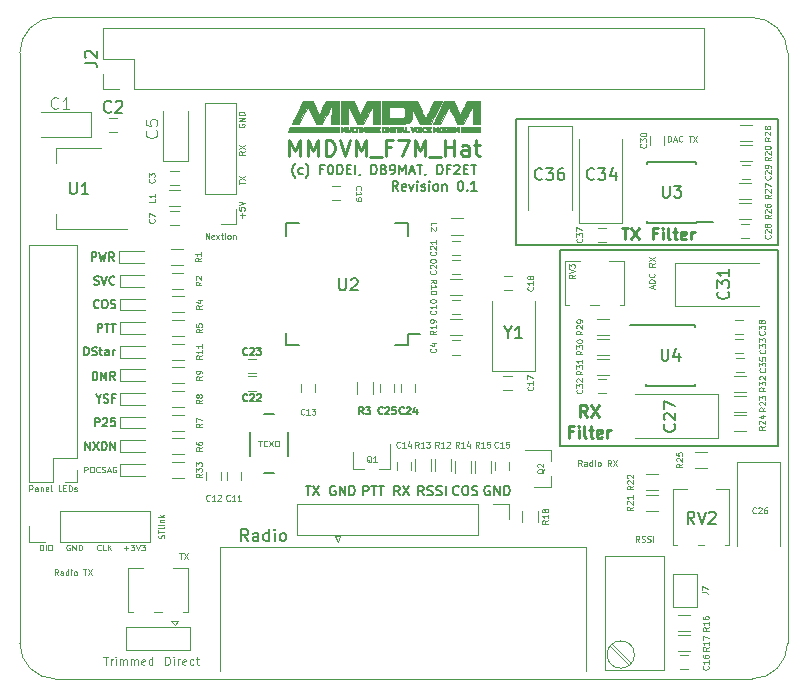
<source format=gto>
%TF.GenerationSoftware,KiCad,Pcbnew,(2018-02-05 revision 1f487593f)-makepkg*%
%TF.CreationDate,2018-06-26T14:30:34+02:00*%
%TF.ProjectId,MMDVM_Hat,4D4D44564D5F4861742E6B696361645F,rev?*%
%TF.SameCoordinates,Original*%
%TF.FileFunction,Legend,Top*%
%TF.FilePolarity,Positive*%
%FSLAX46Y46*%
G04 Gerber Fmt 4.6, Leading zero omitted, Abs format (unit mm)*
G04 Created by KiCad (PCBNEW (2018-02-05 revision 1f487593f)-makepkg) date 06/26/18 14:30:34*
%MOMM*%
%LPD*%
G01*
G04 APERTURE LIST*
%ADD10C,0.200000*%
%ADD11C,0.125000*%
%ADD12C,0.250000*%
%ADD13C,0.175000*%
%ADD14C,0.100000*%
%ADD15C,0.120000*%
%ADD16C,0.150000*%
%ADD17C,0.000700*%
G04 APERTURE END LIST*
D10*
X51414285Y-83961904D02*
X51147619Y-83580952D01*
X50957142Y-83961904D02*
X50957142Y-83161904D01*
X51261904Y-83161904D01*
X51338095Y-83200000D01*
X51376190Y-83238095D01*
X51414285Y-83314285D01*
X51414285Y-83428571D01*
X51376190Y-83504761D01*
X51338095Y-83542857D01*
X51261904Y-83580952D01*
X50957142Y-83580952D01*
X52061904Y-83923809D02*
X51985714Y-83961904D01*
X51833333Y-83961904D01*
X51757142Y-83923809D01*
X51719047Y-83847619D01*
X51719047Y-83542857D01*
X51757142Y-83466666D01*
X51833333Y-83428571D01*
X51985714Y-83428571D01*
X52061904Y-83466666D01*
X52100000Y-83542857D01*
X52100000Y-83619047D01*
X51719047Y-83695238D01*
X52366666Y-83428571D02*
X52557142Y-83961904D01*
X52747619Y-83428571D01*
X53052380Y-83961904D02*
X53052380Y-83428571D01*
X53052380Y-83161904D02*
X53014285Y-83200000D01*
X53052380Y-83238095D01*
X53090476Y-83200000D01*
X53052380Y-83161904D01*
X53052380Y-83238095D01*
X53395238Y-83923809D02*
X53471428Y-83961904D01*
X53623809Y-83961904D01*
X53700000Y-83923809D01*
X53738095Y-83847619D01*
X53738095Y-83809523D01*
X53700000Y-83733333D01*
X53623809Y-83695238D01*
X53509523Y-83695238D01*
X53433333Y-83657142D01*
X53395238Y-83580952D01*
X53395238Y-83542857D01*
X53433333Y-83466666D01*
X53509523Y-83428571D01*
X53623809Y-83428571D01*
X53700000Y-83466666D01*
X54080952Y-83961904D02*
X54080952Y-83428571D01*
X54080952Y-83161904D02*
X54042857Y-83200000D01*
X54080952Y-83238095D01*
X54119047Y-83200000D01*
X54080952Y-83161904D01*
X54080952Y-83238095D01*
X54576190Y-83961904D02*
X54500000Y-83923809D01*
X54461904Y-83885714D01*
X54423809Y-83809523D01*
X54423809Y-83580952D01*
X54461904Y-83504761D01*
X54500000Y-83466666D01*
X54576190Y-83428571D01*
X54690476Y-83428571D01*
X54766666Y-83466666D01*
X54804761Y-83504761D01*
X54842857Y-83580952D01*
X54842857Y-83809523D01*
X54804761Y-83885714D01*
X54766666Y-83923809D01*
X54690476Y-83961904D01*
X54576190Y-83961904D01*
X55185714Y-83428571D02*
X55185714Y-83961904D01*
X55185714Y-83504761D02*
X55223809Y-83466666D01*
X55300000Y-83428571D01*
X55414285Y-83428571D01*
X55490476Y-83466666D01*
X55528571Y-83542857D01*
X55528571Y-83961904D01*
X56671428Y-83161904D02*
X56747619Y-83161904D01*
X56823809Y-83200000D01*
X56861904Y-83238095D01*
X56900000Y-83314285D01*
X56938095Y-83466666D01*
X56938095Y-83657142D01*
X56900000Y-83809523D01*
X56861904Y-83885714D01*
X56823809Y-83923809D01*
X56747619Y-83961904D01*
X56671428Y-83961904D01*
X56595238Y-83923809D01*
X56557142Y-83885714D01*
X56519047Y-83809523D01*
X56480952Y-83657142D01*
X56480952Y-83466666D01*
X56519047Y-83314285D01*
X56557142Y-83238095D01*
X56595238Y-83200000D01*
X56671428Y-83161904D01*
X57280952Y-83885714D02*
X57319047Y-83923809D01*
X57280952Y-83961904D01*
X57242857Y-83923809D01*
X57280952Y-83885714D01*
X57280952Y-83961904D01*
X58080952Y-83961904D02*
X57623809Y-83961904D01*
X57852380Y-83961904D02*
X57852380Y-83161904D01*
X57776190Y-83276190D01*
X57700000Y-83352380D01*
X57623809Y-83390476D01*
D11*
X26466666Y-123416666D02*
X26866666Y-123416666D01*
X26666666Y-124116666D02*
X26666666Y-123416666D01*
X27100000Y-124116666D02*
X27100000Y-123650000D01*
X27100000Y-123783333D02*
X27133333Y-123716666D01*
X27166666Y-123683333D01*
X27233333Y-123650000D01*
X27300000Y-123650000D01*
X27533333Y-124116666D02*
X27533333Y-123650000D01*
X27533333Y-123416666D02*
X27500000Y-123450000D01*
X27533333Y-123483333D01*
X27566666Y-123450000D01*
X27533333Y-123416666D01*
X27533333Y-123483333D01*
X27866666Y-124116666D02*
X27866666Y-123650000D01*
X27866666Y-123716666D02*
X27900000Y-123683333D01*
X27966666Y-123650000D01*
X28066666Y-123650000D01*
X28133333Y-123683333D01*
X28166666Y-123750000D01*
X28166666Y-124116666D01*
X28166666Y-123750000D02*
X28200000Y-123683333D01*
X28266666Y-123650000D01*
X28366666Y-123650000D01*
X28433333Y-123683333D01*
X28466666Y-123750000D01*
X28466666Y-124116666D01*
X28800000Y-124116666D02*
X28800000Y-123650000D01*
X28800000Y-123716666D02*
X28833333Y-123683333D01*
X28900000Y-123650000D01*
X29000000Y-123650000D01*
X29066666Y-123683333D01*
X29100000Y-123750000D01*
X29100000Y-124116666D01*
X29100000Y-123750000D02*
X29133333Y-123683333D01*
X29200000Y-123650000D01*
X29300000Y-123650000D01*
X29366666Y-123683333D01*
X29400000Y-123750000D01*
X29400000Y-124116666D01*
X30000000Y-124083333D02*
X29933333Y-124116666D01*
X29800000Y-124116666D01*
X29733333Y-124083333D01*
X29700000Y-124016666D01*
X29700000Y-123750000D01*
X29733333Y-123683333D01*
X29800000Y-123650000D01*
X29933333Y-123650000D01*
X30000000Y-123683333D01*
X30033333Y-123750000D01*
X30033333Y-123816666D01*
X29700000Y-123883333D01*
X30633333Y-124116666D02*
X30633333Y-123416666D01*
X30633333Y-124083333D02*
X30566666Y-124116666D01*
X30433333Y-124116666D01*
X30366666Y-124083333D01*
X30333333Y-124050000D01*
X30300000Y-123983333D01*
X30300000Y-123783333D01*
X30333333Y-123716666D01*
X30366666Y-123683333D01*
X30433333Y-123650000D01*
X30566666Y-123650000D01*
X30633333Y-123683333D01*
X31733333Y-124116666D02*
X31733333Y-123416666D01*
X31900000Y-123416666D01*
X32000000Y-123450000D01*
X32066666Y-123516666D01*
X32100000Y-123583333D01*
X32133333Y-123716666D01*
X32133333Y-123816666D01*
X32100000Y-123950000D01*
X32066666Y-124016666D01*
X32000000Y-124083333D01*
X31900000Y-124116666D01*
X31733333Y-124116666D01*
X32433333Y-124116666D02*
X32433333Y-123650000D01*
X32433333Y-123416666D02*
X32400000Y-123450000D01*
X32433333Y-123483333D01*
X32466666Y-123450000D01*
X32433333Y-123416666D01*
X32433333Y-123483333D01*
X32766666Y-124116666D02*
X32766666Y-123650000D01*
X32766666Y-123783333D02*
X32800000Y-123716666D01*
X32833333Y-123683333D01*
X32900000Y-123650000D01*
X32966666Y-123650000D01*
X33466666Y-124083333D02*
X33400000Y-124116666D01*
X33266666Y-124116666D01*
X33200000Y-124083333D01*
X33166666Y-124016666D01*
X33166666Y-123750000D01*
X33200000Y-123683333D01*
X33266666Y-123650000D01*
X33400000Y-123650000D01*
X33466666Y-123683333D01*
X33500000Y-123750000D01*
X33500000Y-123816666D01*
X33166666Y-123883333D01*
X34100000Y-124083333D02*
X34033333Y-124116666D01*
X33900000Y-124116666D01*
X33833333Y-124083333D01*
X33800000Y-124050000D01*
X33766666Y-123983333D01*
X33766666Y-123783333D01*
X33800000Y-123716666D01*
X33833333Y-123683333D01*
X33900000Y-123650000D01*
X34033333Y-123650000D01*
X34100000Y-123683333D01*
X34300000Y-123650000D02*
X34566666Y-123650000D01*
X34400000Y-123416666D02*
X34400000Y-124016666D01*
X34433333Y-124083333D01*
X34500000Y-124116666D01*
X34566666Y-124116666D01*
X20200000Y-109426190D02*
X20200000Y-108926190D01*
X20390476Y-108926190D01*
X20438095Y-108950000D01*
X20461904Y-108973809D01*
X20485714Y-109021428D01*
X20485714Y-109092857D01*
X20461904Y-109140476D01*
X20438095Y-109164285D01*
X20390476Y-109188095D01*
X20200000Y-109188095D01*
X20914285Y-109426190D02*
X20914285Y-109164285D01*
X20890476Y-109116666D01*
X20842857Y-109092857D01*
X20747619Y-109092857D01*
X20700000Y-109116666D01*
X20914285Y-109402380D02*
X20866666Y-109426190D01*
X20747619Y-109426190D01*
X20700000Y-109402380D01*
X20676190Y-109354761D01*
X20676190Y-109307142D01*
X20700000Y-109259523D01*
X20747619Y-109235714D01*
X20866666Y-109235714D01*
X20914285Y-109211904D01*
X21152380Y-109092857D02*
X21152380Y-109426190D01*
X21152380Y-109140476D02*
X21176190Y-109116666D01*
X21223809Y-109092857D01*
X21295238Y-109092857D01*
X21342857Y-109116666D01*
X21366666Y-109164285D01*
X21366666Y-109426190D01*
X21795238Y-109402380D02*
X21747619Y-109426190D01*
X21652380Y-109426190D01*
X21604761Y-109402380D01*
X21580952Y-109354761D01*
X21580952Y-109164285D01*
X21604761Y-109116666D01*
X21652380Y-109092857D01*
X21747619Y-109092857D01*
X21795238Y-109116666D01*
X21819047Y-109164285D01*
X21819047Y-109211904D01*
X21580952Y-109259523D01*
X22104761Y-109426190D02*
X22057142Y-109402380D01*
X22033333Y-109354761D01*
X22033333Y-108926190D01*
X22914285Y-109426190D02*
X22676190Y-109426190D01*
X22676190Y-108926190D01*
X23080952Y-109164285D02*
X23247619Y-109164285D01*
X23319047Y-109426190D02*
X23080952Y-109426190D01*
X23080952Y-108926190D01*
X23319047Y-108926190D01*
X23533333Y-109426190D02*
X23533333Y-108926190D01*
X23652380Y-108926190D01*
X23723809Y-108950000D01*
X23771428Y-108997619D01*
X23795238Y-109045238D01*
X23819047Y-109140476D01*
X23819047Y-109211904D01*
X23795238Y-109307142D01*
X23771428Y-109354761D01*
X23723809Y-109402380D01*
X23652380Y-109426190D01*
X23533333Y-109426190D01*
X24009523Y-109402380D02*
X24057142Y-109426190D01*
X24152380Y-109426190D01*
X24200000Y-109402380D01*
X24223809Y-109354761D01*
X24223809Y-109330952D01*
X24200000Y-109283333D01*
X24152380Y-109259523D01*
X24080952Y-109259523D01*
X24033333Y-109235714D01*
X24009523Y-109188095D01*
X24009523Y-109164285D01*
X24033333Y-109116666D01*
X24080952Y-109092857D01*
X24152380Y-109092857D01*
X24200000Y-109116666D01*
X24854761Y-107826190D02*
X24854761Y-107326190D01*
X25045238Y-107326190D01*
X25092857Y-107350000D01*
X25116666Y-107373809D01*
X25140476Y-107421428D01*
X25140476Y-107492857D01*
X25116666Y-107540476D01*
X25092857Y-107564285D01*
X25045238Y-107588095D01*
X24854761Y-107588095D01*
X25450000Y-107326190D02*
X25545238Y-107326190D01*
X25592857Y-107350000D01*
X25640476Y-107397619D01*
X25664285Y-107492857D01*
X25664285Y-107659523D01*
X25640476Y-107754761D01*
X25592857Y-107802380D01*
X25545238Y-107826190D01*
X25450000Y-107826190D01*
X25402380Y-107802380D01*
X25354761Y-107754761D01*
X25330952Y-107659523D01*
X25330952Y-107492857D01*
X25354761Y-107397619D01*
X25402380Y-107350000D01*
X25450000Y-107326190D01*
X26164285Y-107778571D02*
X26140476Y-107802380D01*
X26069047Y-107826190D01*
X26021428Y-107826190D01*
X25950000Y-107802380D01*
X25902380Y-107754761D01*
X25878571Y-107707142D01*
X25854761Y-107611904D01*
X25854761Y-107540476D01*
X25878571Y-107445238D01*
X25902380Y-107397619D01*
X25950000Y-107350000D01*
X26021428Y-107326190D01*
X26069047Y-107326190D01*
X26140476Y-107350000D01*
X26164285Y-107373809D01*
X26354761Y-107802380D02*
X26426190Y-107826190D01*
X26545238Y-107826190D01*
X26592857Y-107802380D01*
X26616666Y-107778571D01*
X26640476Y-107730952D01*
X26640476Y-107683333D01*
X26616666Y-107635714D01*
X26592857Y-107611904D01*
X26545238Y-107588095D01*
X26450000Y-107564285D01*
X26402380Y-107540476D01*
X26378571Y-107516666D01*
X26354761Y-107469047D01*
X26354761Y-107421428D01*
X26378571Y-107373809D01*
X26402380Y-107350000D01*
X26450000Y-107326190D01*
X26569047Y-107326190D01*
X26640476Y-107350000D01*
X26830952Y-107683333D02*
X27069047Y-107683333D01*
X26783333Y-107826190D02*
X26950000Y-107326190D01*
X27116666Y-107826190D01*
X27545238Y-107350000D02*
X27497619Y-107326190D01*
X27426190Y-107326190D01*
X27354761Y-107350000D01*
X27307142Y-107397619D01*
X27283333Y-107445238D01*
X27259523Y-107540476D01*
X27259523Y-107611904D01*
X27283333Y-107707142D01*
X27307142Y-107754761D01*
X27354761Y-107802380D01*
X27426190Y-107826190D01*
X27473809Y-107826190D01*
X27545238Y-107802380D01*
X27569047Y-107778571D01*
X27569047Y-107611904D01*
X27473809Y-107611904D01*
X28219047Y-114235714D02*
X28600000Y-114235714D01*
X28409523Y-114426190D02*
X28409523Y-114045238D01*
X28790476Y-113926190D02*
X29100000Y-113926190D01*
X28933333Y-114116666D01*
X29004761Y-114116666D01*
X29052380Y-114140476D01*
X29076190Y-114164285D01*
X29100000Y-114211904D01*
X29100000Y-114330952D01*
X29076190Y-114378571D01*
X29052380Y-114402380D01*
X29004761Y-114426190D01*
X28861904Y-114426190D01*
X28814285Y-114402380D01*
X28790476Y-114378571D01*
X29242857Y-113926190D02*
X29409523Y-114426190D01*
X29576190Y-113926190D01*
X29695238Y-113926190D02*
X30004761Y-113926190D01*
X29838095Y-114116666D01*
X29909523Y-114116666D01*
X29957142Y-114140476D01*
X29980952Y-114164285D01*
X30004761Y-114211904D01*
X30004761Y-114330952D01*
X29980952Y-114378571D01*
X29957142Y-114402380D01*
X29909523Y-114426190D01*
X29766666Y-114426190D01*
X29719047Y-114402380D01*
X29695238Y-114378571D01*
X26252380Y-114378571D02*
X26228571Y-114402380D01*
X26157142Y-114426190D01*
X26109523Y-114426190D01*
X26038095Y-114402380D01*
X25990476Y-114354761D01*
X25966666Y-114307142D01*
X25942857Y-114211904D01*
X25942857Y-114140476D01*
X25966666Y-114045238D01*
X25990476Y-113997619D01*
X26038095Y-113950000D01*
X26109523Y-113926190D01*
X26157142Y-113926190D01*
X26228571Y-113950000D01*
X26252380Y-113973809D01*
X26704761Y-114426190D02*
X26466666Y-114426190D01*
X26466666Y-113926190D01*
X26871428Y-114426190D02*
X26871428Y-113926190D01*
X27157142Y-114426190D02*
X26942857Y-114140476D01*
X27157142Y-113926190D02*
X26871428Y-114211904D01*
X21088095Y-114426190D02*
X21088095Y-113926190D01*
X21207142Y-113926190D01*
X21278571Y-113950000D01*
X21326190Y-113997619D01*
X21350000Y-114045238D01*
X21373809Y-114140476D01*
X21373809Y-114211904D01*
X21350000Y-114307142D01*
X21326190Y-114354761D01*
X21278571Y-114402380D01*
X21207142Y-114426190D01*
X21088095Y-114426190D01*
X21588095Y-114426190D02*
X21588095Y-113926190D01*
X21921428Y-113926190D02*
X22016666Y-113926190D01*
X22064285Y-113950000D01*
X22111904Y-113997619D01*
X22135714Y-114092857D01*
X22135714Y-114259523D01*
X22111904Y-114354761D01*
X22064285Y-114402380D01*
X22016666Y-114426190D01*
X21921428Y-114426190D01*
X21873809Y-114402380D01*
X21826190Y-114354761D01*
X21802380Y-114259523D01*
X21802380Y-114092857D01*
X21826190Y-113997619D01*
X21873809Y-113950000D01*
X21921428Y-113926190D01*
X23619047Y-113950000D02*
X23571428Y-113926190D01*
X23500000Y-113926190D01*
X23428571Y-113950000D01*
X23380952Y-113997619D01*
X23357142Y-114045238D01*
X23333333Y-114140476D01*
X23333333Y-114211904D01*
X23357142Y-114307142D01*
X23380952Y-114354761D01*
X23428571Y-114402380D01*
X23500000Y-114426190D01*
X23547619Y-114426190D01*
X23619047Y-114402380D01*
X23642857Y-114378571D01*
X23642857Y-114211904D01*
X23547619Y-114211904D01*
X23857142Y-114426190D02*
X23857142Y-113926190D01*
X24142857Y-114426190D01*
X24142857Y-113926190D01*
X24380952Y-114426190D02*
X24380952Y-113926190D01*
X24500000Y-113926190D01*
X24571428Y-113950000D01*
X24619047Y-113997619D01*
X24642857Y-114045238D01*
X24666666Y-114140476D01*
X24666666Y-114211904D01*
X24642857Y-114307142D01*
X24619047Y-114354761D01*
X24571428Y-114402380D01*
X24500000Y-114426190D01*
X24380952Y-114426190D01*
X38235714Y-86242857D02*
X38235714Y-85861904D01*
X38426190Y-86052380D02*
X38045238Y-86052380D01*
X37926190Y-85385714D02*
X37926190Y-85623809D01*
X38164285Y-85647619D01*
X38140476Y-85623809D01*
X38116666Y-85576190D01*
X38116666Y-85457142D01*
X38140476Y-85409523D01*
X38164285Y-85385714D01*
X38211904Y-85361904D01*
X38330952Y-85361904D01*
X38378571Y-85385714D01*
X38402380Y-85409523D01*
X38426190Y-85457142D01*
X38426190Y-85576190D01*
X38402380Y-85623809D01*
X38378571Y-85647619D01*
X37926190Y-85219047D02*
X38426190Y-85052380D01*
X37926190Y-84885714D01*
X37926190Y-83430952D02*
X37926190Y-83145238D01*
X38426190Y-83288095D02*
X37926190Y-83288095D01*
X37926190Y-83026190D02*
X38426190Y-82692857D01*
X37926190Y-82692857D02*
X38426190Y-83026190D01*
X38426190Y-80633333D02*
X38188095Y-80800000D01*
X38426190Y-80919047D02*
X37926190Y-80919047D01*
X37926190Y-80728571D01*
X37950000Y-80680952D01*
X37973809Y-80657142D01*
X38021428Y-80633333D01*
X38092857Y-80633333D01*
X38140476Y-80657142D01*
X38164285Y-80680952D01*
X38188095Y-80728571D01*
X38188095Y-80919047D01*
X37926190Y-80466666D02*
X38426190Y-80133333D01*
X37926190Y-80133333D02*
X38426190Y-80466666D01*
X37950000Y-78330952D02*
X37926190Y-78378571D01*
X37926190Y-78450000D01*
X37950000Y-78521428D01*
X37997619Y-78569047D01*
X38045238Y-78592857D01*
X38140476Y-78616666D01*
X38211904Y-78616666D01*
X38307142Y-78592857D01*
X38354761Y-78569047D01*
X38402380Y-78521428D01*
X38426190Y-78450000D01*
X38426190Y-78402380D01*
X38402380Y-78330952D01*
X38378571Y-78307142D01*
X38211904Y-78307142D01*
X38211904Y-78402380D01*
X38426190Y-78092857D02*
X37926190Y-78092857D01*
X38426190Y-77807142D01*
X37926190Y-77807142D01*
X38426190Y-77569047D02*
X37926190Y-77569047D01*
X37926190Y-77450000D01*
X37950000Y-77378571D01*
X37997619Y-77330952D01*
X38045238Y-77307142D01*
X38140476Y-77283333D01*
X38211904Y-77283333D01*
X38307142Y-77307142D01*
X38354761Y-77330952D01*
X38402380Y-77378571D01*
X38426190Y-77450000D01*
X38426190Y-77569047D01*
D10*
X42695238Y-82866666D02*
X42657142Y-82828571D01*
X42580952Y-82714285D01*
X42542857Y-82638095D01*
X42504761Y-82523809D01*
X42466666Y-82333333D01*
X42466666Y-82180952D01*
X42504761Y-81990476D01*
X42542857Y-81876190D01*
X42580952Y-81800000D01*
X42657142Y-81685714D01*
X42695238Y-81647619D01*
X43342857Y-82523809D02*
X43266666Y-82561904D01*
X43114285Y-82561904D01*
X43038095Y-82523809D01*
X43000000Y-82485714D01*
X42961904Y-82409523D01*
X42961904Y-82180952D01*
X43000000Y-82104761D01*
X43038095Y-82066666D01*
X43114285Y-82028571D01*
X43266666Y-82028571D01*
X43342857Y-82066666D01*
X43609523Y-82866666D02*
X43647619Y-82828571D01*
X43723809Y-82714285D01*
X43761904Y-82638095D01*
X43800000Y-82523809D01*
X43838095Y-82333333D01*
X43838095Y-82180952D01*
X43800000Y-81990476D01*
X43761904Y-81876190D01*
X43723809Y-81800000D01*
X43647619Y-81685714D01*
X43609523Y-81647619D01*
X45095238Y-82142857D02*
X44828571Y-82142857D01*
X44828571Y-82561904D02*
X44828571Y-81761904D01*
X45209523Y-81761904D01*
X45666666Y-81761904D02*
X45742857Y-81761904D01*
X45819047Y-81800000D01*
X45857142Y-81838095D01*
X45895238Y-81914285D01*
X45933333Y-82066666D01*
X45933333Y-82257142D01*
X45895238Y-82409523D01*
X45857142Y-82485714D01*
X45819047Y-82523809D01*
X45742857Y-82561904D01*
X45666666Y-82561904D01*
X45590476Y-82523809D01*
X45552380Y-82485714D01*
X45514285Y-82409523D01*
X45476190Y-82257142D01*
X45476190Y-82066666D01*
X45514285Y-81914285D01*
X45552380Y-81838095D01*
X45590476Y-81800000D01*
X45666666Y-81761904D01*
X46276190Y-82561904D02*
X46276190Y-81761904D01*
X46466666Y-81761904D01*
X46580952Y-81800000D01*
X46657142Y-81876190D01*
X46695238Y-81952380D01*
X46733333Y-82104761D01*
X46733333Y-82219047D01*
X46695238Y-82371428D01*
X46657142Y-82447619D01*
X46580952Y-82523809D01*
X46466666Y-82561904D01*
X46276190Y-82561904D01*
X47076190Y-82142857D02*
X47342857Y-82142857D01*
X47457142Y-82561904D02*
X47076190Y-82561904D01*
X47076190Y-81761904D01*
X47457142Y-81761904D01*
X47800000Y-82561904D02*
X47800000Y-81761904D01*
X48219047Y-82523809D02*
X48219047Y-82561904D01*
X48180952Y-82638095D01*
X48142857Y-82676190D01*
X49171428Y-82561904D02*
X49171428Y-81761904D01*
X49361904Y-81761904D01*
X49476190Y-81800000D01*
X49552380Y-81876190D01*
X49590476Y-81952380D01*
X49628571Y-82104761D01*
X49628571Y-82219047D01*
X49590476Y-82371428D01*
X49552380Y-82447619D01*
X49476190Y-82523809D01*
X49361904Y-82561904D01*
X49171428Y-82561904D01*
X50238095Y-82142857D02*
X50352380Y-82180952D01*
X50390476Y-82219047D01*
X50428571Y-82295238D01*
X50428571Y-82409523D01*
X50390476Y-82485714D01*
X50352380Y-82523809D01*
X50276190Y-82561904D01*
X49971428Y-82561904D01*
X49971428Y-81761904D01*
X50238095Y-81761904D01*
X50314285Y-81800000D01*
X50352380Y-81838095D01*
X50390476Y-81914285D01*
X50390476Y-81990476D01*
X50352380Y-82066666D01*
X50314285Y-82104761D01*
X50238095Y-82142857D01*
X49971428Y-82142857D01*
X50809523Y-82561904D02*
X50961904Y-82561904D01*
X51038095Y-82523809D01*
X51076190Y-82485714D01*
X51152380Y-82371428D01*
X51190476Y-82219047D01*
X51190476Y-81914285D01*
X51152380Y-81838095D01*
X51114285Y-81800000D01*
X51038095Y-81761904D01*
X50885714Y-81761904D01*
X50809523Y-81800000D01*
X50771428Y-81838095D01*
X50733333Y-81914285D01*
X50733333Y-82104761D01*
X50771428Y-82180952D01*
X50809523Y-82219047D01*
X50885714Y-82257142D01*
X51038095Y-82257142D01*
X51114285Y-82219047D01*
X51152380Y-82180952D01*
X51190476Y-82104761D01*
X51533333Y-82561904D02*
X51533333Y-81761904D01*
X51800000Y-82333333D01*
X52066666Y-81761904D01*
X52066666Y-82561904D01*
X52409523Y-82333333D02*
X52790476Y-82333333D01*
X52333333Y-82561904D02*
X52600000Y-81761904D01*
X52866666Y-82561904D01*
X53019047Y-81761904D02*
X53476190Y-81761904D01*
X53247619Y-82561904D02*
X53247619Y-81761904D01*
X53780952Y-82523809D02*
X53780952Y-82561904D01*
X53742857Y-82638095D01*
X53704761Y-82676190D01*
X54733333Y-82561904D02*
X54733333Y-81761904D01*
X54923809Y-81761904D01*
X55038095Y-81800000D01*
X55114285Y-81876190D01*
X55152380Y-81952380D01*
X55190476Y-82104761D01*
X55190476Y-82219047D01*
X55152380Y-82371428D01*
X55114285Y-82447619D01*
X55038095Y-82523809D01*
X54923809Y-82561904D01*
X54733333Y-82561904D01*
X55800000Y-82142857D02*
X55533333Y-82142857D01*
X55533333Y-82561904D02*
X55533333Y-81761904D01*
X55914285Y-81761904D01*
X56180952Y-81838095D02*
X56219047Y-81800000D01*
X56295238Y-81761904D01*
X56485714Y-81761904D01*
X56561904Y-81800000D01*
X56600000Y-81838095D01*
X56638095Y-81914285D01*
X56638095Y-81990476D01*
X56600000Y-82104761D01*
X56142857Y-82561904D01*
X56638095Y-82561904D01*
X56980952Y-82142857D02*
X57247619Y-82142857D01*
X57361904Y-82561904D02*
X56980952Y-82561904D01*
X56980952Y-81761904D01*
X57361904Y-81761904D01*
X57590476Y-81761904D02*
X58047619Y-81761904D01*
X57819047Y-82561904D02*
X57819047Y-81761904D01*
D12*
X42228571Y-81010714D02*
X42228571Y-79660714D01*
X42678571Y-80625000D01*
X43128571Y-79660714D01*
X43128571Y-81010714D01*
X43771428Y-81010714D02*
X43771428Y-79660714D01*
X44221428Y-80625000D01*
X44671428Y-79660714D01*
X44671428Y-81010714D01*
X45314285Y-81010714D02*
X45314285Y-79660714D01*
X45635714Y-79660714D01*
X45828571Y-79725000D01*
X45957142Y-79853571D01*
X46021428Y-79982142D01*
X46085714Y-80239285D01*
X46085714Y-80432142D01*
X46021428Y-80689285D01*
X45957142Y-80817857D01*
X45828571Y-80946428D01*
X45635714Y-81010714D01*
X45314285Y-81010714D01*
X46471428Y-79660714D02*
X46921428Y-81010714D01*
X47371428Y-79660714D01*
X47821428Y-81010714D02*
X47821428Y-79660714D01*
X48271428Y-80625000D01*
X48721428Y-79660714D01*
X48721428Y-81010714D01*
X49042857Y-81139285D02*
X50071428Y-81139285D01*
X50842857Y-80303571D02*
X50392857Y-80303571D01*
X50392857Y-81010714D02*
X50392857Y-79660714D01*
X51035714Y-79660714D01*
X51421428Y-79660714D02*
X52321428Y-79660714D01*
X51742857Y-81010714D01*
X52835714Y-81010714D02*
X52835714Y-79660714D01*
X53285714Y-80625000D01*
X53735714Y-79660714D01*
X53735714Y-81010714D01*
X54057142Y-81139285D02*
X55085714Y-81139285D01*
X55407142Y-81010714D02*
X55407142Y-79660714D01*
X55407142Y-80303571D02*
X56178571Y-80303571D01*
X56178571Y-81010714D02*
X56178571Y-79660714D01*
X57400000Y-81010714D02*
X57400000Y-80303571D01*
X57335714Y-80175000D01*
X57207142Y-80110714D01*
X56950000Y-80110714D01*
X56821428Y-80175000D01*
X57400000Y-80946428D02*
X57271428Y-81010714D01*
X56950000Y-81010714D01*
X56821428Y-80946428D01*
X56757142Y-80817857D01*
X56757142Y-80689285D01*
X56821428Y-80560714D01*
X56950000Y-80496428D01*
X57271428Y-80496428D01*
X57400000Y-80432142D01*
X57850000Y-80110714D02*
X58364285Y-80110714D01*
X58042857Y-79660714D02*
X58042857Y-80817857D01*
X58107142Y-80946428D01*
X58235714Y-81010714D01*
X58364285Y-81010714D01*
X67408333Y-103127380D02*
X67075000Y-102651190D01*
X66836904Y-103127380D02*
X66836904Y-102127380D01*
X67217857Y-102127380D01*
X67313095Y-102175000D01*
X67360714Y-102222619D01*
X67408333Y-102317857D01*
X67408333Y-102460714D01*
X67360714Y-102555952D01*
X67313095Y-102603571D01*
X67217857Y-102651190D01*
X66836904Y-102651190D01*
X67741666Y-102127380D02*
X68408333Y-103127380D01*
X68408333Y-102127380D02*
X67741666Y-103127380D01*
X66194047Y-104353571D02*
X65860714Y-104353571D01*
X65860714Y-104877380D02*
X65860714Y-103877380D01*
X66336904Y-103877380D01*
X66717857Y-104877380D02*
X66717857Y-104210714D01*
X66717857Y-103877380D02*
X66670238Y-103925000D01*
X66717857Y-103972619D01*
X66765476Y-103925000D01*
X66717857Y-103877380D01*
X66717857Y-103972619D01*
X67336904Y-104877380D02*
X67241666Y-104829761D01*
X67194047Y-104734523D01*
X67194047Y-103877380D01*
X67575000Y-104210714D02*
X67955952Y-104210714D01*
X67717857Y-103877380D02*
X67717857Y-104734523D01*
X67765476Y-104829761D01*
X67860714Y-104877380D01*
X67955952Y-104877380D01*
X68670238Y-104829761D02*
X68575000Y-104877380D01*
X68384523Y-104877380D01*
X68289285Y-104829761D01*
X68241666Y-104734523D01*
X68241666Y-104353571D01*
X68289285Y-104258333D01*
X68384523Y-104210714D01*
X68575000Y-104210714D01*
X68670238Y-104258333D01*
X68717857Y-104353571D01*
X68717857Y-104448809D01*
X68241666Y-104544047D01*
X69146428Y-104877380D02*
X69146428Y-104210714D01*
X69146428Y-104401190D02*
X69194047Y-104305952D01*
X69241666Y-104258333D01*
X69336904Y-104210714D01*
X69432142Y-104210714D01*
D10*
X65100000Y-105550000D02*
X65100000Y-89000000D01*
X83600000Y-105550000D02*
X65100000Y-105550000D01*
X83600000Y-89000000D02*
X83600000Y-105550000D01*
X65100000Y-89000000D02*
X83600000Y-89000000D01*
D12*
X70354761Y-87102380D02*
X70926190Y-87102380D01*
X70640476Y-88102380D02*
X70640476Y-87102380D01*
X71164285Y-87102380D02*
X71830952Y-88102380D01*
X71830952Y-87102380D02*
X71164285Y-88102380D01*
X73307142Y-87578571D02*
X72973809Y-87578571D01*
X72973809Y-88102380D02*
X72973809Y-87102380D01*
X73450000Y-87102380D01*
X73830952Y-88102380D02*
X73830952Y-87435714D01*
X73830952Y-87102380D02*
X73783333Y-87150000D01*
X73830952Y-87197619D01*
X73878571Y-87150000D01*
X73830952Y-87102380D01*
X73830952Y-87197619D01*
X74450000Y-88102380D02*
X74354761Y-88054761D01*
X74307142Y-87959523D01*
X74307142Y-87102380D01*
X74688095Y-87435714D02*
X75069047Y-87435714D01*
X74830952Y-87102380D02*
X74830952Y-87959523D01*
X74878571Y-88054761D01*
X74973809Y-88102380D01*
X75069047Y-88102380D01*
X75783333Y-88054761D02*
X75688095Y-88102380D01*
X75497619Y-88102380D01*
X75402380Y-88054761D01*
X75354761Y-87959523D01*
X75354761Y-87578571D01*
X75402380Y-87483333D01*
X75497619Y-87435714D01*
X75688095Y-87435714D01*
X75783333Y-87483333D01*
X75830952Y-87578571D01*
X75830952Y-87673809D01*
X75354761Y-87769047D01*
X76259523Y-88102380D02*
X76259523Y-87435714D01*
X76259523Y-87626190D02*
X76307142Y-87530952D01*
X76354761Y-87483333D01*
X76450000Y-87435714D01*
X76545238Y-87435714D01*
D10*
X61400000Y-88600000D02*
X61400000Y-77900000D01*
X83600000Y-88600000D02*
X61400000Y-88600000D01*
X83600000Y-77900000D02*
X83600000Y-88600000D01*
X61400000Y-77900000D02*
X83600000Y-77900000D01*
X59190476Y-109000000D02*
X59114285Y-108961904D01*
X59000000Y-108961904D01*
X58885714Y-109000000D01*
X58809523Y-109076190D01*
X58771428Y-109152380D01*
X58733333Y-109304761D01*
X58733333Y-109419047D01*
X58771428Y-109571428D01*
X58809523Y-109647619D01*
X58885714Y-109723809D01*
X59000000Y-109761904D01*
X59076190Y-109761904D01*
X59190476Y-109723809D01*
X59228571Y-109685714D01*
X59228571Y-109419047D01*
X59076190Y-109419047D01*
X59571428Y-109761904D02*
X59571428Y-108961904D01*
X60028571Y-109761904D01*
X60028571Y-108961904D01*
X60409523Y-109761904D02*
X60409523Y-108961904D01*
X60600000Y-108961904D01*
X60714285Y-109000000D01*
X60790476Y-109076190D01*
X60828571Y-109152380D01*
X60866666Y-109304761D01*
X60866666Y-109419047D01*
X60828571Y-109571428D01*
X60790476Y-109647619D01*
X60714285Y-109723809D01*
X60600000Y-109761904D01*
X60409523Y-109761904D01*
X56547619Y-109685714D02*
X56509523Y-109723809D01*
X56395238Y-109761904D01*
X56319047Y-109761904D01*
X56204761Y-109723809D01*
X56128571Y-109647619D01*
X56090476Y-109571428D01*
X56052380Y-109419047D01*
X56052380Y-109304761D01*
X56090476Y-109152380D01*
X56128571Y-109076190D01*
X56204761Y-109000000D01*
X56319047Y-108961904D01*
X56395238Y-108961904D01*
X56509523Y-109000000D01*
X56547619Y-109038095D01*
X57042857Y-108961904D02*
X57195238Y-108961904D01*
X57271428Y-109000000D01*
X57347619Y-109076190D01*
X57385714Y-109228571D01*
X57385714Y-109495238D01*
X57347619Y-109647619D01*
X57271428Y-109723809D01*
X57195238Y-109761904D01*
X57042857Y-109761904D01*
X56966666Y-109723809D01*
X56890476Y-109647619D01*
X56852380Y-109495238D01*
X56852380Y-109228571D01*
X56890476Y-109076190D01*
X56966666Y-109000000D01*
X57042857Y-108961904D01*
X57690476Y-109723809D02*
X57804761Y-109761904D01*
X57995238Y-109761904D01*
X58071428Y-109723809D01*
X58109523Y-109685714D01*
X58147619Y-109609523D01*
X58147619Y-109533333D01*
X58109523Y-109457142D01*
X58071428Y-109419047D01*
X57995238Y-109380952D01*
X57842857Y-109342857D01*
X57766666Y-109304761D01*
X57728571Y-109266666D01*
X57690476Y-109190476D01*
X57690476Y-109114285D01*
X57728571Y-109038095D01*
X57766666Y-109000000D01*
X57842857Y-108961904D01*
X58033333Y-108961904D01*
X58147619Y-109000000D01*
X53595238Y-109761904D02*
X53328571Y-109380952D01*
X53138095Y-109761904D02*
X53138095Y-108961904D01*
X53442857Y-108961904D01*
X53519047Y-109000000D01*
X53557142Y-109038095D01*
X53595238Y-109114285D01*
X53595238Y-109228571D01*
X53557142Y-109304761D01*
X53519047Y-109342857D01*
X53442857Y-109380952D01*
X53138095Y-109380952D01*
X53900000Y-109723809D02*
X54014285Y-109761904D01*
X54204761Y-109761904D01*
X54280952Y-109723809D01*
X54319047Y-109685714D01*
X54357142Y-109609523D01*
X54357142Y-109533333D01*
X54319047Y-109457142D01*
X54280952Y-109419047D01*
X54204761Y-109380952D01*
X54052380Y-109342857D01*
X53976190Y-109304761D01*
X53938095Y-109266666D01*
X53900000Y-109190476D01*
X53900000Y-109114285D01*
X53938095Y-109038095D01*
X53976190Y-109000000D01*
X54052380Y-108961904D01*
X54242857Y-108961904D01*
X54357142Y-109000000D01*
X54661904Y-109723809D02*
X54776190Y-109761904D01*
X54966666Y-109761904D01*
X55042857Y-109723809D01*
X55080952Y-109685714D01*
X55119047Y-109609523D01*
X55119047Y-109533333D01*
X55080952Y-109457142D01*
X55042857Y-109419047D01*
X54966666Y-109380952D01*
X54814285Y-109342857D01*
X54738095Y-109304761D01*
X54700000Y-109266666D01*
X54661904Y-109190476D01*
X54661904Y-109114285D01*
X54700000Y-109038095D01*
X54738095Y-109000000D01*
X54814285Y-108961904D01*
X55004761Y-108961904D01*
X55119047Y-109000000D01*
X55461904Y-109761904D02*
X55461904Y-108961904D01*
X51566666Y-109761904D02*
X51300000Y-109380952D01*
X51109523Y-109761904D02*
X51109523Y-108961904D01*
X51414285Y-108961904D01*
X51490476Y-109000000D01*
X51528571Y-109038095D01*
X51566666Y-109114285D01*
X51566666Y-109228571D01*
X51528571Y-109304761D01*
X51490476Y-109342857D01*
X51414285Y-109380952D01*
X51109523Y-109380952D01*
X51833333Y-108961904D02*
X52366666Y-109761904D01*
X52366666Y-108961904D02*
X51833333Y-109761904D01*
X48480952Y-109761904D02*
X48480952Y-108961904D01*
X48785714Y-108961904D01*
X48861904Y-109000000D01*
X48900000Y-109038095D01*
X48938095Y-109114285D01*
X48938095Y-109228571D01*
X48900000Y-109304761D01*
X48861904Y-109342857D01*
X48785714Y-109380952D01*
X48480952Y-109380952D01*
X49166666Y-108961904D02*
X49623809Y-108961904D01*
X49395238Y-109761904D02*
X49395238Y-108961904D01*
X49776190Y-108961904D02*
X50233333Y-108961904D01*
X50004761Y-109761904D02*
X50004761Y-108961904D01*
X46090476Y-109000000D02*
X46014285Y-108961904D01*
X45900000Y-108961904D01*
X45785714Y-109000000D01*
X45709523Y-109076190D01*
X45671428Y-109152380D01*
X45633333Y-109304761D01*
X45633333Y-109419047D01*
X45671428Y-109571428D01*
X45709523Y-109647619D01*
X45785714Y-109723809D01*
X45900000Y-109761904D01*
X45976190Y-109761904D01*
X46090476Y-109723809D01*
X46128571Y-109685714D01*
X46128571Y-109419047D01*
X45976190Y-109419047D01*
X46471428Y-109761904D02*
X46471428Y-108961904D01*
X46928571Y-109761904D01*
X46928571Y-108961904D01*
X47309523Y-109761904D02*
X47309523Y-108961904D01*
X47500000Y-108961904D01*
X47614285Y-109000000D01*
X47690476Y-109076190D01*
X47728571Y-109152380D01*
X47766666Y-109304761D01*
X47766666Y-109419047D01*
X47728571Y-109571428D01*
X47690476Y-109647619D01*
X47614285Y-109723809D01*
X47500000Y-109761904D01*
X47309523Y-109761904D01*
X43590476Y-108961904D02*
X44047619Y-108961904D01*
X43819047Y-109761904D02*
X43819047Y-108961904D01*
X44238095Y-108961904D02*
X44771428Y-109761904D01*
X44771428Y-108961904D02*
X44238095Y-109761904D01*
D13*
X24850000Y-97916666D02*
X24850000Y-97216666D01*
X25016666Y-97216666D01*
X25116666Y-97250000D01*
X25183333Y-97316666D01*
X25216666Y-97383333D01*
X25250000Y-97516666D01*
X25250000Y-97616666D01*
X25216666Y-97750000D01*
X25183333Y-97816666D01*
X25116666Y-97883333D01*
X25016666Y-97916666D01*
X24850000Y-97916666D01*
X25516666Y-97883333D02*
X25616666Y-97916666D01*
X25783333Y-97916666D01*
X25850000Y-97883333D01*
X25883333Y-97850000D01*
X25916666Y-97783333D01*
X25916666Y-97716666D01*
X25883333Y-97650000D01*
X25850000Y-97616666D01*
X25783333Y-97583333D01*
X25650000Y-97550000D01*
X25583333Y-97516666D01*
X25550000Y-97483333D01*
X25516666Y-97416666D01*
X25516666Y-97350000D01*
X25550000Y-97283333D01*
X25583333Y-97250000D01*
X25650000Y-97216666D01*
X25816666Y-97216666D01*
X25916666Y-97250000D01*
X26116666Y-97450000D02*
X26383333Y-97450000D01*
X26216666Y-97216666D02*
X26216666Y-97816666D01*
X26250000Y-97883333D01*
X26316666Y-97916666D01*
X26383333Y-97916666D01*
X26916666Y-97916666D02*
X26916666Y-97550000D01*
X26883333Y-97483333D01*
X26816666Y-97450000D01*
X26683333Y-97450000D01*
X26616666Y-97483333D01*
X26916666Y-97883333D02*
X26850000Y-97916666D01*
X26683333Y-97916666D01*
X26616666Y-97883333D01*
X26583333Y-97816666D01*
X26583333Y-97750000D01*
X26616666Y-97683333D01*
X26683333Y-97650000D01*
X26850000Y-97650000D01*
X26916666Y-97616666D01*
X27250000Y-97916666D02*
X27250000Y-97450000D01*
X27250000Y-97583333D02*
X27283333Y-97516666D01*
X27316666Y-97483333D01*
X27383333Y-97450000D01*
X27450000Y-97450000D01*
X25566666Y-100016666D02*
X25566666Y-99316666D01*
X25733333Y-99316666D01*
X25833333Y-99350000D01*
X25900000Y-99416666D01*
X25933333Y-99483333D01*
X25966666Y-99616666D01*
X25966666Y-99716666D01*
X25933333Y-99850000D01*
X25900000Y-99916666D01*
X25833333Y-99983333D01*
X25733333Y-100016666D01*
X25566666Y-100016666D01*
X26266666Y-100016666D02*
X26266666Y-99316666D01*
X26500000Y-99816666D01*
X26733333Y-99316666D01*
X26733333Y-100016666D01*
X27466666Y-100016666D02*
X27233333Y-99683333D01*
X27066666Y-100016666D02*
X27066666Y-99316666D01*
X27333333Y-99316666D01*
X27400000Y-99350000D01*
X27433333Y-99383333D01*
X27466666Y-99450000D01*
X27466666Y-99550000D01*
X27433333Y-99616666D01*
X27400000Y-99650000D01*
X27333333Y-99683333D01*
X27066666Y-99683333D01*
X26066666Y-101583333D02*
X26066666Y-101916666D01*
X25833333Y-101216666D02*
X26066666Y-101583333D01*
X26300000Y-101216666D01*
X26500000Y-101883333D02*
X26600000Y-101916666D01*
X26766666Y-101916666D01*
X26833333Y-101883333D01*
X26866666Y-101850000D01*
X26900000Y-101783333D01*
X26900000Y-101716666D01*
X26866666Y-101650000D01*
X26833333Y-101616666D01*
X26766666Y-101583333D01*
X26633333Y-101550000D01*
X26566666Y-101516666D01*
X26533333Y-101483333D01*
X26500000Y-101416666D01*
X26500000Y-101350000D01*
X26533333Y-101283333D01*
X26566666Y-101250000D01*
X26633333Y-101216666D01*
X26800000Y-101216666D01*
X26900000Y-101250000D01*
X27433333Y-101550000D02*
X27200000Y-101550000D01*
X27200000Y-101916666D02*
X27200000Y-101216666D01*
X27533333Y-101216666D01*
X25750000Y-103916666D02*
X25750000Y-103216666D01*
X26016666Y-103216666D01*
X26083333Y-103250000D01*
X26116666Y-103283333D01*
X26150000Y-103350000D01*
X26150000Y-103450000D01*
X26116666Y-103516666D01*
X26083333Y-103550000D01*
X26016666Y-103583333D01*
X25750000Y-103583333D01*
X26416666Y-103283333D02*
X26450000Y-103250000D01*
X26516666Y-103216666D01*
X26683333Y-103216666D01*
X26750000Y-103250000D01*
X26783333Y-103283333D01*
X26816666Y-103350000D01*
X26816666Y-103416666D01*
X26783333Y-103516666D01*
X26383333Y-103916666D01*
X26816666Y-103916666D01*
X27450000Y-103216666D02*
X27116666Y-103216666D01*
X27083333Y-103550000D01*
X27116666Y-103516666D01*
X27183333Y-103483333D01*
X27350000Y-103483333D01*
X27416666Y-103516666D01*
X27450000Y-103550000D01*
X27483333Y-103616666D01*
X27483333Y-103783333D01*
X27450000Y-103850000D01*
X27416666Y-103883333D01*
X27350000Y-103916666D01*
X27183333Y-103916666D01*
X27116666Y-103883333D01*
X27083333Y-103850000D01*
X24950000Y-105916666D02*
X24950000Y-105216666D01*
X25350000Y-105916666D01*
X25350000Y-105216666D01*
X25616666Y-105216666D02*
X26083333Y-105916666D01*
X26083333Y-105216666D02*
X25616666Y-105916666D01*
X26350000Y-105916666D02*
X26350000Y-105216666D01*
X26516666Y-105216666D01*
X26616666Y-105250000D01*
X26683333Y-105316666D01*
X26716666Y-105383333D01*
X26750000Y-105516666D01*
X26750000Y-105616666D01*
X26716666Y-105750000D01*
X26683333Y-105816666D01*
X26616666Y-105883333D01*
X26516666Y-105916666D01*
X26350000Y-105916666D01*
X27050000Y-105916666D02*
X27050000Y-105216666D01*
X27450000Y-105916666D01*
X27450000Y-105216666D01*
X25983333Y-95916666D02*
X25983333Y-95216666D01*
X26250000Y-95216666D01*
X26316666Y-95250000D01*
X26350000Y-95283333D01*
X26383333Y-95350000D01*
X26383333Y-95450000D01*
X26350000Y-95516666D01*
X26316666Y-95550000D01*
X26250000Y-95583333D01*
X25983333Y-95583333D01*
X26583333Y-95216666D02*
X26983333Y-95216666D01*
X26783333Y-95916666D02*
X26783333Y-95216666D01*
X27116666Y-95216666D02*
X27516666Y-95216666D01*
X27316666Y-95916666D02*
X27316666Y-95216666D01*
X26091666Y-93850000D02*
X26058333Y-93883333D01*
X25958333Y-93916666D01*
X25891666Y-93916666D01*
X25791666Y-93883333D01*
X25725000Y-93816666D01*
X25691666Y-93750000D01*
X25658333Y-93616666D01*
X25658333Y-93516666D01*
X25691666Y-93383333D01*
X25725000Y-93316666D01*
X25791666Y-93250000D01*
X25891666Y-93216666D01*
X25958333Y-93216666D01*
X26058333Y-93250000D01*
X26091666Y-93283333D01*
X26525000Y-93216666D02*
X26658333Y-93216666D01*
X26725000Y-93250000D01*
X26791666Y-93316666D01*
X26825000Y-93450000D01*
X26825000Y-93683333D01*
X26791666Y-93816666D01*
X26725000Y-93883333D01*
X26658333Y-93916666D01*
X26525000Y-93916666D01*
X26458333Y-93883333D01*
X26391666Y-93816666D01*
X26358333Y-93683333D01*
X26358333Y-93450000D01*
X26391666Y-93316666D01*
X26458333Y-93250000D01*
X26525000Y-93216666D01*
X27091666Y-93883333D02*
X27191666Y-93916666D01*
X27358333Y-93916666D01*
X27425000Y-93883333D01*
X27458333Y-93850000D01*
X27491666Y-93783333D01*
X27491666Y-93716666D01*
X27458333Y-93650000D01*
X27425000Y-93616666D01*
X27358333Y-93583333D01*
X27225000Y-93550000D01*
X27158333Y-93516666D01*
X27125000Y-93483333D01*
X27091666Y-93416666D01*
X27091666Y-93350000D01*
X27125000Y-93283333D01*
X27158333Y-93250000D01*
X27225000Y-93216666D01*
X27391666Y-93216666D01*
X27491666Y-93250000D01*
X25700000Y-91883333D02*
X25800000Y-91916666D01*
X25966666Y-91916666D01*
X26033333Y-91883333D01*
X26066666Y-91850000D01*
X26100000Y-91783333D01*
X26100000Y-91716666D01*
X26066666Y-91650000D01*
X26033333Y-91616666D01*
X25966666Y-91583333D01*
X25833333Y-91550000D01*
X25766666Y-91516666D01*
X25733333Y-91483333D01*
X25700000Y-91416666D01*
X25700000Y-91350000D01*
X25733333Y-91283333D01*
X25766666Y-91250000D01*
X25833333Y-91216666D01*
X26000000Y-91216666D01*
X26100000Y-91250000D01*
X26300000Y-91216666D02*
X26533333Y-91916666D01*
X26766666Y-91216666D01*
X27400000Y-91850000D02*
X27366666Y-91883333D01*
X27266666Y-91916666D01*
X27200000Y-91916666D01*
X27100000Y-91883333D01*
X27033333Y-91816666D01*
X27000000Y-91750000D01*
X26966666Y-91616666D01*
X26966666Y-91516666D01*
X27000000Y-91383333D01*
X27033333Y-91316666D01*
X27100000Y-91250000D01*
X27200000Y-91216666D01*
X27266666Y-91216666D01*
X27366666Y-91250000D01*
X27400000Y-91283333D01*
X25491666Y-89891666D02*
X25491666Y-89191666D01*
X25758333Y-89191666D01*
X25825000Y-89225000D01*
X25858333Y-89258333D01*
X25891666Y-89325000D01*
X25891666Y-89425000D01*
X25858333Y-89491666D01*
X25825000Y-89525000D01*
X25758333Y-89558333D01*
X25491666Y-89558333D01*
X26125000Y-89191666D02*
X26291666Y-89891666D01*
X26425000Y-89391666D01*
X26558333Y-89891666D01*
X26725000Y-89191666D01*
X27391666Y-89891666D02*
X27158333Y-89558333D01*
X26991666Y-89891666D02*
X26991666Y-89191666D01*
X27258333Y-89191666D01*
X27325000Y-89225000D01*
X27358333Y-89258333D01*
X27391666Y-89325000D01*
X27391666Y-89425000D01*
X27358333Y-89491666D01*
X27325000Y-89525000D01*
X27258333Y-89558333D01*
X26991666Y-89558333D01*
D14*
X84400000Y-72300000D02*
G75*
G03X81400000Y-69300000I-3000000J0D01*
G01*
X22400000Y-69300000D02*
X81400000Y-69300000D01*
X22400000Y-69300000D02*
G75*
G03X19400000Y-72300000I0J-3000000D01*
G01*
X81400000Y-125300000D02*
G75*
G03X84400000Y-122300000I0J3000000D01*
G01*
X19400000Y-122300000D02*
G75*
G03X22400000Y-125300000I3000000J0D01*
G01*
X19400000Y-87800000D02*
X19400000Y-122300000D01*
X19400000Y-72300000D02*
X19400000Y-87800000D01*
X22400000Y-125300000D02*
X81400000Y-125300000D01*
X84400000Y-72300000D02*
X84400000Y-122300000D01*
D15*
X74700000Y-119225000D02*
X74700000Y-116425000D01*
X74700000Y-116425000D02*
X76700000Y-116425000D01*
X76700000Y-116425000D02*
X76700000Y-119225000D01*
X76700000Y-119225000D02*
X74700000Y-119225000D01*
X33850000Y-122900000D02*
X28350000Y-122900000D01*
X28350000Y-122900000D02*
X28350000Y-120950000D01*
X28350000Y-120950000D02*
X33850000Y-120950000D01*
X33850000Y-120950000D02*
X33850000Y-122900000D01*
X32500000Y-120700000D02*
X32800000Y-120400000D01*
X32800000Y-120400000D02*
X32200000Y-120400000D01*
X32200000Y-120400000D02*
X32500000Y-120700000D01*
X66725000Y-86700000D02*
X66725000Y-79600000D01*
X70425000Y-86700000D02*
X70425000Y-79600000D01*
X66725000Y-86700000D02*
X70425000Y-86700000D01*
X66150000Y-78500000D02*
X66150000Y-85600000D01*
X62450000Y-78500000D02*
X62450000Y-85600000D01*
X66150000Y-78500000D02*
X62450000Y-78500000D01*
X74900000Y-90075000D02*
X82000000Y-90075000D01*
X74900000Y-93775000D02*
X82000000Y-93775000D01*
X74900000Y-90075000D02*
X74900000Y-93775000D01*
X78550000Y-104900000D02*
X71450000Y-104900000D01*
X78550000Y-101200000D02*
X71450000Y-101200000D01*
X78550000Y-104900000D02*
X78550000Y-101200000D01*
X83800000Y-106950000D02*
X83800000Y-114050000D01*
X80100000Y-106950000D02*
X80100000Y-114050000D01*
X83800000Y-106950000D02*
X80100000Y-106950000D01*
D16*
X52275000Y-96075000D02*
X53300000Y-96075000D01*
X41925000Y-97075000D02*
X43000000Y-97075000D01*
X41925000Y-86725000D02*
X43000000Y-86725000D01*
X52275000Y-86725000D02*
X51200000Y-86725000D01*
X52275000Y-97075000D02*
X51200000Y-97075000D01*
X52275000Y-86725000D02*
X52275000Y-87800000D01*
X41925000Y-86725000D02*
X41925000Y-87800000D01*
X41925000Y-97075000D02*
X41925000Y-96000000D01*
X52275000Y-97075000D02*
X52275000Y-96075000D01*
D15*
X25425000Y-79450000D02*
X25425000Y-77350000D01*
X25425000Y-77350000D02*
X21175000Y-77350000D01*
X25425000Y-79450000D02*
X21175000Y-79450000D01*
X27650000Y-79000000D02*
X26950000Y-79000000D01*
X26950000Y-77800000D02*
X27650000Y-77800000D01*
X32150000Y-82300000D02*
X32850000Y-82300000D01*
X32850000Y-83500000D02*
X32150000Y-83500000D01*
X55950000Y-96650000D02*
X56650000Y-96650000D01*
X56650000Y-97850000D02*
X55950000Y-97850000D01*
X31550000Y-81450000D02*
X31550000Y-77200000D01*
X33650000Y-81450000D02*
X33650000Y-77200000D01*
X31550000Y-81450000D02*
X33650000Y-81450000D01*
X32150000Y-85700000D02*
X32850000Y-85700000D01*
X32850000Y-86900000D02*
X32150000Y-86900000D01*
X55950000Y-93200000D02*
X56650000Y-93200000D01*
X56650000Y-94400000D02*
X55950000Y-94400000D01*
X38100000Y-107800000D02*
X38100000Y-108500000D01*
X36900000Y-108500000D02*
X36900000Y-107800000D01*
X35200000Y-108500000D02*
X35200000Y-107800000D01*
X36400000Y-107800000D02*
X36400000Y-108500000D01*
X44400000Y-100350000D02*
X44400000Y-101050000D01*
X43200000Y-101050000D02*
X43200000Y-100350000D01*
X51300000Y-107650000D02*
X51300000Y-106950000D01*
X52500000Y-106950000D02*
X52500000Y-107650000D01*
X60800000Y-106950000D02*
X60800000Y-107650000D01*
X59600000Y-107650000D02*
X59600000Y-106950000D01*
X75300000Y-123300000D02*
X76000000Y-123300000D01*
X76000000Y-124500000D02*
X75300000Y-124500000D01*
X60350000Y-99650000D02*
X61050000Y-99650000D01*
X61050000Y-100850000D02*
X60350000Y-100850000D01*
X61100000Y-92400000D02*
X60400000Y-92400000D01*
X60400000Y-91200000D02*
X61100000Y-91200000D01*
X45800000Y-83600000D02*
X46500000Y-83600000D01*
X46500000Y-84800000D02*
X45800000Y-84800000D01*
X56000000Y-89800000D02*
X56700000Y-89800000D01*
X56700000Y-91000000D02*
X56000000Y-91000000D01*
X56700000Y-89400000D02*
X56000000Y-89400000D01*
X56000000Y-88200000D02*
X56700000Y-88200000D01*
X38700000Y-99700000D02*
X39400000Y-99700000D01*
X39400000Y-100900000D02*
X38700000Y-100900000D01*
X39400000Y-99400000D02*
X38700000Y-99400000D01*
X38700000Y-98200000D02*
X39400000Y-98200000D01*
X51700000Y-101050000D02*
X51700000Y-100350000D01*
X52900000Y-100350000D02*
X52900000Y-101050000D01*
X51100000Y-100350000D02*
X51100000Y-101050000D01*
X49900000Y-101050000D02*
X49900000Y-100350000D01*
X27825000Y-89075000D02*
X29925000Y-89075000D01*
X27825000Y-90075000D02*
X29925000Y-90075000D01*
X27825000Y-89075000D02*
X27825000Y-90075000D01*
X27850000Y-91100000D02*
X27850000Y-92100000D01*
X27850000Y-92100000D02*
X29950000Y-92100000D01*
X27850000Y-91100000D02*
X29950000Y-91100000D01*
X27875000Y-93100000D02*
X29975000Y-93100000D01*
X27875000Y-94100000D02*
X29975000Y-94100000D01*
X27875000Y-93100000D02*
X27875000Y-94100000D01*
X27900000Y-95100000D02*
X27900000Y-96100000D01*
X27900000Y-96100000D02*
X30000000Y-96100000D01*
X27900000Y-95100000D02*
X30000000Y-95100000D01*
X27900000Y-105100000D02*
X30000000Y-105100000D01*
X27900000Y-106100000D02*
X30000000Y-106100000D01*
X27900000Y-105100000D02*
X27900000Y-106100000D01*
X27900000Y-103100000D02*
X30000000Y-103100000D01*
X27900000Y-104100000D02*
X30000000Y-104100000D01*
X27900000Y-103100000D02*
X27900000Y-104100000D01*
X27900000Y-101100000D02*
X27900000Y-102100000D01*
X27900000Y-102100000D02*
X30000000Y-102100000D01*
X27900000Y-101100000D02*
X30000000Y-101100000D01*
X27900000Y-99100000D02*
X30000000Y-99100000D01*
X27900000Y-100100000D02*
X30000000Y-100100000D01*
X27900000Y-99100000D02*
X27900000Y-100100000D01*
X27900000Y-97100000D02*
X27900000Y-98100000D01*
X27900000Y-98100000D02*
X30000000Y-98100000D01*
X27900000Y-97100000D02*
X30000000Y-97100000D01*
X46300000Y-113678675D02*
X46050000Y-113245662D01*
X46550000Y-113245662D02*
X46300000Y-113678675D01*
X46050000Y-113245662D02*
X46550000Y-113245662D01*
X67325000Y-114140000D02*
X67325000Y-124620000D01*
X36355000Y-114140000D02*
X67325000Y-114140000D01*
X36355000Y-124620000D02*
X36355000Y-114140000D01*
X26440000Y-75400000D02*
X26440000Y-74070000D01*
X27770000Y-75400000D02*
X26440000Y-75400000D01*
X26440000Y-72800000D02*
X26440000Y-70200000D01*
X29040000Y-72800000D02*
X26440000Y-72800000D01*
X29040000Y-75400000D02*
X29040000Y-72800000D01*
X26440000Y-70200000D02*
X77360000Y-70200000D01*
X29040000Y-75400000D02*
X77360000Y-75400000D01*
X77360000Y-75400000D02*
X77360000Y-70200000D01*
X37730000Y-76550000D02*
X35070000Y-76550000D01*
X37730000Y-84230000D02*
X37730000Y-76550000D01*
X35070000Y-84230000D02*
X35070000Y-76550000D01*
X37730000Y-84230000D02*
X35070000Y-84230000D01*
X37730000Y-85500000D02*
X37730000Y-86830000D01*
X37730000Y-86830000D02*
X36400000Y-86830000D01*
X60780000Y-110470000D02*
X60780000Y-111800000D01*
X59450000Y-110470000D02*
X60780000Y-110470000D01*
X58180000Y-110470000D02*
X58180000Y-113130000D01*
X58180000Y-113130000D02*
X42880000Y-113130000D01*
X58180000Y-110470000D02*
X42880000Y-110470000D01*
X42880000Y-110470000D02*
X42880000Y-113130000D01*
X20170000Y-113730000D02*
X20170000Y-112400000D01*
X21500000Y-113730000D02*
X20170000Y-113730000D01*
X22770000Y-113730000D02*
X22770000Y-111070000D01*
X22770000Y-111070000D02*
X30450000Y-111070000D01*
X22770000Y-113730000D02*
X30450000Y-113730000D01*
X30450000Y-113730000D02*
X30450000Y-111070000D01*
X32000000Y-83920000D02*
X33000000Y-83920000D01*
X33000000Y-85280000D02*
X32000000Y-85280000D01*
X55900000Y-86320000D02*
X56900000Y-86320000D01*
X56900000Y-87680000D02*
X55900000Y-87680000D01*
X47620000Y-107560000D02*
X48550000Y-107560000D01*
X50780000Y-107560000D02*
X49850000Y-107560000D01*
X50780000Y-107560000D02*
X50780000Y-105400000D01*
X47620000Y-107560000D02*
X47620000Y-106100000D01*
X64360000Y-109080000D02*
X62900000Y-109080000D01*
X64360000Y-105920000D02*
X62200000Y-105920000D01*
X64360000Y-105920000D02*
X64360000Y-106850000D01*
X64360000Y-109080000D02*
X64360000Y-108150000D01*
X32225000Y-88895000D02*
X33225000Y-88895000D01*
X33225000Y-90255000D02*
X32225000Y-90255000D01*
X33250000Y-92280000D02*
X32250000Y-92280000D01*
X32250000Y-90920000D02*
X33250000Y-90920000D01*
X49280000Y-100200000D02*
X49280000Y-101200000D01*
X47920000Y-101200000D02*
X47920000Y-100200000D01*
X33275000Y-94280000D02*
X32275000Y-94280000D01*
X32275000Y-92920000D02*
X33275000Y-92920000D01*
X32300000Y-94920000D02*
X33300000Y-94920000D01*
X33300000Y-96280000D02*
X32300000Y-96280000D01*
X33300000Y-106280000D02*
X32300000Y-106280000D01*
X32300000Y-104920000D02*
X33300000Y-104920000D01*
X32300000Y-102920000D02*
X33300000Y-102920000D01*
X33300000Y-104280000D02*
X32300000Y-104280000D01*
X33300000Y-102280000D02*
X32300000Y-102280000D01*
X32300000Y-100920000D02*
X33300000Y-100920000D01*
X33300000Y-100280000D02*
X32300000Y-100280000D01*
X32300000Y-98920000D02*
X33300000Y-98920000D01*
X56800000Y-92780000D02*
X55800000Y-92780000D01*
X55800000Y-91420000D02*
X56800000Y-91420000D01*
X32300000Y-96920000D02*
X33300000Y-96920000D01*
X33300000Y-98280000D02*
X32300000Y-98280000D01*
X54520000Y-107700000D02*
X54520000Y-106700000D01*
X55880000Y-106700000D02*
X55880000Y-107700000D01*
X54180000Y-106700000D02*
X54180000Y-107700000D01*
X52820000Y-107700000D02*
X52820000Y-106700000D01*
X57580000Y-106850000D02*
X57580000Y-107850000D01*
X56220000Y-107850000D02*
X56220000Y-106850000D01*
X59280000Y-106850000D02*
X59280000Y-107850000D01*
X57920000Y-107850000D02*
X57920000Y-106850000D01*
X75160000Y-119930000D02*
X76160000Y-119930000D01*
X76160000Y-121290000D02*
X75160000Y-121290000D01*
X76160000Y-122980000D02*
X75160000Y-122980000D01*
X75160000Y-121620000D02*
X76160000Y-121620000D01*
X63280000Y-111050000D02*
X63280000Y-112050000D01*
X61920000Y-112050000D02*
X61920000Y-111050000D01*
X56800000Y-96180000D02*
X55800000Y-96180000D01*
X55800000Y-94820000D02*
X56800000Y-94820000D01*
X81400000Y-81480000D02*
X80400000Y-81480000D01*
X80400000Y-80120000D02*
X81400000Y-80120000D01*
X73450000Y-111080000D02*
X72450000Y-111080000D01*
X72450000Y-109720000D02*
X73450000Y-109720000D01*
X73450000Y-109330000D02*
X72450000Y-109330000D01*
X72450000Y-107970000D02*
X73450000Y-107970000D01*
X80900000Y-102680000D02*
X79900000Y-102680000D01*
X79900000Y-101320000D02*
X80900000Y-101320000D01*
X79850000Y-102920000D02*
X80850000Y-102920000D01*
X80850000Y-104280000D02*
X79850000Y-104280000D01*
X77550000Y-107430000D02*
X76550000Y-107430000D01*
X76550000Y-106070000D02*
X77550000Y-106070000D01*
X81300000Y-86380000D02*
X80300000Y-86380000D01*
X80300000Y-85020000D02*
X81300000Y-85020000D01*
X80300000Y-83320000D02*
X81300000Y-83320000D01*
X81300000Y-84680000D02*
X80300000Y-84680000D01*
X80400000Y-78445000D02*
X81400000Y-78445000D01*
X81400000Y-79805000D02*
X80400000Y-79805000D01*
X68300000Y-94820000D02*
X69300000Y-94820000D01*
X69300000Y-96180000D02*
X68300000Y-96180000D01*
X69300000Y-97880000D02*
X68300000Y-97880000D01*
X68300000Y-96520000D02*
X69300000Y-96520000D01*
X69300000Y-99580000D02*
X68300000Y-99580000D01*
X68300000Y-98220000D02*
X69300000Y-98220000D01*
X79900000Y-99620000D02*
X80900000Y-99620000D01*
X80900000Y-100980000D02*
X79900000Y-100980000D01*
X71155000Y-123981000D02*
X69545000Y-122369000D01*
X71014000Y-124121000D02*
X69404000Y-122510000D01*
X73900000Y-124575000D02*
X68949000Y-124575000D01*
X73900000Y-114925000D02*
X68949000Y-114925000D01*
X68949000Y-114925000D02*
X68949000Y-124575000D01*
X73900000Y-114925000D02*
X73900000Y-124575000D01*
X71435000Y-123245000D02*
G75*
G03X71435000Y-123245000I-1155000J0D01*
G01*
X75060000Y-113970000D02*
X74730000Y-113970000D01*
X79470000Y-113970000D02*
X79139000Y-113970000D01*
X77359000Y-113970000D02*
X76840000Y-113970000D01*
X79470000Y-109230000D02*
X78340000Y-109230000D01*
X75860000Y-109230000D02*
X74730000Y-109230000D01*
X79470000Y-113970000D02*
X79470000Y-109230000D01*
X74730000Y-113970000D02*
X74730000Y-109230000D01*
X65530000Y-93670000D02*
X65530000Y-89930000D01*
X70570000Y-93670000D02*
X70570000Y-89930000D01*
X66810000Y-89930000D02*
X65530000Y-89930000D01*
X70570000Y-89930000D02*
X69290000Y-89930000D01*
X68410000Y-93670000D02*
X67690000Y-93670000D01*
X70570000Y-93670000D02*
X70190000Y-93670000D01*
X65910000Y-93670000D02*
X65530000Y-93670000D01*
X28960000Y-119670000D02*
X28580000Y-119670000D01*
X33620000Y-119670000D02*
X33240000Y-119670000D01*
X31460000Y-119670000D02*
X30740000Y-119670000D01*
X33620000Y-115930000D02*
X32340000Y-115930000D01*
X29860000Y-115930000D02*
X28580000Y-115930000D01*
X33620000Y-119670000D02*
X33620000Y-115930000D01*
X28580000Y-119670000D02*
X28580000Y-115930000D01*
X28500000Y-87210000D02*
X22490000Y-87210000D01*
X26250000Y-80390000D02*
X22490000Y-80390000D01*
X22490000Y-87210000D02*
X22490000Y-85950000D01*
X22490000Y-80390000D02*
X22490000Y-81650000D01*
D16*
X76675000Y-86675000D02*
X76675000Y-86625000D01*
X72525000Y-86675000D02*
X72525000Y-86530000D01*
X72525000Y-81525000D02*
X72525000Y-81670000D01*
X76675000Y-81525000D02*
X76675000Y-81670000D01*
X76675000Y-86675000D02*
X72525000Y-86675000D01*
X76675000Y-81525000D02*
X72525000Y-81525000D01*
X76675000Y-86625000D02*
X78075000Y-86625000D01*
X72425000Y-95375000D02*
X71025000Y-95375000D01*
X72425000Y-100475000D02*
X76575000Y-100475000D01*
X72425000Y-95325000D02*
X76575000Y-95325000D01*
X72425000Y-100475000D02*
X72425000Y-100330000D01*
X76575000Y-100475000D02*
X76575000Y-100330000D01*
X76575000Y-95325000D02*
X76575000Y-95470000D01*
X72425000Y-95325000D02*
X72425000Y-95375000D01*
X40100000Y-102900000D02*
X40900000Y-102900000D01*
X40100000Y-107900000D02*
X40900000Y-107900000D01*
X42100000Y-106400000D02*
X42100000Y-104400000D01*
X38900000Y-106400000D02*
X38900000Y-104500000D01*
X38900000Y-104500000D02*
X38900000Y-104400000D01*
D15*
X63000000Y-99200000D02*
X63000000Y-93300000D01*
X59400000Y-99200000D02*
X63000000Y-99200000D01*
X59400000Y-93300000D02*
X59400000Y-99200000D01*
X80450000Y-86800000D02*
X81150000Y-86800000D01*
X81150000Y-88000000D02*
X80450000Y-88000000D01*
X80550000Y-81800000D02*
X81250000Y-81800000D01*
X81250000Y-83000000D02*
X80550000Y-83000000D01*
X72775000Y-80075000D02*
X72775000Y-79375000D01*
X73975000Y-79375000D02*
X73975000Y-80075000D01*
X69050000Y-101100000D02*
X68350000Y-101100000D01*
X68350000Y-99900000D02*
X69050000Y-99900000D01*
X80650000Y-97700000D02*
X79950000Y-97700000D01*
X79950000Y-96500000D02*
X80650000Y-96500000D01*
X80050000Y-98100000D02*
X80750000Y-98100000D01*
X80750000Y-99300000D02*
X80050000Y-99300000D01*
X68350000Y-87100000D02*
X69050000Y-87100000D01*
X69050000Y-88300000D02*
X68350000Y-88300000D01*
X79950000Y-94900000D02*
X80650000Y-94900000D01*
X80650000Y-96100000D02*
X79950000Y-96100000D01*
X27900000Y-107100000D02*
X30000000Y-107100000D01*
X27900000Y-108100000D02*
X30000000Y-108100000D01*
X27900000Y-107100000D02*
X27900000Y-108100000D01*
X24260000Y-108660000D02*
X23200000Y-108660000D01*
X24260000Y-107600000D02*
X24260000Y-108660000D01*
X22200000Y-108660000D02*
X20140000Y-108660000D01*
X22200000Y-106600000D02*
X22200000Y-108660000D01*
X24260000Y-106600000D02*
X22200000Y-106600000D01*
X20140000Y-108660000D02*
X20140000Y-88540000D01*
X24260000Y-106600000D02*
X24260000Y-88540000D01*
X24260000Y-88540000D02*
X20140000Y-88540000D01*
X33300000Y-108280000D02*
X32300000Y-108280000D01*
X32300000Y-106920000D02*
X33300000Y-106920000D01*
D17*
G36*
X56408612Y-76979649D02*
X56689155Y-77588836D01*
X56937712Y-77050192D01*
X57000078Y-76914763D01*
X57058524Y-76787318D01*
X57110883Y-76672625D01*
X57154987Y-76575454D01*
X57188666Y-76500574D01*
X57209753Y-76452752D01*
X57214543Y-76441363D01*
X57242815Y-76371179D01*
X58322653Y-76371179D01*
X58322653Y-78298905D01*
X57742463Y-78298905D01*
X57742463Y-77578347D01*
X57742391Y-77395124D01*
X57742065Y-77245861D01*
X57741317Y-77127089D01*
X57739980Y-77035336D01*
X57737890Y-76967131D01*
X57734877Y-76919004D01*
X57730778Y-76887484D01*
X57725423Y-76869100D01*
X57718648Y-76860382D01*
X57710284Y-76857859D01*
X57707873Y-76857789D01*
X57695364Y-76865162D01*
X57676133Y-76888849D01*
X57648880Y-76931206D01*
X57612305Y-76994590D01*
X57565106Y-77081356D01*
X57505982Y-77193860D01*
X57433632Y-77334457D01*
X57346756Y-77505504D01*
X57310163Y-77577987D01*
X56947042Y-78298184D01*
X56689755Y-78298545D01*
X56432468Y-78298905D01*
X56125220Y-77685963D01*
X56052471Y-77541123D01*
X55982734Y-77402825D01*
X55918333Y-77275638D01*
X55861591Y-77164128D01*
X55814832Y-77072865D01*
X55780380Y-77006416D01*
X55761827Y-76971621D01*
X55705681Y-76870220D01*
X54991146Y-78298905D01*
X54691741Y-78298905D01*
X54590717Y-78298077D01*
X54504347Y-78295789D01*
X54438872Y-78292334D01*
X54400536Y-78288005D01*
X54393126Y-78284868D01*
X54401286Y-78265920D01*
X54424482Y-78216438D01*
X54461233Y-78139478D01*
X54510061Y-78038099D01*
X54569487Y-77915356D01*
X54638031Y-77774308D01*
X54714214Y-77618012D01*
X54796558Y-77449525D01*
X54857210Y-77325684D01*
X55320504Y-76380537D01*
X55724287Y-76375500D01*
X56128070Y-76370462D01*
X56408612Y-76979649D01*
X56408612Y-76979649D01*
G37*
X56408612Y-76979649D02*
X56689155Y-77588836D01*
X56937712Y-77050192D01*
X57000078Y-76914763D01*
X57058524Y-76787318D01*
X57110883Y-76672625D01*
X57154987Y-76575454D01*
X57188666Y-76500574D01*
X57209753Y-76452752D01*
X57214543Y-76441363D01*
X57242815Y-76371179D01*
X58322653Y-76371179D01*
X58322653Y-78298905D01*
X57742463Y-78298905D01*
X57742463Y-77578347D01*
X57742391Y-77395124D01*
X57742065Y-77245861D01*
X57741317Y-77127089D01*
X57739980Y-77035336D01*
X57737890Y-76967131D01*
X57734877Y-76919004D01*
X57730778Y-76887484D01*
X57725423Y-76869100D01*
X57718648Y-76860382D01*
X57710284Y-76857859D01*
X57707873Y-76857789D01*
X57695364Y-76865162D01*
X57676133Y-76888849D01*
X57648880Y-76931206D01*
X57612305Y-76994590D01*
X57565106Y-77081356D01*
X57505982Y-77193860D01*
X57433632Y-77334457D01*
X57346756Y-77505504D01*
X57310163Y-77577987D01*
X56947042Y-78298184D01*
X56689755Y-78298545D01*
X56432468Y-78298905D01*
X56125220Y-77685963D01*
X56052471Y-77541123D01*
X55982734Y-77402825D01*
X55918333Y-77275638D01*
X55861591Y-77164128D01*
X55814832Y-77072865D01*
X55780380Y-77006416D01*
X55761827Y-76971621D01*
X55705681Y-76870220D01*
X54991146Y-78298905D01*
X54691741Y-78298905D01*
X54590717Y-78298077D01*
X54504347Y-78295789D01*
X54438872Y-78292334D01*
X54400536Y-78288005D01*
X54393126Y-78284868D01*
X54401286Y-78265920D01*
X54424482Y-78216438D01*
X54461233Y-78139478D01*
X54510061Y-78038099D01*
X54569487Y-77915356D01*
X54638031Y-77774308D01*
X54714214Y-77618012D01*
X54796558Y-77449525D01*
X54857210Y-77325684D01*
X55320504Y-76380537D01*
X55724287Y-76375500D01*
X56128070Y-76370462D01*
X56408612Y-76979649D01*
G36*
X52653504Y-76375432D02*
X52993896Y-76380537D01*
X53336012Y-77082379D01*
X53420166Y-77254788D01*
X53489732Y-77396513D01*
X53546398Y-77510579D01*
X53591854Y-77600009D01*
X53627788Y-77667828D01*
X53655890Y-77717059D01*
X53677849Y-77750726D01*
X53695354Y-77771853D01*
X53710094Y-77783463D01*
X53723758Y-77788581D01*
X53731101Y-77789691D01*
X53744365Y-77790274D01*
X53757034Y-77787126D01*
X53770777Y-77777276D01*
X53787265Y-77757753D01*
X53808168Y-77725588D01*
X53835156Y-77677810D01*
X53869900Y-77611447D01*
X53914069Y-77523530D01*
X53969334Y-77411087D01*
X54037365Y-77271149D01*
X54119831Y-77100744D01*
X54128329Y-77083170D01*
X54472583Y-76371179D01*
X55139026Y-76371179D01*
X54885387Y-76890542D01*
X54807813Y-77049450D01*
X54722482Y-77224355D01*
X54634423Y-77404943D01*
X54548665Y-77580898D01*
X54470237Y-77741905D01*
X54415476Y-77854405D01*
X54199202Y-78298905D01*
X53268185Y-78298905D01*
X52952282Y-77657889D01*
X52636379Y-77016874D01*
X52634345Y-77306968D01*
X52629074Y-77519797D01*
X52615417Y-77698907D01*
X52591751Y-77847394D01*
X52556456Y-77968356D01*
X52507911Y-78064888D01*
X52444494Y-78140087D01*
X52364584Y-78197049D01*
X52266560Y-78238872D01*
X52148801Y-78268650D01*
X52128900Y-78272347D01*
X52083670Y-78278561D01*
X52021567Y-78283791D01*
X51939833Y-78288100D01*
X51835710Y-78291555D01*
X51706440Y-78294219D01*
X51549266Y-78296158D01*
X51361428Y-78297437D01*
X51140169Y-78298121D01*
X51028174Y-78298252D01*
X50068989Y-78298905D01*
X50068989Y-77793579D01*
X50667895Y-77793579D01*
X51189382Y-77793579D01*
X51331151Y-77792900D01*
X51465679Y-77790985D01*
X51586932Y-77788019D01*
X51688873Y-77784186D01*
X51765464Y-77779669D01*
X51810670Y-77774652D01*
X51810708Y-77774645D01*
X51899797Y-77748305D01*
X51960124Y-77704740D01*
X51998840Y-77636907D01*
X52016820Y-77571661D01*
X52027534Y-77492817D01*
X52032346Y-77395916D01*
X52031705Y-77290762D01*
X52026059Y-77187158D01*
X52015858Y-77094909D01*
X52001549Y-77023819D01*
X51990362Y-76993796D01*
X51971829Y-76960833D01*
X51951673Y-76934153D01*
X51925922Y-76913039D01*
X51890601Y-76896776D01*
X51841738Y-76884650D01*
X51775360Y-76875945D01*
X51687493Y-76869945D01*
X51574166Y-76865935D01*
X51431403Y-76863200D01*
X51255233Y-76861025D01*
X51252763Y-76860998D01*
X50667895Y-76854580D01*
X50667895Y-77793579D01*
X50068989Y-77793579D01*
X50068989Y-76371179D01*
X51065605Y-76371569D01*
X51300893Y-76371847D01*
X51501953Y-76372595D01*
X51671989Y-76373978D01*
X51814203Y-76376163D01*
X51931797Y-76379316D01*
X52027976Y-76383603D01*
X52105941Y-76389190D01*
X52168895Y-76396245D01*
X52220042Y-76404932D01*
X52262584Y-76415419D01*
X52299724Y-76427872D01*
X52321740Y-76436780D01*
X52345339Y-76443910D01*
X52344082Y-76429171D01*
X52334891Y-76411023D01*
X52313112Y-76370328D01*
X52653504Y-76375432D01*
X52653504Y-76375432D01*
G37*
X52653504Y-76375432D02*
X52993896Y-76380537D01*
X53336012Y-77082379D01*
X53420166Y-77254788D01*
X53489732Y-77396513D01*
X53546398Y-77510579D01*
X53591854Y-77600009D01*
X53627788Y-77667828D01*
X53655890Y-77717059D01*
X53677849Y-77750726D01*
X53695354Y-77771853D01*
X53710094Y-77783463D01*
X53723758Y-77788581D01*
X53731101Y-77789691D01*
X53744365Y-77790274D01*
X53757034Y-77787126D01*
X53770777Y-77777276D01*
X53787265Y-77757753D01*
X53808168Y-77725588D01*
X53835156Y-77677810D01*
X53869900Y-77611447D01*
X53914069Y-77523530D01*
X53969334Y-77411087D01*
X54037365Y-77271149D01*
X54119831Y-77100744D01*
X54128329Y-77083170D01*
X54472583Y-76371179D01*
X55139026Y-76371179D01*
X54885387Y-76890542D01*
X54807813Y-77049450D01*
X54722482Y-77224355D01*
X54634423Y-77404943D01*
X54548665Y-77580898D01*
X54470237Y-77741905D01*
X54415476Y-77854405D01*
X54199202Y-78298905D01*
X53268185Y-78298905D01*
X52952282Y-77657889D01*
X52636379Y-77016874D01*
X52634345Y-77306968D01*
X52629074Y-77519797D01*
X52615417Y-77698907D01*
X52591751Y-77847394D01*
X52556456Y-77968356D01*
X52507911Y-78064888D01*
X52444494Y-78140087D01*
X52364584Y-78197049D01*
X52266560Y-78238872D01*
X52148801Y-78268650D01*
X52128900Y-78272347D01*
X52083670Y-78278561D01*
X52021567Y-78283791D01*
X51939833Y-78288100D01*
X51835710Y-78291555D01*
X51706440Y-78294219D01*
X51549266Y-78296158D01*
X51361428Y-78297437D01*
X51140169Y-78298121D01*
X51028174Y-78298252D01*
X50068989Y-78298905D01*
X50068989Y-77793579D01*
X50667895Y-77793579D01*
X51189382Y-77793579D01*
X51331151Y-77792900D01*
X51465679Y-77790985D01*
X51586932Y-77788019D01*
X51688873Y-77784186D01*
X51765464Y-77779669D01*
X51810670Y-77774652D01*
X51810708Y-77774645D01*
X51899797Y-77748305D01*
X51960124Y-77704740D01*
X51998840Y-77636907D01*
X52016820Y-77571661D01*
X52027534Y-77492817D01*
X52032346Y-77395916D01*
X52031705Y-77290762D01*
X52026059Y-77187158D01*
X52015858Y-77094909D01*
X52001549Y-77023819D01*
X51990362Y-76993796D01*
X51971829Y-76960833D01*
X51951673Y-76934153D01*
X51925922Y-76913039D01*
X51890601Y-76896776D01*
X51841738Y-76884650D01*
X51775360Y-76875945D01*
X51687493Y-76869945D01*
X51574166Y-76865935D01*
X51431403Y-76863200D01*
X51255233Y-76861025D01*
X51252763Y-76860998D01*
X50667895Y-76854580D01*
X50667895Y-77793579D01*
X50068989Y-77793579D01*
X50068989Y-76371179D01*
X51065605Y-76371569D01*
X51300893Y-76371847D01*
X51501953Y-76372595D01*
X51671989Y-76373978D01*
X51814203Y-76376163D01*
X51931797Y-76379316D01*
X52027976Y-76383603D01*
X52105941Y-76389190D01*
X52168895Y-76396245D01*
X52220042Y-76404932D01*
X52262584Y-76415419D01*
X52299724Y-76427872D01*
X52321740Y-76436780D01*
X52345339Y-76443910D01*
X52344082Y-76429171D01*
X52334891Y-76411023D01*
X52313112Y-76370328D01*
X52653504Y-76375432D01*
G36*
X47949320Y-76980181D02*
X48229778Y-77589183D01*
X48786958Y-76372268D01*
X49334395Y-76371723D01*
X49881832Y-76371179D01*
X49881832Y-78298905D01*
X49282926Y-78298905D01*
X49282926Y-77578347D01*
X49282851Y-77395086D01*
X49282516Y-77245787D01*
X49281757Y-77126983D01*
X49280407Y-77035205D01*
X49278303Y-76966984D01*
X49275280Y-76918852D01*
X49271172Y-76887341D01*
X49265815Y-76868981D01*
X49259045Y-76860304D01*
X49250695Y-76857842D01*
X49248674Y-76857789D01*
X49236061Y-76865471D01*
X49216412Y-76890052D01*
X49188455Y-76933837D01*
X49150918Y-76999127D01*
X49102528Y-77088229D01*
X49042013Y-77203444D01*
X48968101Y-77347076D01*
X48879520Y-77521430D01*
X48850963Y-77577955D01*
X48487505Y-78298120D01*
X48231124Y-78298513D01*
X47974742Y-78298905D01*
X47613502Y-77583026D01*
X47524234Y-77406561D01*
X47449922Y-77260830D01*
X47388972Y-77142994D01*
X47339788Y-77050215D01*
X47300778Y-76979653D01*
X47270345Y-76928470D01*
X47246896Y-76893825D01*
X47228836Y-76872881D01*
X47214570Y-76862798D01*
X47207898Y-76860871D01*
X47163533Y-76854595D01*
X47171040Y-77576750D01*
X47178547Y-78298905D01*
X46587853Y-78298905D01*
X46587853Y-76371179D01*
X47668863Y-76371179D01*
X47949320Y-76980181D01*
X47949320Y-76980181D01*
G37*
X47949320Y-76980181D02*
X48229778Y-77589183D01*
X48786958Y-76372268D01*
X49334395Y-76371723D01*
X49881832Y-76371179D01*
X49881832Y-78298905D01*
X49282926Y-78298905D01*
X49282926Y-77578347D01*
X49282851Y-77395086D01*
X49282516Y-77245787D01*
X49281757Y-77126983D01*
X49280407Y-77035205D01*
X49278303Y-76966984D01*
X49275280Y-76918852D01*
X49271172Y-76887341D01*
X49265815Y-76868981D01*
X49259045Y-76860304D01*
X49250695Y-76857842D01*
X49248674Y-76857789D01*
X49236061Y-76865471D01*
X49216412Y-76890052D01*
X49188455Y-76933837D01*
X49150918Y-76999127D01*
X49102528Y-77088229D01*
X49042013Y-77203444D01*
X48968101Y-77347076D01*
X48879520Y-77521430D01*
X48850963Y-77577955D01*
X48487505Y-78298120D01*
X48231124Y-78298513D01*
X47974742Y-78298905D01*
X47613502Y-77583026D01*
X47524234Y-77406561D01*
X47449922Y-77260830D01*
X47388972Y-77142994D01*
X47339788Y-77050215D01*
X47300778Y-76979653D01*
X47270345Y-76928470D01*
X47246896Y-76893825D01*
X47228836Y-76872881D01*
X47214570Y-76862798D01*
X47207898Y-76860871D01*
X47163533Y-76854595D01*
X47171040Y-77576750D01*
X47178547Y-78298905D01*
X46587853Y-78298905D01*
X46587853Y-76371179D01*
X47668863Y-76371179D01*
X47949320Y-76980181D01*
G36*
X46381979Y-78298905D02*
X45787951Y-78298905D01*
X45807280Y-76854467D01*
X45765435Y-76860807D01*
X45752488Y-76867347D01*
X45735452Y-76885335D01*
X45712796Y-76917515D01*
X45682989Y-76966628D01*
X45644502Y-77035417D01*
X45595803Y-77126625D01*
X45535363Y-77242992D01*
X45461650Y-77387263D01*
X45373135Y-77562178D01*
X45364980Y-77578347D01*
X45006368Y-78289547D01*
X44487931Y-78289547D01*
X44127123Y-77581296D01*
X43766315Y-76873045D01*
X43404838Y-77585975D01*
X43043362Y-78298905D01*
X42747513Y-78298905D01*
X42647027Y-78298067D01*
X42561136Y-78295752D01*
X42496148Y-78292258D01*
X42458373Y-78287885D01*
X42451387Y-78284868D01*
X42459323Y-78265913D01*
X42482257Y-78216396D01*
X42518722Y-78139370D01*
X42567250Y-78037888D01*
X42626372Y-77915005D01*
X42694622Y-77773772D01*
X42770530Y-77617243D01*
X42852628Y-77448472D01*
X42914602Y-77321391D01*
X43378095Y-76371951D01*
X43781814Y-76371565D01*
X44185533Y-76371179D01*
X44444312Y-76937332D01*
X44507145Y-77074671D01*
X44565764Y-77202563D01*
X44618162Y-77316647D01*
X44662333Y-77412563D01*
X44696270Y-77485951D01*
X44717966Y-77532451D01*
X44724520Y-77546125D01*
X44731384Y-77554716D01*
X44740572Y-77553737D01*
X44753655Y-77540224D01*
X44772208Y-77511214D01*
X44797801Y-77463746D01*
X44832007Y-77394857D01*
X44876398Y-77301583D01*
X44932548Y-77180962D01*
X45002028Y-77030031D01*
X45024985Y-76979972D01*
X45304021Y-76371179D01*
X46381979Y-76371179D01*
X46381979Y-78298905D01*
X46381979Y-78298905D01*
G37*
X46381979Y-78298905D02*
X45787951Y-78298905D01*
X45807280Y-76854467D01*
X45765435Y-76860807D01*
X45752488Y-76867347D01*
X45735452Y-76885335D01*
X45712796Y-76917515D01*
X45682989Y-76966628D01*
X45644502Y-77035417D01*
X45595803Y-77126625D01*
X45535363Y-77242992D01*
X45461650Y-77387263D01*
X45373135Y-77562178D01*
X45364980Y-77578347D01*
X45006368Y-78289547D01*
X44487931Y-78289547D01*
X44127123Y-77581296D01*
X43766315Y-76873045D01*
X43404838Y-77585975D01*
X43043362Y-78298905D01*
X42747513Y-78298905D01*
X42647027Y-78298067D01*
X42561136Y-78295752D01*
X42496148Y-78292258D01*
X42458373Y-78287885D01*
X42451387Y-78284868D01*
X42459323Y-78265913D01*
X42482257Y-78216396D01*
X42518722Y-78139370D01*
X42567250Y-78037888D01*
X42626372Y-77915005D01*
X42694622Y-77773772D01*
X42770530Y-77617243D01*
X42852628Y-77448472D01*
X42914602Y-77321391D01*
X43378095Y-76371951D01*
X43781814Y-76371565D01*
X44185533Y-76371179D01*
X44444312Y-76937332D01*
X44507145Y-77074671D01*
X44565764Y-77202563D01*
X44618162Y-77316647D01*
X44662333Y-77412563D01*
X44696270Y-77485951D01*
X44717966Y-77532451D01*
X44724520Y-77546125D01*
X44731384Y-77554716D01*
X44740572Y-77553737D01*
X44753655Y-77540224D01*
X44772208Y-77511214D01*
X44797801Y-77463746D01*
X44832007Y-77394857D01*
X44876398Y-77301583D01*
X44932548Y-77180962D01*
X45002028Y-77030031D01*
X45024985Y-76979972D01*
X45304021Y-76371179D01*
X46381979Y-76371179D01*
X46381979Y-78298905D01*
G36*
X58322653Y-79028821D02*
X56769242Y-79028821D01*
X56769242Y-78560926D01*
X58322653Y-78560926D01*
X58322653Y-79028821D01*
X58322653Y-79028821D01*
G37*
X58322653Y-79028821D02*
X56769242Y-79028821D01*
X56769242Y-78560926D01*
X58322653Y-78560926D01*
X58322653Y-79028821D01*
G36*
X56234823Y-78565089D02*
X56259162Y-78582586D01*
X56284394Y-78620931D01*
X56311779Y-78675467D01*
X56366524Y-78790008D01*
X56419814Y-78675467D01*
X56450349Y-78613672D01*
X56474221Y-78579057D01*
X56498588Y-78564016D01*
X56527594Y-78560926D01*
X56582084Y-78560926D01*
X56582084Y-79028821D01*
X56525937Y-79028821D01*
X56494343Y-79027180D01*
X56477473Y-79016251D01*
X56470525Y-78987022D01*
X56468698Y-78930481D01*
X56468593Y-78921205D01*
X56467396Y-78813589D01*
X56437123Y-78874416D01*
X56399866Y-78922277D01*
X56357119Y-78935721D01*
X56315480Y-78914319D01*
X56293337Y-78883774D01*
X56277104Y-78855538D01*
X56268738Y-78851521D01*
X56265496Y-78876196D01*
X56264665Y-78930563D01*
X56263137Y-78987706D01*
X56256046Y-79016845D01*
X56237933Y-79027407D01*
X56207768Y-79028821D01*
X56151621Y-79028821D01*
X56151621Y-78560926D01*
X56204327Y-78560926D01*
X56234823Y-78565089D01*
X56234823Y-78565089D01*
G37*
X56234823Y-78565089D02*
X56259162Y-78582586D01*
X56284394Y-78620931D01*
X56311779Y-78675467D01*
X56366524Y-78790008D01*
X56419814Y-78675467D01*
X56450349Y-78613672D01*
X56474221Y-78579057D01*
X56498588Y-78564016D01*
X56527594Y-78560926D01*
X56582084Y-78560926D01*
X56582084Y-79028821D01*
X56525937Y-79028821D01*
X56494343Y-79027180D01*
X56477473Y-79016251D01*
X56470525Y-78987022D01*
X56468698Y-78930481D01*
X56468593Y-78921205D01*
X56467396Y-78813589D01*
X56437123Y-78874416D01*
X56399866Y-78922277D01*
X56357119Y-78935721D01*
X56315480Y-78914319D01*
X56293337Y-78883774D01*
X56277104Y-78855538D01*
X56268738Y-78851521D01*
X56265496Y-78876196D01*
X56264665Y-78930563D01*
X56263137Y-78987706D01*
X56256046Y-79016845D01*
X56237933Y-79027407D01*
X56207768Y-79028821D01*
X56151621Y-79028821D01*
X56151621Y-78560926D01*
X56204327Y-78560926D01*
X56234823Y-78565089D01*
G36*
X55994710Y-78561356D02*
X56041725Y-78564098D01*
X56066131Y-78571332D01*
X56075338Y-78585237D01*
X56076758Y-78607716D01*
X56074086Y-78634513D01*
X56059963Y-78648466D01*
X56025230Y-78653739D01*
X55973821Y-78654505D01*
X55914867Y-78655720D01*
X55884170Y-78662139D01*
X55872571Y-78677927D01*
X55870884Y-78701295D01*
X55874375Y-78730168D01*
X55891533Y-78743847D01*
X55932389Y-78747905D01*
X55955105Y-78748084D01*
X56007076Y-78750024D01*
X56031700Y-78759556D01*
X56039005Y-78782254D01*
X56039326Y-78794874D01*
X56035836Y-78823746D01*
X56018677Y-78837426D01*
X55977821Y-78841484D01*
X55955105Y-78841663D01*
X55903134Y-78843602D01*
X55878511Y-78853135D01*
X55871206Y-78875832D01*
X55870884Y-78888453D01*
X55873556Y-78915250D01*
X55887679Y-78929203D01*
X55922412Y-78934476D01*
X55973821Y-78935242D01*
X56032775Y-78936457D01*
X56063472Y-78942876D01*
X56075072Y-78958664D01*
X56076758Y-78982032D01*
X56075297Y-79004689D01*
X56065975Y-79018517D01*
X56041379Y-79025695D01*
X55994101Y-79028404D01*
X55917674Y-79028821D01*
X55758589Y-79028821D01*
X55758589Y-78560926D01*
X55917674Y-78560926D01*
X55994710Y-78561356D01*
X55994710Y-78561356D01*
G37*
X55994710Y-78561356D02*
X56041725Y-78564098D01*
X56066131Y-78571332D01*
X56075338Y-78585237D01*
X56076758Y-78607716D01*
X56074086Y-78634513D01*
X56059963Y-78648466D01*
X56025230Y-78653739D01*
X55973821Y-78654505D01*
X55914867Y-78655720D01*
X55884170Y-78662139D01*
X55872571Y-78677927D01*
X55870884Y-78701295D01*
X55874375Y-78730168D01*
X55891533Y-78743847D01*
X55932389Y-78747905D01*
X55955105Y-78748084D01*
X56007076Y-78750024D01*
X56031700Y-78759556D01*
X56039005Y-78782254D01*
X56039326Y-78794874D01*
X56035836Y-78823746D01*
X56018677Y-78837426D01*
X55977821Y-78841484D01*
X55955105Y-78841663D01*
X55903134Y-78843602D01*
X55878511Y-78853135D01*
X55871206Y-78875832D01*
X55870884Y-78888453D01*
X55873556Y-78915250D01*
X55887679Y-78929203D01*
X55922412Y-78934476D01*
X55973821Y-78935242D01*
X56032775Y-78936457D01*
X56063472Y-78942876D01*
X56075072Y-78958664D01*
X56076758Y-78982032D01*
X56075297Y-79004689D01*
X56065975Y-79018517D01*
X56041379Y-79025695D01*
X55994101Y-79028404D01*
X55917674Y-79028821D01*
X55758589Y-79028821D01*
X55758589Y-78560926D01*
X55917674Y-78560926D01*
X55994710Y-78561356D01*
G36*
X55532835Y-78562607D02*
X55579851Y-78569635D01*
X55612563Y-78584988D01*
X55637788Y-78606865D01*
X55661704Y-78635040D01*
X55675570Y-78667128D01*
X55682026Y-78713946D01*
X55683718Y-78786308D01*
X55683726Y-78794874D01*
X55682349Y-78870215D01*
X55676457Y-78918987D01*
X55663406Y-78952007D01*
X55640554Y-78980088D01*
X55637788Y-78982882D01*
X55608170Y-79007676D01*
X55574065Y-79021607D01*
X55523949Y-79027655D01*
X55459988Y-79028821D01*
X55328126Y-79028821D01*
X55328126Y-78794874D01*
X55440421Y-78794874D01*
X55441110Y-78866342D01*
X55444782Y-78908245D01*
X55453849Y-78928444D01*
X55470722Y-78934799D01*
X55483467Y-78935242D01*
X55527464Y-78925997D01*
X55548973Y-78912783D01*
X55561967Y-78882070D01*
X55570077Y-78828804D01*
X55571432Y-78794874D01*
X55565135Y-78719734D01*
X55544138Y-78675160D01*
X55505282Y-78656109D01*
X55483467Y-78654505D01*
X55461550Y-78656750D01*
X55448700Y-78668726D01*
X55442506Y-78698293D01*
X55440557Y-78753314D01*
X55440421Y-78794874D01*
X55328126Y-78794874D01*
X55328126Y-78560926D01*
X55459988Y-78560926D01*
X55532835Y-78562607D01*
X55532835Y-78562607D01*
G37*
X55532835Y-78562607D02*
X55579851Y-78569635D01*
X55612563Y-78584988D01*
X55637788Y-78606865D01*
X55661704Y-78635040D01*
X55675570Y-78667128D01*
X55682026Y-78713946D01*
X55683718Y-78786308D01*
X55683726Y-78794874D01*
X55682349Y-78870215D01*
X55676457Y-78918987D01*
X55663406Y-78952007D01*
X55640554Y-78980088D01*
X55637788Y-78982882D01*
X55608170Y-79007676D01*
X55574065Y-79021607D01*
X55523949Y-79027655D01*
X55459988Y-79028821D01*
X55328126Y-79028821D01*
X55328126Y-78794874D01*
X55440421Y-78794874D01*
X55441110Y-78866342D01*
X55444782Y-78908245D01*
X55453849Y-78928444D01*
X55470722Y-78934799D01*
X55483467Y-78935242D01*
X55527464Y-78925997D01*
X55548973Y-78912783D01*
X55561967Y-78882070D01*
X55570077Y-78828804D01*
X55571432Y-78794874D01*
X55565135Y-78719734D01*
X55544138Y-78675160D01*
X55505282Y-78656109D01*
X55483467Y-78654505D01*
X55461550Y-78656750D01*
X55448700Y-78668726D01*
X55442506Y-78698293D01*
X55440557Y-78753314D01*
X55440421Y-78794874D01*
X55328126Y-78794874D01*
X55328126Y-78560926D01*
X55459988Y-78560926D01*
X55532835Y-78562607D01*
G36*
X55162029Y-78577005D02*
X55207324Y-78606865D01*
X55231241Y-78635040D01*
X55245106Y-78667128D01*
X55251563Y-78713946D01*
X55253254Y-78786308D01*
X55253263Y-78794874D01*
X55251886Y-78870215D01*
X55245994Y-78918987D01*
X55232943Y-78952007D01*
X55210091Y-78980088D01*
X55207324Y-78982882D01*
X55148403Y-79018029D01*
X55074398Y-79030319D01*
X55000316Y-79019158D01*
X54951205Y-78993043D01*
X54929669Y-78972309D01*
X54916524Y-78946795D01*
X54909736Y-78907376D01*
X54907272Y-78844929D01*
X54907021Y-78794874D01*
X54907037Y-78793422D01*
X55009958Y-78793422D01*
X55017036Y-78871435D01*
X55039225Y-78916954D01*
X55077954Y-78932328D01*
X55093960Y-78931280D01*
X55114521Y-78923702D01*
X55126799Y-78902673D01*
X55133601Y-78859733D01*
X55137110Y-78801074D01*
X55138918Y-78733640D01*
X55135398Y-78694376D01*
X55124309Y-78674148D01*
X55103459Y-78663838D01*
X55056222Y-78662298D01*
X55025622Y-78693404D01*
X55011252Y-78757718D01*
X55009958Y-78793422D01*
X54907037Y-78793422D01*
X54907918Y-78714995D01*
X54911964Y-78663407D01*
X54921193Y-78630986D01*
X54937641Y-78608609D01*
X54951205Y-78596704D01*
X55014587Y-78566410D01*
X55089864Y-78560042D01*
X55162029Y-78577005D01*
X55162029Y-78577005D01*
G37*
X55162029Y-78577005D02*
X55207324Y-78606865D01*
X55231241Y-78635040D01*
X55245106Y-78667128D01*
X55251563Y-78713946D01*
X55253254Y-78786308D01*
X55253263Y-78794874D01*
X55251886Y-78870215D01*
X55245994Y-78918987D01*
X55232943Y-78952007D01*
X55210091Y-78980088D01*
X55207324Y-78982882D01*
X55148403Y-79018029D01*
X55074398Y-79030319D01*
X55000316Y-79019158D01*
X54951205Y-78993043D01*
X54929669Y-78972309D01*
X54916524Y-78946795D01*
X54909736Y-78907376D01*
X54907272Y-78844929D01*
X54907021Y-78794874D01*
X54907037Y-78793422D01*
X55009958Y-78793422D01*
X55017036Y-78871435D01*
X55039225Y-78916954D01*
X55077954Y-78932328D01*
X55093960Y-78931280D01*
X55114521Y-78923702D01*
X55126799Y-78902673D01*
X55133601Y-78859733D01*
X55137110Y-78801074D01*
X55138918Y-78733640D01*
X55135398Y-78694376D01*
X55124309Y-78674148D01*
X55103459Y-78663838D01*
X55056222Y-78662298D01*
X55025622Y-78693404D01*
X55011252Y-78757718D01*
X55009958Y-78793422D01*
X54907037Y-78793422D01*
X54907918Y-78714995D01*
X54911964Y-78663407D01*
X54921193Y-78630986D01*
X54937641Y-78608609D01*
X54951205Y-78596704D01*
X55014587Y-78566410D01*
X55089864Y-78560042D01*
X55162029Y-78577005D01*
G36*
X54474959Y-78565324D02*
X54499746Y-78583489D01*
X54525941Y-78622880D01*
X54552659Y-78674646D01*
X54608681Y-78788367D01*
X54663035Y-78674646D01*
X54694465Y-78612951D01*
X54719104Y-78578473D01*
X54744049Y-78563672D01*
X54770094Y-78560926D01*
X54822800Y-78560926D01*
X54822800Y-79028821D01*
X54766653Y-79028821D01*
X54733985Y-79026909D01*
X54717242Y-79014888D01*
X54710966Y-78983332D01*
X54709756Y-78930563D01*
X54708848Y-78874357D01*
X54705430Y-78851108D01*
X54696760Y-78856344D01*
X54681085Y-78883774D01*
X54644193Y-78925286D01*
X54611306Y-78935242D01*
X54568173Y-78918321D01*
X54537538Y-78883774D01*
X54505628Y-78832305D01*
X54505130Y-78930563D01*
X54503754Y-78987705D01*
X54496757Y-79016844D01*
X54478703Y-79027406D01*
X54448484Y-79028821D01*
X54392337Y-79028821D01*
X54392337Y-78560926D01*
X54444487Y-78560926D01*
X54474959Y-78565324D01*
X54474959Y-78565324D01*
G37*
X54474959Y-78565324D02*
X54499746Y-78583489D01*
X54525941Y-78622880D01*
X54552659Y-78674646D01*
X54608681Y-78788367D01*
X54663035Y-78674646D01*
X54694465Y-78612951D01*
X54719104Y-78578473D01*
X54744049Y-78563672D01*
X54770094Y-78560926D01*
X54822800Y-78560926D01*
X54822800Y-79028821D01*
X54766653Y-79028821D01*
X54733985Y-79026909D01*
X54717242Y-79014888D01*
X54710966Y-78983332D01*
X54709756Y-78930563D01*
X54708848Y-78874357D01*
X54705430Y-78851108D01*
X54696760Y-78856344D01*
X54681085Y-78883774D01*
X54644193Y-78925286D01*
X54611306Y-78935242D01*
X54568173Y-78918321D01*
X54537538Y-78883774D01*
X54505628Y-78832305D01*
X54505130Y-78930563D01*
X54503754Y-78987705D01*
X54496757Y-79016844D01*
X54478703Y-79027406D01*
X54448484Y-79028821D01*
X54392337Y-79028821D01*
X54392337Y-78560926D01*
X54444487Y-78560926D01*
X54474959Y-78565324D01*
G36*
X54104415Y-78561356D02*
X54151430Y-78564098D01*
X54175836Y-78571332D01*
X54185044Y-78585237D01*
X54186463Y-78607716D01*
X54183791Y-78634513D01*
X54169668Y-78648466D01*
X54134935Y-78653739D01*
X54083526Y-78654505D01*
X54024572Y-78655720D01*
X53993875Y-78662139D01*
X53982276Y-78677927D01*
X53980589Y-78701295D01*
X53983623Y-78729064D01*
X53999107Y-78742917D01*
X54036613Y-78747641D01*
X54074168Y-78748084D01*
X54129707Y-78749601D01*
X54157413Y-78757343D01*
X54166861Y-78776096D01*
X54167747Y-78794874D01*
X54164713Y-78822643D01*
X54149230Y-78836496D01*
X54111724Y-78841220D01*
X54074168Y-78841663D01*
X54018630Y-78843180D01*
X53990924Y-78850922D01*
X53981476Y-78869675D01*
X53980589Y-78888453D01*
X53983262Y-78915250D01*
X53997384Y-78929203D01*
X54032118Y-78934476D01*
X54083526Y-78935242D01*
X54142480Y-78936457D01*
X54173177Y-78942876D01*
X54184777Y-78958664D01*
X54186463Y-78982032D01*
X54185002Y-79004689D01*
X54175680Y-79018517D01*
X54151085Y-79025695D01*
X54103806Y-79028404D01*
X54027379Y-79028821D01*
X53868295Y-79028821D01*
X53868295Y-78560926D01*
X54027379Y-78560926D01*
X54104415Y-78561356D01*
X54104415Y-78561356D01*
G37*
X54104415Y-78561356D02*
X54151430Y-78564098D01*
X54175836Y-78571332D01*
X54185044Y-78585237D01*
X54186463Y-78607716D01*
X54183791Y-78634513D01*
X54169668Y-78648466D01*
X54134935Y-78653739D01*
X54083526Y-78654505D01*
X54024572Y-78655720D01*
X53993875Y-78662139D01*
X53982276Y-78677927D01*
X53980589Y-78701295D01*
X53983623Y-78729064D01*
X53999107Y-78742917D01*
X54036613Y-78747641D01*
X54074168Y-78748084D01*
X54129707Y-78749601D01*
X54157413Y-78757343D01*
X54166861Y-78776096D01*
X54167747Y-78794874D01*
X54164713Y-78822643D01*
X54149230Y-78836496D01*
X54111724Y-78841220D01*
X54074168Y-78841663D01*
X54018630Y-78843180D01*
X53990924Y-78850922D01*
X53981476Y-78869675D01*
X53980589Y-78888453D01*
X53983262Y-78915250D01*
X53997384Y-78929203D01*
X54032118Y-78934476D01*
X54083526Y-78935242D01*
X54142480Y-78936457D01*
X54173177Y-78942876D01*
X54184777Y-78958664D01*
X54186463Y-78982032D01*
X54185002Y-79004689D01*
X54175680Y-79018517D01*
X54151085Y-79025695D01*
X54103806Y-79028404D01*
X54027379Y-79028821D01*
X53868295Y-79028821D01*
X53868295Y-78560926D01*
X54027379Y-78560926D01*
X54104415Y-78561356D01*
G36*
X53718553Y-78571128D02*
X53771453Y-78604243D01*
X53806293Y-78653027D01*
X53809595Y-78688909D01*
X53781815Y-78708279D01*
X53758002Y-78710653D01*
X53714149Y-78701660D01*
X53693084Y-78682579D01*
X53668086Y-78657034D01*
X53632254Y-78657493D01*
X53598994Y-78681435D01*
X53587095Y-78702513D01*
X53570914Y-78776133D01*
X53573130Y-78850827D01*
X53588216Y-78899041D01*
X53618375Y-78927395D01*
X53656727Y-78933841D01*
X53687545Y-78917159D01*
X53693084Y-78907168D01*
X53716936Y-78884828D01*
X53754914Y-78877978D01*
X53791586Y-78885828D01*
X53811524Y-78907589D01*
X53812147Y-78913264D01*
X53795673Y-78962493D01*
X53752803Y-78999896D01*
X53693366Y-79023076D01*
X53627191Y-79029635D01*
X53564107Y-79017176D01*
X53515957Y-78985504D01*
X53494963Y-78957786D01*
X53482608Y-78923269D01*
X53476754Y-78871798D01*
X53475263Y-78793219D01*
X53475263Y-78792251D01*
X53476494Y-78714815D01*
X53481699Y-78664775D01*
X53493152Y-78632131D01*
X53513124Y-78606886D01*
X53518580Y-78601620D01*
X53576854Y-78568997D01*
X53648394Y-78558884D01*
X53718553Y-78571128D01*
X53718553Y-78571128D01*
G37*
X53718553Y-78571128D02*
X53771453Y-78604243D01*
X53806293Y-78653027D01*
X53809595Y-78688909D01*
X53781815Y-78708279D01*
X53758002Y-78710653D01*
X53714149Y-78701660D01*
X53693084Y-78682579D01*
X53668086Y-78657034D01*
X53632254Y-78657493D01*
X53598994Y-78681435D01*
X53587095Y-78702513D01*
X53570914Y-78776133D01*
X53573130Y-78850827D01*
X53588216Y-78899041D01*
X53618375Y-78927395D01*
X53656727Y-78933841D01*
X53687545Y-78917159D01*
X53693084Y-78907168D01*
X53716936Y-78884828D01*
X53754914Y-78877978D01*
X53791586Y-78885828D01*
X53811524Y-78907589D01*
X53812147Y-78913264D01*
X53795673Y-78962493D01*
X53752803Y-78999896D01*
X53693366Y-79023076D01*
X53627191Y-79029635D01*
X53564107Y-79017176D01*
X53515957Y-78985504D01*
X53494963Y-78957786D01*
X53482608Y-78923269D01*
X53476754Y-78871798D01*
X53475263Y-78793219D01*
X53475263Y-78792251D01*
X53476494Y-78714815D01*
X53481699Y-78664775D01*
X53493152Y-78632131D01*
X53513124Y-78606886D01*
X53518580Y-78601620D01*
X53576854Y-78568997D01*
X53648394Y-78558884D01*
X53718553Y-78571128D01*
G36*
X53400400Y-79028821D02*
X53288105Y-79028821D01*
X53288105Y-78560926D01*
X53400400Y-78560926D01*
X53400400Y-79028821D01*
X53400400Y-79028821D01*
G37*
X53400400Y-79028821D02*
X53288105Y-79028821D01*
X53288105Y-78560926D01*
X53400400Y-78560926D01*
X53400400Y-79028821D01*
G36*
X53117534Y-78573615D02*
X53167303Y-78606865D01*
X53191496Y-78635489D01*
X53205386Y-78668198D01*
X53211719Y-78716032D01*
X53213242Y-78790027D01*
X53213242Y-78791499D01*
X53207658Y-78892429D01*
X53188744Y-78961935D01*
X53153254Y-79004641D01*
X53097945Y-79025169D01*
X53046704Y-79028821D01*
X52983315Y-79023958D01*
X52940064Y-79005418D01*
X52912373Y-78980524D01*
X52888237Y-78949968D01*
X52874478Y-78915137D01*
X52868325Y-78864695D01*
X52867022Y-78796044D01*
X52970616Y-78796044D01*
X52976587Y-78860979D01*
X52989311Y-78899041D01*
X53021920Y-78930854D01*
X53060758Y-78931057D01*
X53094603Y-78901155D01*
X53103224Y-78883774D01*
X53114314Y-78827882D01*
X53111428Y-78765303D01*
X53097106Y-78708062D01*
X53073887Y-78668181D01*
X53055395Y-78657294D01*
X53016302Y-78665475D01*
X52994569Y-78684121D01*
X52976755Y-78731147D01*
X52970616Y-78796044D01*
X52867022Y-78796044D01*
X52867000Y-78794874D01*
X52868607Y-78720099D01*
X52875275Y-78671349D01*
X52889774Y-78637289D01*
X52912373Y-78609224D01*
X52972499Y-78570190D01*
X53045302Y-78558280D01*
X53117534Y-78573615D01*
X53117534Y-78573615D01*
G37*
X53117534Y-78573615D02*
X53167303Y-78606865D01*
X53191496Y-78635489D01*
X53205386Y-78668198D01*
X53211719Y-78716032D01*
X53213242Y-78790027D01*
X53213242Y-78791499D01*
X53207658Y-78892429D01*
X53188744Y-78961935D01*
X53153254Y-79004641D01*
X53097945Y-79025169D01*
X53046704Y-79028821D01*
X52983315Y-79023958D01*
X52940064Y-79005418D01*
X52912373Y-78980524D01*
X52888237Y-78949968D01*
X52874478Y-78915137D01*
X52868325Y-78864695D01*
X52867022Y-78796044D01*
X52970616Y-78796044D01*
X52976587Y-78860979D01*
X52989311Y-78899041D01*
X53021920Y-78930854D01*
X53060758Y-78931057D01*
X53094603Y-78901155D01*
X53103224Y-78883774D01*
X53114314Y-78827882D01*
X53111428Y-78765303D01*
X53097106Y-78708062D01*
X53073887Y-78668181D01*
X53055395Y-78657294D01*
X53016302Y-78665475D01*
X52994569Y-78684121D01*
X52976755Y-78731147D01*
X52970616Y-78796044D01*
X52867022Y-78796044D01*
X52867000Y-78794874D01*
X52868607Y-78720099D01*
X52875275Y-78671349D01*
X52889774Y-78637289D01*
X52912373Y-78609224D01*
X52972499Y-78570190D01*
X53045302Y-78558280D01*
X53117534Y-78573615D01*
G36*
X52816691Y-78564125D02*
X52831082Y-78568596D01*
X52838233Y-78579957D01*
X52837231Y-78604066D01*
X52827162Y-78646777D01*
X52807115Y-78713947D01*
X52779976Y-78799553D01*
X52749132Y-78894183D01*
X52726065Y-78958639D01*
X52707845Y-78998612D01*
X52691545Y-79019797D01*
X52674236Y-79027885D01*
X52662030Y-79028821D01*
X52641902Y-79025644D01*
X52624696Y-79012178D01*
X52607206Y-78982524D01*
X52586227Y-78930783D01*
X52558553Y-78851053D01*
X52547629Y-78818268D01*
X52519449Y-78733493D01*
X52495070Y-78660573D01*
X52477189Y-78607544D01*
X52468688Y-78582947D01*
X52472899Y-78566282D01*
X52506572Y-78563111D01*
X52520330Y-78564231D01*
X52552438Y-78569703D01*
X52574410Y-78583692D01*
X52592222Y-78614258D01*
X52611853Y-78669462D01*
X52621812Y-78701076D01*
X52662514Y-78831869D01*
X52697069Y-78704210D01*
X52720285Y-78628750D01*
X52743116Y-78584145D01*
X52770816Y-78564248D01*
X52808634Y-78562909D01*
X52816691Y-78564125D01*
X52816691Y-78564125D01*
G37*
X52816691Y-78564125D02*
X52831082Y-78568596D01*
X52838233Y-78579957D01*
X52837231Y-78604066D01*
X52827162Y-78646777D01*
X52807115Y-78713947D01*
X52779976Y-78799553D01*
X52749132Y-78894183D01*
X52726065Y-78958639D01*
X52707845Y-78998612D01*
X52691545Y-79019797D01*
X52674236Y-79027885D01*
X52662030Y-79028821D01*
X52641902Y-79025644D01*
X52624696Y-79012178D01*
X52607206Y-78982524D01*
X52586227Y-78930783D01*
X52558553Y-78851053D01*
X52547629Y-78818268D01*
X52519449Y-78733493D01*
X52495070Y-78660573D01*
X52477189Y-78607544D01*
X52468688Y-78582947D01*
X52472899Y-78566282D01*
X52506572Y-78563111D01*
X52520330Y-78564231D01*
X52552438Y-78569703D01*
X52574410Y-78583692D01*
X52592222Y-78614258D01*
X52611853Y-78669462D01*
X52621812Y-78701076D01*
X52662514Y-78831869D01*
X52697069Y-78704210D01*
X52720285Y-78628750D01*
X52743116Y-78584145D01*
X52770816Y-78564248D01*
X52808634Y-78562909D01*
X52816691Y-78564125D01*
G36*
X52109011Y-78935242D02*
X52211947Y-78935242D01*
X52270901Y-78936457D01*
X52301598Y-78942876D01*
X52313198Y-78958664D01*
X52314884Y-78982032D01*
X52313424Y-79004689D01*
X52304101Y-79018517D01*
X52279506Y-79025695D01*
X52232227Y-79028404D01*
X52155800Y-79028821D01*
X51996716Y-79028821D01*
X51996716Y-78560926D01*
X52109011Y-78560926D01*
X52109011Y-78935242D01*
X52109011Y-78935242D01*
G37*
X52109011Y-78935242D02*
X52211947Y-78935242D01*
X52270901Y-78936457D01*
X52301598Y-78942876D01*
X52313198Y-78958664D01*
X52314884Y-78982032D01*
X52313424Y-79004689D01*
X52304101Y-79018517D01*
X52279506Y-79025695D01*
X52232227Y-79028404D01*
X52155800Y-79028821D01*
X51996716Y-79028821D01*
X51996716Y-78560926D01*
X52109011Y-78560926D01*
X52109011Y-78935242D01*
G36*
X51796235Y-78568772D02*
X51819403Y-78599356D01*
X51824099Y-78611363D01*
X51838518Y-78651125D01*
X51862011Y-78715657D01*
X51890796Y-78794574D01*
X51909703Y-78846342D01*
X51976384Y-79028821D01*
X51913869Y-79028821D01*
X51866072Y-79022093D01*
X51843800Y-78998450D01*
X51841567Y-78991389D01*
X51826283Y-78966031D01*
X51791215Y-78955327D01*
X51757346Y-78953958D01*
X51705782Y-78958309D01*
X51680254Y-78974537D01*
X51673124Y-78991389D01*
X51652975Y-79020012D01*
X51607615Y-79028812D01*
X51605436Y-79028821D01*
X51565348Y-79027502D01*
X51547922Y-79024312D01*
X51547897Y-79024142D01*
X51554062Y-79005829D01*
X51570654Y-78959127D01*
X51595247Y-78890806D01*
X51613516Y-78840439D01*
X51726802Y-78840439D01*
X51732796Y-78857137D01*
X51760582Y-78860377D01*
X51761990Y-78860379D01*
X51790132Y-78857562D01*
X51797694Y-78842076D01*
X51788537Y-78803368D01*
X51785955Y-78794890D01*
X51772133Y-78753648D01*
X51763290Y-78734224D01*
X51762412Y-78734063D01*
X51754740Y-78753076D01*
X51740524Y-78793424D01*
X51738447Y-78799553D01*
X51726802Y-78840439D01*
X51613516Y-78840439D01*
X51625415Y-78807632D01*
X51630060Y-78794874D01*
X51664889Y-78701191D01*
X51691047Y-78637238D01*
X51711747Y-78597253D01*
X51730206Y-78575472D01*
X51749637Y-78566132D01*
X51758520Y-78564574D01*
X51796235Y-78568772D01*
X51796235Y-78568772D01*
G37*
X51796235Y-78568772D02*
X51819403Y-78599356D01*
X51824099Y-78611363D01*
X51838518Y-78651125D01*
X51862011Y-78715657D01*
X51890796Y-78794574D01*
X51909703Y-78846342D01*
X51976384Y-79028821D01*
X51913869Y-79028821D01*
X51866072Y-79022093D01*
X51843800Y-78998450D01*
X51841567Y-78991389D01*
X51826283Y-78966031D01*
X51791215Y-78955327D01*
X51757346Y-78953958D01*
X51705782Y-78958309D01*
X51680254Y-78974537D01*
X51673124Y-78991389D01*
X51652975Y-79020012D01*
X51607615Y-79028812D01*
X51605436Y-79028821D01*
X51565348Y-79027502D01*
X51547922Y-79024312D01*
X51547897Y-79024142D01*
X51554062Y-79005829D01*
X51570654Y-78959127D01*
X51595247Y-78890806D01*
X51613516Y-78840439D01*
X51726802Y-78840439D01*
X51732796Y-78857137D01*
X51760582Y-78860377D01*
X51761990Y-78860379D01*
X51790132Y-78857562D01*
X51797694Y-78842076D01*
X51788537Y-78803368D01*
X51785955Y-78794890D01*
X51772133Y-78753648D01*
X51763290Y-78734224D01*
X51762412Y-78734063D01*
X51754740Y-78753076D01*
X51740524Y-78793424D01*
X51738447Y-78799553D01*
X51726802Y-78840439D01*
X51613516Y-78840439D01*
X51625415Y-78807632D01*
X51630060Y-78794874D01*
X51664889Y-78701191D01*
X51691047Y-78637238D01*
X51711747Y-78597253D01*
X51730206Y-78575472D01*
X51749637Y-78566132D01*
X51758520Y-78564574D01*
X51796235Y-78568772D01*
G36*
X51496264Y-78561299D02*
X51545773Y-78563750D01*
X51572257Y-78570282D01*
X51582918Y-78582894D01*
X51584960Y-78603588D01*
X51584968Y-78607716D01*
X51578925Y-78641155D01*
X51553237Y-78653388D01*
X51528821Y-78654505D01*
X51472674Y-78654505D01*
X51472674Y-79028821D01*
X51360379Y-79028821D01*
X51360379Y-78654505D01*
X51304232Y-78654505D01*
X51264105Y-78649469D01*
X51249425Y-78628063D01*
X51248084Y-78607716D01*
X51249425Y-78585567D01*
X51258251Y-78571814D01*
X51281765Y-78564457D01*
X51327169Y-78561496D01*
X51401666Y-78560929D01*
X51416526Y-78560926D01*
X51496264Y-78561299D01*
X51496264Y-78561299D01*
G37*
X51496264Y-78561299D02*
X51545773Y-78563750D01*
X51572257Y-78570282D01*
X51582918Y-78582894D01*
X51584960Y-78603588D01*
X51584968Y-78607716D01*
X51578925Y-78641155D01*
X51553237Y-78653388D01*
X51528821Y-78654505D01*
X51472674Y-78654505D01*
X51472674Y-79028821D01*
X51360379Y-79028821D01*
X51360379Y-78654505D01*
X51304232Y-78654505D01*
X51264105Y-78649469D01*
X51249425Y-78628063D01*
X51248084Y-78607716D01*
X51249425Y-78585567D01*
X51258251Y-78571814D01*
X51281765Y-78564457D01*
X51327169Y-78561496D01*
X51401666Y-78560929D01*
X51416526Y-78560926D01*
X51496264Y-78561299D01*
G36*
X51191937Y-79028821D02*
X51079642Y-79028821D01*
X51079642Y-78560926D01*
X51191937Y-78560926D01*
X51191937Y-79028821D01*
X51191937Y-79028821D01*
G37*
X51191937Y-79028821D02*
X51079642Y-79028821D01*
X51079642Y-78560926D01*
X51191937Y-78560926D01*
X51191937Y-79028821D01*
G36*
X50919377Y-78566425D02*
X50938435Y-78572552D01*
X50965203Y-78595315D01*
X50995374Y-78636202D01*
X51018002Y-78678764D01*
X51023495Y-78700365D01*
X51008312Y-78710777D01*
X50972550Y-78710698D01*
X50930886Y-78702211D01*
X50897995Y-78687396D01*
X50891735Y-78681676D01*
X50853314Y-78656069D01*
X50815732Y-78663299D01*
X50787768Y-78699624D01*
X50779852Y-78729368D01*
X50774843Y-78813216D01*
X50785221Y-78878459D01*
X50808419Y-78920503D01*
X50841870Y-78934754D01*
X50883006Y-78916617D01*
X50884025Y-78915780D01*
X50909011Y-78884862D01*
X50900379Y-78865085D01*
X50873768Y-78860379D01*
X50844416Y-78849413D01*
X50836337Y-78813589D01*
X50839371Y-78785820D01*
X50854855Y-78771967D01*
X50892360Y-78767243D01*
X50929916Y-78766800D01*
X51023495Y-78766800D01*
X51023495Y-78833235D01*
X51013860Y-78902013D01*
X50988901Y-78964435D01*
X50954534Y-79007703D01*
X50938435Y-79017195D01*
X50901314Y-79024489D01*
X50845548Y-79028533D01*
X50826807Y-79028821D01*
X50767702Y-79023570D01*
X50728642Y-79003310D01*
X50706685Y-78979508D01*
X50685267Y-78944336D01*
X50673269Y-78899762D01*
X50668388Y-78834614D01*
X50667895Y-78791499D01*
X50669362Y-78716991D01*
X50675596Y-78668822D01*
X50689342Y-78635955D01*
X50713346Y-78607353D01*
X50713833Y-78606865D01*
X50770050Y-78573489D01*
X50843871Y-78559198D01*
X50919377Y-78566425D01*
X50919377Y-78566425D01*
G37*
X50919377Y-78566425D02*
X50938435Y-78572552D01*
X50965203Y-78595315D01*
X50995374Y-78636202D01*
X51018002Y-78678764D01*
X51023495Y-78700365D01*
X51008312Y-78710777D01*
X50972550Y-78710698D01*
X50930886Y-78702211D01*
X50897995Y-78687396D01*
X50891735Y-78681676D01*
X50853314Y-78656069D01*
X50815732Y-78663299D01*
X50787768Y-78699624D01*
X50779852Y-78729368D01*
X50774843Y-78813216D01*
X50785221Y-78878459D01*
X50808419Y-78920503D01*
X50841870Y-78934754D01*
X50883006Y-78916617D01*
X50884025Y-78915780D01*
X50909011Y-78884862D01*
X50900379Y-78865085D01*
X50873768Y-78860379D01*
X50844416Y-78849413D01*
X50836337Y-78813589D01*
X50839371Y-78785820D01*
X50854855Y-78771967D01*
X50892360Y-78767243D01*
X50929916Y-78766800D01*
X51023495Y-78766800D01*
X51023495Y-78833235D01*
X51013860Y-78902013D01*
X50988901Y-78964435D01*
X50954534Y-79007703D01*
X50938435Y-79017195D01*
X50901314Y-79024489D01*
X50845548Y-79028533D01*
X50826807Y-79028821D01*
X50767702Y-79023570D01*
X50728642Y-79003310D01*
X50706685Y-78979508D01*
X50685267Y-78944336D01*
X50673269Y-78899762D01*
X50668388Y-78834614D01*
X50667895Y-78791499D01*
X50669362Y-78716991D01*
X50675596Y-78668822D01*
X50689342Y-78635955D01*
X50713346Y-78607353D01*
X50713833Y-78606865D01*
X50770050Y-78573489D01*
X50843871Y-78559198D01*
X50919377Y-78566425D01*
G36*
X50593032Y-79028821D02*
X50480737Y-79028821D01*
X50480737Y-78560926D01*
X50593032Y-78560926D01*
X50593032Y-79028821D01*
X50593032Y-79028821D01*
G37*
X50593032Y-79028821D02*
X50480737Y-79028821D01*
X50480737Y-78560926D01*
X50593032Y-78560926D01*
X50593032Y-79028821D01*
G36*
X50267690Y-78562580D02*
X50313036Y-78569727D01*
X50344535Y-78585649D01*
X50369859Y-78609224D01*
X50393995Y-78639780D01*
X50407754Y-78674611D01*
X50413907Y-78725052D01*
X50415232Y-78794874D01*
X50413625Y-78869649D01*
X50406957Y-78918398D01*
X50392458Y-78952458D01*
X50369859Y-78980524D01*
X50340837Y-79006761D01*
X50308211Y-79021366D01*
X50260222Y-79027620D01*
X50196738Y-79028821D01*
X50068989Y-79028821D01*
X50068989Y-78794874D01*
X50181284Y-78794874D01*
X50181885Y-78866279D01*
X50185414Y-78908136D01*
X50194461Y-78928328D01*
X50211617Y-78934735D01*
X50227415Y-78935242D01*
X50272324Y-78920996D01*
X50292920Y-78899041D01*
X50308603Y-78846121D01*
X50311422Y-78781671D01*
X50302128Y-78721789D01*
X50282884Y-78683916D01*
X50243106Y-78659740D01*
X50217379Y-78654505D01*
X50198890Y-78658164D01*
X50188039Y-78674281D01*
X50182844Y-78710564D01*
X50181323Y-78774721D01*
X50181284Y-78794874D01*
X50068989Y-78794874D01*
X50068989Y-78560926D01*
X50196738Y-78560926D01*
X50267690Y-78562580D01*
X50267690Y-78562580D01*
G37*
X50267690Y-78562580D02*
X50313036Y-78569727D01*
X50344535Y-78585649D01*
X50369859Y-78609224D01*
X50393995Y-78639780D01*
X50407754Y-78674611D01*
X50413907Y-78725052D01*
X50415232Y-78794874D01*
X50413625Y-78869649D01*
X50406957Y-78918398D01*
X50392458Y-78952458D01*
X50369859Y-78980524D01*
X50340837Y-79006761D01*
X50308211Y-79021366D01*
X50260222Y-79027620D01*
X50196738Y-79028821D01*
X50068989Y-79028821D01*
X50068989Y-78794874D01*
X50181284Y-78794874D01*
X50181885Y-78866279D01*
X50185414Y-78908136D01*
X50194461Y-78928328D01*
X50211617Y-78934735D01*
X50227415Y-78935242D01*
X50272324Y-78920996D01*
X50292920Y-78899041D01*
X50308603Y-78846121D01*
X50311422Y-78781671D01*
X50302128Y-78721789D01*
X50282884Y-78683916D01*
X50243106Y-78659740D01*
X50217379Y-78654505D01*
X50198890Y-78658164D01*
X50188039Y-78674281D01*
X50182844Y-78710564D01*
X50181323Y-78774721D01*
X50181284Y-78794874D01*
X50068989Y-78794874D01*
X50068989Y-78560926D01*
X50196738Y-78560926D01*
X50267690Y-78562580D01*
G36*
X49793127Y-78561299D02*
X49842636Y-78563750D01*
X49869120Y-78570282D01*
X49879781Y-78582894D01*
X49881823Y-78603588D01*
X49881832Y-78607716D01*
X49879454Y-78633647D01*
X49866461Y-78647647D01*
X49834064Y-78653379D01*
X49773473Y-78654504D01*
X49769537Y-78654505D01*
X49707302Y-78655496D01*
X49673701Y-78660910D01*
X49659945Y-78674408D01*
X49657245Y-78699655D01*
X49657242Y-78701295D01*
X49660276Y-78729064D01*
X49675760Y-78742917D01*
X49713266Y-78747641D01*
X49750821Y-78748084D01*
X49806359Y-78749601D01*
X49834066Y-78757343D01*
X49843514Y-78776096D01*
X49844400Y-78794874D01*
X49841366Y-78822643D01*
X49825882Y-78836496D01*
X49788376Y-78841220D01*
X49750821Y-78841663D01*
X49695283Y-78843180D01*
X49667576Y-78850922D01*
X49658129Y-78869675D01*
X49657242Y-78888453D01*
X49659620Y-78914384D01*
X49672613Y-78928384D01*
X49705010Y-78934116D01*
X49765601Y-78935241D01*
X49769537Y-78935242D01*
X49831772Y-78936233D01*
X49865373Y-78941646D01*
X49879129Y-78955145D01*
X49881829Y-78980392D01*
X49881832Y-78982032D01*
X49880490Y-79004181D01*
X49871665Y-79017933D01*
X49848151Y-79025290D01*
X49802747Y-79028251D01*
X49728249Y-79028819D01*
X49713389Y-79028821D01*
X49544947Y-79028821D01*
X49544947Y-78560926D01*
X49713389Y-78560926D01*
X49793127Y-78561299D01*
X49793127Y-78561299D01*
G37*
X49793127Y-78561299D02*
X49842636Y-78563750D01*
X49869120Y-78570282D01*
X49879781Y-78582894D01*
X49881823Y-78603588D01*
X49881832Y-78607716D01*
X49879454Y-78633647D01*
X49866461Y-78647647D01*
X49834064Y-78653379D01*
X49773473Y-78654504D01*
X49769537Y-78654505D01*
X49707302Y-78655496D01*
X49673701Y-78660910D01*
X49659945Y-78674408D01*
X49657245Y-78699655D01*
X49657242Y-78701295D01*
X49660276Y-78729064D01*
X49675760Y-78742917D01*
X49713266Y-78747641D01*
X49750821Y-78748084D01*
X49806359Y-78749601D01*
X49834066Y-78757343D01*
X49843514Y-78776096D01*
X49844400Y-78794874D01*
X49841366Y-78822643D01*
X49825882Y-78836496D01*
X49788376Y-78841220D01*
X49750821Y-78841663D01*
X49695283Y-78843180D01*
X49667576Y-78850922D01*
X49658129Y-78869675D01*
X49657242Y-78888453D01*
X49659620Y-78914384D01*
X49672613Y-78928384D01*
X49705010Y-78934116D01*
X49765601Y-78935241D01*
X49769537Y-78935242D01*
X49831772Y-78936233D01*
X49865373Y-78941646D01*
X49879129Y-78955145D01*
X49881829Y-78980392D01*
X49881832Y-78982032D01*
X49880490Y-79004181D01*
X49871665Y-79017933D01*
X49848151Y-79025290D01*
X49802747Y-79028251D01*
X49728249Y-79028819D01*
X49713389Y-79028821D01*
X49544947Y-79028821D01*
X49544947Y-78560926D01*
X49713389Y-78560926D01*
X49793127Y-78561299D01*
G36*
X49356624Y-78562607D02*
X49403640Y-78569635D01*
X49436352Y-78584988D01*
X49461577Y-78606865D01*
X49485494Y-78635040D01*
X49499359Y-78667128D01*
X49505816Y-78713946D01*
X49507507Y-78786308D01*
X49507516Y-78794874D01*
X49506139Y-78870215D01*
X49500246Y-78918987D01*
X49487196Y-78952007D01*
X49464344Y-78980088D01*
X49461577Y-78982882D01*
X49431959Y-79007676D01*
X49397855Y-79021607D01*
X49347738Y-79027655D01*
X49283777Y-79028821D01*
X49151916Y-79028821D01*
X49151916Y-78794874D01*
X49264211Y-78794874D01*
X49264899Y-78866342D01*
X49268571Y-78908245D01*
X49277639Y-78928444D01*
X49294512Y-78934799D01*
X49307257Y-78935242D01*
X49351254Y-78925997D01*
X49372762Y-78912783D01*
X49386912Y-78879149D01*
X49393849Y-78823704D01*
X49393573Y-78761370D01*
X49386084Y-78707067D01*
X49372762Y-78676964D01*
X49336911Y-78658833D01*
X49307257Y-78654505D01*
X49285340Y-78656750D01*
X49272489Y-78668726D01*
X49266295Y-78698293D01*
X49264346Y-78753314D01*
X49264211Y-78794874D01*
X49151916Y-78794874D01*
X49151916Y-78560926D01*
X49283777Y-78560926D01*
X49356624Y-78562607D01*
X49356624Y-78562607D01*
G37*
X49356624Y-78562607D02*
X49403640Y-78569635D01*
X49436352Y-78584988D01*
X49461577Y-78606865D01*
X49485494Y-78635040D01*
X49499359Y-78667128D01*
X49505816Y-78713946D01*
X49507507Y-78786308D01*
X49507516Y-78794874D01*
X49506139Y-78870215D01*
X49500246Y-78918987D01*
X49487196Y-78952007D01*
X49464344Y-78980088D01*
X49461577Y-78982882D01*
X49431959Y-79007676D01*
X49397855Y-79021607D01*
X49347738Y-79027655D01*
X49283777Y-79028821D01*
X49151916Y-79028821D01*
X49151916Y-78794874D01*
X49264211Y-78794874D01*
X49264899Y-78866342D01*
X49268571Y-78908245D01*
X49277639Y-78928444D01*
X49294512Y-78934799D01*
X49307257Y-78935242D01*
X49351254Y-78925997D01*
X49372762Y-78912783D01*
X49386912Y-78879149D01*
X49393849Y-78823704D01*
X49393573Y-78761370D01*
X49386084Y-78707067D01*
X49372762Y-78676964D01*
X49336911Y-78658833D01*
X49307257Y-78654505D01*
X49285340Y-78656750D01*
X49272489Y-78668726D01*
X49266295Y-78698293D01*
X49264346Y-78753314D01*
X49264211Y-78794874D01*
X49151916Y-78794874D01*
X49151916Y-78560926D01*
X49283777Y-78560926D01*
X49356624Y-78562607D01*
G36*
X49010367Y-78566425D02*
X49029425Y-78572552D01*
X49069297Y-78606290D01*
X49096555Y-78665643D01*
X49111200Y-78740985D01*
X49113230Y-78822690D01*
X49102647Y-78901131D01*
X49079449Y-78966683D01*
X49043638Y-79009717D01*
X49029425Y-79017195D01*
X48992304Y-79024489D01*
X48936537Y-79028533D01*
X48917796Y-79028821D01*
X48858692Y-79023570D01*
X48819631Y-79003310D01*
X48797674Y-78979508D01*
X48776256Y-78944336D01*
X48764259Y-78899762D01*
X48759377Y-78834614D01*
X48758902Y-78793016D01*
X48871179Y-78793016D01*
X48873034Y-78856204D01*
X48877863Y-78903479D01*
X48883656Y-78922765D01*
X48918117Y-78934859D01*
X48960594Y-78925933D01*
X48979731Y-78912783D01*
X48992638Y-78882155D01*
X49000759Y-78828802D01*
X49002189Y-78793422D01*
X48994221Y-78715313D01*
X48970126Y-78670717D01*
X48929617Y-78659232D01*
X48909509Y-78663578D01*
X48888204Y-78675178D01*
X48876576Y-78699031D01*
X48871855Y-78744484D01*
X48871179Y-78793016D01*
X48758902Y-78793016D01*
X48758884Y-78791499D01*
X48760352Y-78716991D01*
X48766585Y-78668822D01*
X48780331Y-78635955D01*
X48804335Y-78607353D01*
X48804823Y-78606865D01*
X48861039Y-78573489D01*
X48934860Y-78559198D01*
X49010367Y-78566425D01*
X49010367Y-78566425D01*
G37*
X49010367Y-78566425D02*
X49029425Y-78572552D01*
X49069297Y-78606290D01*
X49096555Y-78665643D01*
X49111200Y-78740985D01*
X49113230Y-78822690D01*
X49102647Y-78901131D01*
X49079449Y-78966683D01*
X49043638Y-79009717D01*
X49029425Y-79017195D01*
X48992304Y-79024489D01*
X48936537Y-79028533D01*
X48917796Y-79028821D01*
X48858692Y-79023570D01*
X48819631Y-79003310D01*
X48797674Y-78979508D01*
X48776256Y-78944336D01*
X48764259Y-78899762D01*
X48759377Y-78834614D01*
X48758902Y-78793016D01*
X48871179Y-78793016D01*
X48873034Y-78856204D01*
X48877863Y-78903479D01*
X48883656Y-78922765D01*
X48918117Y-78934859D01*
X48960594Y-78925933D01*
X48979731Y-78912783D01*
X48992638Y-78882155D01*
X49000759Y-78828802D01*
X49002189Y-78793422D01*
X48994221Y-78715313D01*
X48970126Y-78670717D01*
X48929617Y-78659232D01*
X48909509Y-78663578D01*
X48888204Y-78675178D01*
X48876576Y-78699031D01*
X48871855Y-78744484D01*
X48871179Y-78793016D01*
X48758902Y-78793016D01*
X48758884Y-78791499D01*
X48760352Y-78716991D01*
X48766585Y-78668822D01*
X48780331Y-78635955D01*
X48804335Y-78607353D01*
X48804823Y-78606865D01*
X48861039Y-78573489D01*
X48934860Y-78559198D01*
X49010367Y-78566425D01*
G36*
X48362242Y-78564927D02*
X48387749Y-78582228D01*
X48413399Y-78620783D01*
X48435460Y-78663863D01*
X48463461Y-78717815D01*
X48485689Y-78754964D01*
X48496083Y-78766481D01*
X48508272Y-78750578D01*
X48529631Y-78709613D01*
X48550644Y-78663544D01*
X48577998Y-78605400D01*
X48600822Y-78574416D01*
X48626941Y-78562417D01*
X48648902Y-78560926D01*
X48702737Y-78560926D01*
X48702737Y-79028821D01*
X48655947Y-79028821D01*
X48630396Y-79026529D01*
X48616296Y-79013909D01*
X48610140Y-78982343D01*
X48608420Y-78923214D01*
X48608331Y-78911847D01*
X48607504Y-78794874D01*
X48570452Y-78865058D01*
X48530429Y-78918905D01*
X48488429Y-78936689D01*
X48447829Y-78918203D01*
X48417235Y-78874416D01*
X48386962Y-78813589D01*
X48385765Y-78921205D01*
X48384236Y-78981725D01*
X48378177Y-79013826D01*
X48362786Y-79026520D01*
X48333260Y-79028816D01*
X48328421Y-79028821D01*
X48272274Y-79028821D01*
X48272274Y-78560926D01*
X48328624Y-78560926D01*
X48362242Y-78564927D01*
X48362242Y-78564927D01*
G37*
X48362242Y-78564927D02*
X48387749Y-78582228D01*
X48413399Y-78620783D01*
X48435460Y-78663863D01*
X48463461Y-78717815D01*
X48485689Y-78754964D01*
X48496083Y-78766481D01*
X48508272Y-78750578D01*
X48529631Y-78709613D01*
X48550644Y-78663544D01*
X48577998Y-78605400D01*
X48600822Y-78574416D01*
X48626941Y-78562417D01*
X48648902Y-78560926D01*
X48702737Y-78560926D01*
X48702737Y-79028821D01*
X48655947Y-79028821D01*
X48630396Y-79026529D01*
X48616296Y-79013909D01*
X48610140Y-78982343D01*
X48608420Y-78923214D01*
X48608331Y-78911847D01*
X48607504Y-78794874D01*
X48570452Y-78865058D01*
X48530429Y-78918905D01*
X48488429Y-78936689D01*
X48447829Y-78918203D01*
X48417235Y-78874416D01*
X48386962Y-78813589D01*
X48385765Y-78921205D01*
X48384236Y-78981725D01*
X48378177Y-79013826D01*
X48362786Y-79026520D01*
X48333260Y-79028816D01*
X48328421Y-79028821D01*
X48272274Y-79028821D01*
X48272274Y-78560926D01*
X48328624Y-78560926D01*
X48362242Y-78564927D01*
G36*
X48216126Y-79028821D02*
X48103832Y-79028821D01*
X48103832Y-78560926D01*
X48216126Y-78560926D01*
X48216126Y-79028821D01*
X48216126Y-79028821D01*
G37*
X48216126Y-79028821D02*
X48103832Y-79028821D01*
X48103832Y-78560926D01*
X48216126Y-78560926D01*
X48216126Y-79028821D01*
G36*
X47989684Y-78561251D02*
X48041632Y-78563456D01*
X48070172Y-78569386D01*
X48082314Y-78580886D01*
X48085071Y-78599801D01*
X48085116Y-78607716D01*
X48080222Y-78639358D01*
X48058198Y-78652311D01*
X48019611Y-78654505D01*
X47954105Y-78654505D01*
X47954105Y-79028821D01*
X47860526Y-79028821D01*
X47860526Y-78654505D01*
X47795021Y-78654505D01*
X47750723Y-78651009D01*
X47732587Y-78635278D01*
X47729516Y-78607716D01*
X47730750Y-78586040D01*
X47739129Y-78572369D01*
X47761662Y-78564859D01*
X47805363Y-78561664D01*
X47877241Y-78560938D01*
X47907316Y-78560926D01*
X47989684Y-78561251D01*
X47989684Y-78561251D01*
G37*
X47989684Y-78561251D02*
X48041632Y-78563456D01*
X48070172Y-78569386D01*
X48082314Y-78580886D01*
X48085071Y-78599801D01*
X48085116Y-78607716D01*
X48080222Y-78639358D01*
X48058198Y-78652311D01*
X48019611Y-78654505D01*
X47954105Y-78654505D01*
X47954105Y-79028821D01*
X47860526Y-79028821D01*
X47860526Y-78654505D01*
X47795021Y-78654505D01*
X47750723Y-78651009D01*
X47732587Y-78635278D01*
X47729516Y-78607716D01*
X47730750Y-78586040D01*
X47739129Y-78572369D01*
X47761662Y-78564859D01*
X47805363Y-78561664D01*
X47877241Y-78560938D01*
X47907316Y-78560926D01*
X47989684Y-78561251D01*
G36*
X47579789Y-78935242D02*
X47682726Y-78935242D01*
X47741680Y-78936457D01*
X47772377Y-78942876D01*
X47783977Y-78958664D01*
X47785663Y-78982032D01*
X47784068Y-79005237D01*
X47774190Y-79019132D01*
X47748392Y-79026103D01*
X47699037Y-79028537D01*
X47635937Y-79028821D01*
X47486211Y-79028821D01*
X47486211Y-78560926D01*
X47579789Y-78560926D01*
X47579789Y-78935242D01*
X47579789Y-78935242D01*
G37*
X47579789Y-78935242D02*
X47682726Y-78935242D01*
X47741680Y-78936457D01*
X47772377Y-78942876D01*
X47783977Y-78958664D01*
X47785663Y-78982032D01*
X47784068Y-79005237D01*
X47774190Y-79019132D01*
X47748392Y-79026103D01*
X47699037Y-79028537D01*
X47635937Y-79028821D01*
X47486211Y-79028821D01*
X47486211Y-78560926D01*
X47579789Y-78560926D01*
X47579789Y-78935242D01*
G36*
X47144384Y-78562503D02*
X47158271Y-78572304D01*
X47165271Y-78597936D01*
X47167742Y-78647005D01*
X47168042Y-78711883D01*
X47171770Y-78813785D01*
X47183731Y-78882553D01*
X47205090Y-78921811D01*
X47237011Y-78935182D01*
X47239821Y-78935242D01*
X47274642Y-78928534D01*
X47297722Y-78904668D01*
X47311150Y-78858031D01*
X47317012Y-78783011D01*
X47317768Y-78725625D01*
X47317768Y-78560926D01*
X47430063Y-78560926D01*
X47430063Y-78717218D01*
X47426281Y-78834266D01*
X47413041Y-78919082D01*
X47387501Y-78976277D01*
X47346821Y-79010461D01*
X47288160Y-79026245D01*
X47238040Y-79028821D01*
X47172562Y-79021782D01*
X47127080Y-78997055D01*
X47115157Y-78985504D01*
X47096431Y-78961746D01*
X47084476Y-78932937D01*
X47077816Y-78890596D01*
X47074976Y-78826240D01*
X47074463Y-78751557D01*
X47074463Y-78560926D01*
X47121253Y-78560926D01*
X47144384Y-78562503D01*
X47144384Y-78562503D01*
G37*
X47144384Y-78562503D02*
X47158271Y-78572304D01*
X47165271Y-78597936D01*
X47167742Y-78647005D01*
X47168042Y-78711883D01*
X47171770Y-78813785D01*
X47183731Y-78882553D01*
X47205090Y-78921811D01*
X47237011Y-78935182D01*
X47239821Y-78935242D01*
X47274642Y-78928534D01*
X47297722Y-78904668D01*
X47311150Y-78858031D01*
X47317012Y-78783011D01*
X47317768Y-78725625D01*
X47317768Y-78560926D01*
X47430063Y-78560926D01*
X47430063Y-78717218D01*
X47426281Y-78834266D01*
X47413041Y-78919082D01*
X47387501Y-78976277D01*
X47346821Y-79010461D01*
X47288160Y-79026245D01*
X47238040Y-79028821D01*
X47172562Y-79021782D01*
X47127080Y-78997055D01*
X47115157Y-78985504D01*
X47096431Y-78961746D01*
X47084476Y-78932937D01*
X47077816Y-78890596D01*
X47074976Y-78826240D01*
X47074463Y-78751557D01*
X47074463Y-78560926D01*
X47121253Y-78560926D01*
X47144384Y-78562503D01*
G36*
X46673992Y-78565089D02*
X46698012Y-78583026D01*
X46721574Y-78622912D01*
X46739945Y-78663544D01*
X46765064Y-78718027D01*
X46785207Y-78755362D01*
X46794506Y-78766481D01*
X46807380Y-78751243D01*
X46830709Y-78711277D01*
X46855129Y-78663863D01*
X46885679Y-78606038D01*
X46910401Y-78574944D01*
X46937546Y-78562630D01*
X46961965Y-78560926D01*
X47018316Y-78560926D01*
X47018316Y-79028821D01*
X46962168Y-79028821D01*
X46930574Y-79027180D01*
X46913705Y-79016251D01*
X46906757Y-78987022D01*
X46904930Y-78930481D01*
X46904824Y-78921205D01*
X46903627Y-78813589D01*
X46873355Y-78874416D01*
X46836545Y-78923571D01*
X46795496Y-78936282D01*
X46753585Y-78912757D01*
X46720137Y-78865058D01*
X46683086Y-78794874D01*
X46682259Y-78911847D01*
X46680891Y-78975686D01*
X46675595Y-79010712D01*
X46662864Y-79025544D01*
X46639189Y-79028799D01*
X46634642Y-79028821D01*
X46587853Y-79028821D01*
X46587853Y-78560926D01*
X46641687Y-78560926D01*
X46673992Y-78565089D01*
X46673992Y-78565089D01*
G37*
X46673992Y-78565089D02*
X46698012Y-78583026D01*
X46721574Y-78622912D01*
X46739945Y-78663544D01*
X46765064Y-78718027D01*
X46785207Y-78755362D01*
X46794506Y-78766481D01*
X46807380Y-78751243D01*
X46830709Y-78711277D01*
X46855129Y-78663863D01*
X46885679Y-78606038D01*
X46910401Y-78574944D01*
X46937546Y-78562630D01*
X46961965Y-78560926D01*
X47018316Y-78560926D01*
X47018316Y-79028821D01*
X46962168Y-79028821D01*
X46930574Y-79027180D01*
X46913705Y-79016251D01*
X46906757Y-78987022D01*
X46904930Y-78930481D01*
X46904824Y-78921205D01*
X46903627Y-78813589D01*
X46873355Y-78874416D01*
X46836545Y-78923571D01*
X46795496Y-78936282D01*
X46753585Y-78912757D01*
X46720137Y-78865058D01*
X46683086Y-78794874D01*
X46682259Y-78911847D01*
X46680891Y-78975686D01*
X46675595Y-79010712D01*
X46662864Y-79025544D01*
X46639189Y-79028799D01*
X46634642Y-79028821D01*
X46587853Y-79028821D01*
X46587853Y-78560926D01*
X46641687Y-78560926D01*
X46673992Y-78565089D01*
G36*
X46381979Y-79028821D02*
X44239021Y-79028821D01*
X43870666Y-79028660D01*
X43535840Y-79028179D01*
X43234939Y-79027381D01*
X42968355Y-79026271D01*
X42736483Y-79024851D01*
X42539714Y-79023124D01*
X42378444Y-79021094D01*
X42253064Y-79018765D01*
X42163970Y-79016140D01*
X42111554Y-79013222D01*
X42096063Y-79010312D01*
X42104002Y-78987393D01*
X42125692Y-78938047D01*
X42157948Y-78869225D01*
X42197584Y-78787878D01*
X42203302Y-78776364D01*
X42310542Y-78560926D01*
X46381979Y-78560926D01*
X46381979Y-79028821D01*
X46381979Y-79028821D01*
G37*
X46381979Y-79028821D02*
X44239021Y-79028821D01*
X43870666Y-79028660D01*
X43535840Y-79028179D01*
X43234939Y-79027381D01*
X42968355Y-79026271D01*
X42736483Y-79024851D01*
X42539714Y-79023124D01*
X42378444Y-79021094D01*
X42253064Y-79018765D01*
X42163970Y-79016140D01*
X42111554Y-79013222D01*
X42096063Y-79010312D01*
X42104002Y-78987393D01*
X42125692Y-78938047D01*
X42157948Y-78869225D01*
X42197584Y-78787878D01*
X42203302Y-78776364D01*
X42310542Y-78560926D01*
X46381979Y-78560926D01*
X46381979Y-79028821D01*
D11*
X77126190Y-117966666D02*
X77483333Y-117966666D01*
X77554761Y-117990476D01*
X77602380Y-118038095D01*
X77626190Y-118109523D01*
X77626190Y-118157142D01*
X77126190Y-117776190D02*
X77126190Y-117442857D01*
X77626190Y-117657142D01*
D16*
X68032142Y-82957142D02*
X67984523Y-83004761D01*
X67841666Y-83052380D01*
X67746428Y-83052380D01*
X67603571Y-83004761D01*
X67508333Y-82909523D01*
X67460714Y-82814285D01*
X67413095Y-82623809D01*
X67413095Y-82480952D01*
X67460714Y-82290476D01*
X67508333Y-82195238D01*
X67603571Y-82100000D01*
X67746428Y-82052380D01*
X67841666Y-82052380D01*
X67984523Y-82100000D01*
X68032142Y-82147619D01*
X68365476Y-82052380D02*
X68984523Y-82052380D01*
X68651190Y-82433333D01*
X68794047Y-82433333D01*
X68889285Y-82480952D01*
X68936904Y-82528571D01*
X68984523Y-82623809D01*
X68984523Y-82861904D01*
X68936904Y-82957142D01*
X68889285Y-83004761D01*
X68794047Y-83052380D01*
X68508333Y-83052380D01*
X68413095Y-83004761D01*
X68365476Y-82957142D01*
X69841666Y-82385714D02*
X69841666Y-83052380D01*
X69603571Y-82004761D02*
X69365476Y-82719047D01*
X69984523Y-82719047D01*
X63607142Y-82957142D02*
X63559523Y-83004761D01*
X63416666Y-83052380D01*
X63321428Y-83052380D01*
X63178571Y-83004761D01*
X63083333Y-82909523D01*
X63035714Y-82814285D01*
X62988095Y-82623809D01*
X62988095Y-82480952D01*
X63035714Y-82290476D01*
X63083333Y-82195238D01*
X63178571Y-82100000D01*
X63321428Y-82052380D01*
X63416666Y-82052380D01*
X63559523Y-82100000D01*
X63607142Y-82147619D01*
X63940476Y-82052380D02*
X64559523Y-82052380D01*
X64226190Y-82433333D01*
X64369047Y-82433333D01*
X64464285Y-82480952D01*
X64511904Y-82528571D01*
X64559523Y-82623809D01*
X64559523Y-82861904D01*
X64511904Y-82957142D01*
X64464285Y-83004761D01*
X64369047Y-83052380D01*
X64083333Y-83052380D01*
X63988095Y-83004761D01*
X63940476Y-82957142D01*
X65416666Y-82052380D02*
X65226190Y-82052380D01*
X65130952Y-82100000D01*
X65083333Y-82147619D01*
X64988095Y-82290476D01*
X64940476Y-82480952D01*
X64940476Y-82861904D01*
X64988095Y-82957142D01*
X65035714Y-83004761D01*
X65130952Y-83052380D01*
X65321428Y-83052380D01*
X65416666Y-83004761D01*
X65464285Y-82957142D01*
X65511904Y-82861904D01*
X65511904Y-82623809D01*
X65464285Y-82528571D01*
X65416666Y-82480952D01*
X65321428Y-82433333D01*
X65130952Y-82433333D01*
X65035714Y-82480952D01*
X64988095Y-82528571D01*
X64940476Y-82623809D01*
X79357142Y-92517857D02*
X79404761Y-92565476D01*
X79452380Y-92708333D01*
X79452380Y-92803571D01*
X79404761Y-92946428D01*
X79309523Y-93041666D01*
X79214285Y-93089285D01*
X79023809Y-93136904D01*
X78880952Y-93136904D01*
X78690476Y-93089285D01*
X78595238Y-93041666D01*
X78500000Y-92946428D01*
X78452380Y-92803571D01*
X78452380Y-92708333D01*
X78500000Y-92565476D01*
X78547619Y-92517857D01*
X78452380Y-92184523D02*
X78452380Y-91565476D01*
X78833333Y-91898809D01*
X78833333Y-91755952D01*
X78880952Y-91660714D01*
X78928571Y-91613095D01*
X79023809Y-91565476D01*
X79261904Y-91565476D01*
X79357142Y-91613095D01*
X79404761Y-91660714D01*
X79452380Y-91755952D01*
X79452380Y-92041666D01*
X79404761Y-92136904D01*
X79357142Y-92184523D01*
X79452380Y-90613095D02*
X79452380Y-91184523D01*
X79452380Y-90898809D02*
X78452380Y-90898809D01*
X78595238Y-90994047D01*
X78690476Y-91089285D01*
X78738095Y-91184523D01*
X74807142Y-103742857D02*
X74854761Y-103790476D01*
X74902380Y-103933333D01*
X74902380Y-104028571D01*
X74854761Y-104171428D01*
X74759523Y-104266666D01*
X74664285Y-104314285D01*
X74473809Y-104361904D01*
X74330952Y-104361904D01*
X74140476Y-104314285D01*
X74045238Y-104266666D01*
X73950000Y-104171428D01*
X73902380Y-104028571D01*
X73902380Y-103933333D01*
X73950000Y-103790476D01*
X73997619Y-103742857D01*
X73997619Y-103361904D02*
X73950000Y-103314285D01*
X73902380Y-103219047D01*
X73902380Y-102980952D01*
X73950000Y-102885714D01*
X73997619Y-102838095D01*
X74092857Y-102790476D01*
X74188095Y-102790476D01*
X74330952Y-102838095D01*
X74902380Y-103409523D01*
X74902380Y-102790476D01*
X73902380Y-102457142D02*
X73902380Y-101790476D01*
X74902380Y-102219047D01*
D11*
X81728571Y-111228571D02*
X81704761Y-111252380D01*
X81633333Y-111276190D01*
X81585714Y-111276190D01*
X81514285Y-111252380D01*
X81466666Y-111204761D01*
X81442857Y-111157142D01*
X81419047Y-111061904D01*
X81419047Y-110990476D01*
X81442857Y-110895238D01*
X81466666Y-110847619D01*
X81514285Y-110800000D01*
X81585714Y-110776190D01*
X81633333Y-110776190D01*
X81704761Y-110800000D01*
X81728571Y-110823809D01*
X81919047Y-110823809D02*
X81942857Y-110800000D01*
X81990476Y-110776190D01*
X82109523Y-110776190D01*
X82157142Y-110800000D01*
X82180952Y-110823809D01*
X82204761Y-110871428D01*
X82204761Y-110919047D01*
X82180952Y-110990476D01*
X81895238Y-111276190D01*
X82204761Y-111276190D01*
X82633333Y-110776190D02*
X82538095Y-110776190D01*
X82490476Y-110800000D01*
X82466666Y-110823809D01*
X82419047Y-110895238D01*
X82395238Y-110990476D01*
X82395238Y-111180952D01*
X82419047Y-111228571D01*
X82442857Y-111252380D01*
X82490476Y-111276190D01*
X82585714Y-111276190D01*
X82633333Y-111252380D01*
X82657142Y-111228571D01*
X82680952Y-111180952D01*
X82680952Y-111061904D01*
X82657142Y-111014285D01*
X82633333Y-110990476D01*
X82585714Y-110966666D01*
X82490476Y-110966666D01*
X82442857Y-110990476D01*
X82419047Y-111014285D01*
X82395238Y-111061904D01*
D16*
X46438095Y-91402380D02*
X46438095Y-92211904D01*
X46485714Y-92307142D01*
X46533333Y-92354761D01*
X46628571Y-92402380D01*
X46819047Y-92402380D01*
X46914285Y-92354761D01*
X46961904Y-92307142D01*
X47009523Y-92211904D01*
X47009523Y-91402380D01*
X47438095Y-91497619D02*
X47485714Y-91450000D01*
X47580952Y-91402380D01*
X47819047Y-91402380D01*
X47914285Y-91450000D01*
X47961904Y-91497619D01*
X48009523Y-91592857D01*
X48009523Y-91688095D01*
X47961904Y-91830952D01*
X47390476Y-92402380D01*
X48009523Y-92402380D01*
D11*
X22633333Y-76957142D02*
X22585714Y-77004761D01*
X22442857Y-77052380D01*
X22347619Y-77052380D01*
X22204761Y-77004761D01*
X22109523Y-76909523D01*
X22061904Y-76814285D01*
X22014285Y-76623809D01*
X22014285Y-76480952D01*
X22061904Y-76290476D01*
X22109523Y-76195238D01*
X22204761Y-76100000D01*
X22347619Y-76052380D01*
X22442857Y-76052380D01*
X22585714Y-76100000D01*
X22633333Y-76147619D01*
X23585714Y-77052380D02*
X23014285Y-77052380D01*
X23300000Y-77052380D02*
X23300000Y-76052380D01*
X23204761Y-76195238D01*
X23109523Y-76290476D01*
X23014285Y-76338095D01*
D16*
X27133333Y-77257142D02*
X27085714Y-77304761D01*
X26942857Y-77352380D01*
X26847619Y-77352380D01*
X26704761Y-77304761D01*
X26609523Y-77209523D01*
X26561904Y-77114285D01*
X26514285Y-76923809D01*
X26514285Y-76780952D01*
X26561904Y-76590476D01*
X26609523Y-76495238D01*
X26704761Y-76400000D01*
X26847619Y-76352380D01*
X26942857Y-76352380D01*
X27085714Y-76400000D01*
X27133333Y-76447619D01*
X27514285Y-76447619D02*
X27561904Y-76400000D01*
X27657142Y-76352380D01*
X27895238Y-76352380D01*
X27990476Y-76400000D01*
X28038095Y-76447619D01*
X28085714Y-76542857D01*
X28085714Y-76638095D01*
X28038095Y-76780952D01*
X27466666Y-77352380D01*
X28085714Y-77352380D01*
D11*
X30778571Y-82983333D02*
X30802380Y-83007142D01*
X30826190Y-83078571D01*
X30826190Y-83126190D01*
X30802380Y-83197619D01*
X30754761Y-83245238D01*
X30707142Y-83269047D01*
X30611904Y-83292857D01*
X30540476Y-83292857D01*
X30445238Y-83269047D01*
X30397619Y-83245238D01*
X30350000Y-83197619D01*
X30326190Y-83126190D01*
X30326190Y-83078571D01*
X30350000Y-83007142D01*
X30373809Y-82983333D01*
X30326190Y-82816666D02*
X30326190Y-82507142D01*
X30516666Y-82673809D01*
X30516666Y-82602380D01*
X30540476Y-82554761D01*
X30564285Y-82530952D01*
X30611904Y-82507142D01*
X30730952Y-82507142D01*
X30778571Y-82530952D01*
X30802380Y-82554761D01*
X30826190Y-82602380D01*
X30826190Y-82745238D01*
X30802380Y-82792857D01*
X30778571Y-82816666D01*
X54578571Y-97333333D02*
X54602380Y-97357142D01*
X54626190Y-97428571D01*
X54626190Y-97476190D01*
X54602380Y-97547619D01*
X54554761Y-97595238D01*
X54507142Y-97619047D01*
X54411904Y-97642857D01*
X54340476Y-97642857D01*
X54245238Y-97619047D01*
X54197619Y-97595238D01*
X54150000Y-97547619D01*
X54126190Y-97476190D01*
X54126190Y-97428571D01*
X54150000Y-97357142D01*
X54173809Y-97333333D01*
X54292857Y-96904761D02*
X54626190Y-96904761D01*
X54102380Y-97023809D02*
X54459523Y-97142857D01*
X54459523Y-96833333D01*
X30957142Y-78866666D02*
X31004761Y-78914285D01*
X31052380Y-79057142D01*
X31052380Y-79152380D01*
X31004761Y-79295238D01*
X30909523Y-79390476D01*
X30814285Y-79438095D01*
X30623809Y-79485714D01*
X30480952Y-79485714D01*
X30290476Y-79438095D01*
X30195238Y-79390476D01*
X30100000Y-79295238D01*
X30052380Y-79152380D01*
X30052380Y-79057142D01*
X30100000Y-78914285D01*
X30147619Y-78866666D01*
X30052380Y-77961904D02*
X30052380Y-78438095D01*
X30528571Y-78485714D01*
X30480952Y-78438095D01*
X30433333Y-78342857D01*
X30433333Y-78104761D01*
X30480952Y-78009523D01*
X30528571Y-77961904D01*
X30623809Y-77914285D01*
X30861904Y-77914285D01*
X30957142Y-77961904D01*
X31004761Y-78009523D01*
X31052380Y-78104761D01*
X31052380Y-78342857D01*
X31004761Y-78438095D01*
X30957142Y-78485714D01*
X30778571Y-86383333D02*
X30802380Y-86407142D01*
X30826190Y-86478571D01*
X30826190Y-86526190D01*
X30802380Y-86597619D01*
X30754761Y-86645238D01*
X30707142Y-86669047D01*
X30611904Y-86692857D01*
X30540476Y-86692857D01*
X30445238Y-86669047D01*
X30397619Y-86645238D01*
X30350000Y-86597619D01*
X30326190Y-86526190D01*
X30326190Y-86478571D01*
X30350000Y-86407142D01*
X30373809Y-86383333D01*
X30326190Y-86216666D02*
X30326190Y-85883333D01*
X30826190Y-86097619D01*
X54578571Y-94121428D02*
X54602380Y-94145238D01*
X54626190Y-94216666D01*
X54626190Y-94264285D01*
X54602380Y-94335714D01*
X54554761Y-94383333D01*
X54507142Y-94407142D01*
X54411904Y-94430952D01*
X54340476Y-94430952D01*
X54245238Y-94407142D01*
X54197619Y-94383333D01*
X54150000Y-94335714D01*
X54126190Y-94264285D01*
X54126190Y-94216666D01*
X54150000Y-94145238D01*
X54173809Y-94121428D01*
X54626190Y-93645238D02*
X54626190Y-93930952D01*
X54626190Y-93788095D02*
X54126190Y-93788095D01*
X54197619Y-93835714D01*
X54245238Y-93883333D01*
X54269047Y-93930952D01*
X54126190Y-93335714D02*
X54126190Y-93288095D01*
X54150000Y-93240476D01*
X54173809Y-93216666D01*
X54221428Y-93192857D01*
X54316666Y-93169047D01*
X54435714Y-93169047D01*
X54530952Y-93192857D01*
X54578571Y-93216666D01*
X54602380Y-93240476D01*
X54626190Y-93288095D01*
X54626190Y-93335714D01*
X54602380Y-93383333D01*
X54578571Y-93407142D01*
X54530952Y-93430952D01*
X54435714Y-93454761D01*
X54316666Y-93454761D01*
X54221428Y-93430952D01*
X54173809Y-93407142D01*
X54150000Y-93383333D01*
X54126190Y-93335714D01*
X37178571Y-110178571D02*
X37154761Y-110202380D01*
X37083333Y-110226190D01*
X37035714Y-110226190D01*
X36964285Y-110202380D01*
X36916666Y-110154761D01*
X36892857Y-110107142D01*
X36869047Y-110011904D01*
X36869047Y-109940476D01*
X36892857Y-109845238D01*
X36916666Y-109797619D01*
X36964285Y-109750000D01*
X37035714Y-109726190D01*
X37083333Y-109726190D01*
X37154761Y-109750000D01*
X37178571Y-109773809D01*
X37654761Y-110226190D02*
X37369047Y-110226190D01*
X37511904Y-110226190D02*
X37511904Y-109726190D01*
X37464285Y-109797619D01*
X37416666Y-109845238D01*
X37369047Y-109869047D01*
X38130952Y-110226190D02*
X37845238Y-110226190D01*
X37988095Y-110226190D02*
X37988095Y-109726190D01*
X37940476Y-109797619D01*
X37892857Y-109845238D01*
X37845238Y-109869047D01*
X35478571Y-110178571D02*
X35454761Y-110202380D01*
X35383333Y-110226190D01*
X35335714Y-110226190D01*
X35264285Y-110202380D01*
X35216666Y-110154761D01*
X35192857Y-110107142D01*
X35169047Y-110011904D01*
X35169047Y-109940476D01*
X35192857Y-109845238D01*
X35216666Y-109797619D01*
X35264285Y-109750000D01*
X35335714Y-109726190D01*
X35383333Y-109726190D01*
X35454761Y-109750000D01*
X35478571Y-109773809D01*
X35954761Y-110226190D02*
X35669047Y-110226190D01*
X35811904Y-110226190D02*
X35811904Y-109726190D01*
X35764285Y-109797619D01*
X35716666Y-109845238D01*
X35669047Y-109869047D01*
X36145238Y-109773809D02*
X36169047Y-109750000D01*
X36216666Y-109726190D01*
X36335714Y-109726190D01*
X36383333Y-109750000D01*
X36407142Y-109773809D01*
X36430952Y-109821428D01*
X36430952Y-109869047D01*
X36407142Y-109940476D01*
X36121428Y-110226190D01*
X36430952Y-110226190D01*
X43478571Y-102878571D02*
X43454761Y-102902380D01*
X43383333Y-102926190D01*
X43335714Y-102926190D01*
X43264285Y-102902380D01*
X43216666Y-102854761D01*
X43192857Y-102807142D01*
X43169047Y-102711904D01*
X43169047Y-102640476D01*
X43192857Y-102545238D01*
X43216666Y-102497619D01*
X43264285Y-102450000D01*
X43335714Y-102426190D01*
X43383333Y-102426190D01*
X43454761Y-102450000D01*
X43478571Y-102473809D01*
X43954761Y-102926190D02*
X43669047Y-102926190D01*
X43811904Y-102926190D02*
X43811904Y-102426190D01*
X43764285Y-102497619D01*
X43716666Y-102545238D01*
X43669047Y-102569047D01*
X44121428Y-102426190D02*
X44430952Y-102426190D01*
X44264285Y-102616666D01*
X44335714Y-102616666D01*
X44383333Y-102640476D01*
X44407142Y-102664285D01*
X44430952Y-102711904D01*
X44430952Y-102830952D01*
X44407142Y-102878571D01*
X44383333Y-102902380D01*
X44335714Y-102926190D01*
X44192857Y-102926190D01*
X44145238Y-102902380D01*
X44121428Y-102878571D01*
X51578571Y-105678571D02*
X51554761Y-105702380D01*
X51483333Y-105726190D01*
X51435714Y-105726190D01*
X51364285Y-105702380D01*
X51316666Y-105654761D01*
X51292857Y-105607142D01*
X51269047Y-105511904D01*
X51269047Y-105440476D01*
X51292857Y-105345238D01*
X51316666Y-105297619D01*
X51364285Y-105250000D01*
X51435714Y-105226190D01*
X51483333Y-105226190D01*
X51554761Y-105250000D01*
X51578571Y-105273809D01*
X52054761Y-105726190D02*
X51769047Y-105726190D01*
X51911904Y-105726190D02*
X51911904Y-105226190D01*
X51864285Y-105297619D01*
X51816666Y-105345238D01*
X51769047Y-105369047D01*
X52483333Y-105392857D02*
X52483333Y-105726190D01*
X52364285Y-105202380D02*
X52245238Y-105559523D01*
X52554761Y-105559523D01*
X59878571Y-105678571D02*
X59854761Y-105702380D01*
X59783333Y-105726190D01*
X59735714Y-105726190D01*
X59664285Y-105702380D01*
X59616666Y-105654761D01*
X59592857Y-105607142D01*
X59569047Y-105511904D01*
X59569047Y-105440476D01*
X59592857Y-105345238D01*
X59616666Y-105297619D01*
X59664285Y-105250000D01*
X59735714Y-105226190D01*
X59783333Y-105226190D01*
X59854761Y-105250000D01*
X59878571Y-105273809D01*
X60354761Y-105726190D02*
X60069047Y-105726190D01*
X60211904Y-105726190D02*
X60211904Y-105226190D01*
X60164285Y-105297619D01*
X60116666Y-105345238D01*
X60069047Y-105369047D01*
X60807142Y-105226190D02*
X60569047Y-105226190D01*
X60545238Y-105464285D01*
X60569047Y-105440476D01*
X60616666Y-105416666D01*
X60735714Y-105416666D01*
X60783333Y-105440476D01*
X60807142Y-105464285D01*
X60830952Y-105511904D01*
X60830952Y-105630952D01*
X60807142Y-105678571D01*
X60783333Y-105702380D01*
X60735714Y-105726190D01*
X60616666Y-105726190D01*
X60569047Y-105702380D01*
X60545238Y-105678571D01*
X77678571Y-124221428D02*
X77702380Y-124245238D01*
X77726190Y-124316666D01*
X77726190Y-124364285D01*
X77702380Y-124435714D01*
X77654761Y-124483333D01*
X77607142Y-124507142D01*
X77511904Y-124530952D01*
X77440476Y-124530952D01*
X77345238Y-124507142D01*
X77297619Y-124483333D01*
X77250000Y-124435714D01*
X77226190Y-124364285D01*
X77226190Y-124316666D01*
X77250000Y-124245238D01*
X77273809Y-124221428D01*
X77726190Y-123745238D02*
X77726190Y-124030952D01*
X77726190Y-123888095D02*
X77226190Y-123888095D01*
X77297619Y-123935714D01*
X77345238Y-123983333D01*
X77369047Y-124030952D01*
X77226190Y-123316666D02*
X77226190Y-123411904D01*
X77250000Y-123459523D01*
X77273809Y-123483333D01*
X77345238Y-123530952D01*
X77440476Y-123554761D01*
X77630952Y-123554761D01*
X77678571Y-123530952D01*
X77702380Y-123507142D01*
X77726190Y-123459523D01*
X77726190Y-123364285D01*
X77702380Y-123316666D01*
X77678571Y-123292857D01*
X77630952Y-123269047D01*
X77511904Y-123269047D01*
X77464285Y-123292857D01*
X77440476Y-123316666D01*
X77416666Y-123364285D01*
X77416666Y-123459523D01*
X77440476Y-123507142D01*
X77464285Y-123530952D01*
X77511904Y-123554761D01*
X62828571Y-100571428D02*
X62852380Y-100595238D01*
X62876190Y-100666666D01*
X62876190Y-100714285D01*
X62852380Y-100785714D01*
X62804761Y-100833333D01*
X62757142Y-100857142D01*
X62661904Y-100880952D01*
X62590476Y-100880952D01*
X62495238Y-100857142D01*
X62447619Y-100833333D01*
X62400000Y-100785714D01*
X62376190Y-100714285D01*
X62376190Y-100666666D01*
X62400000Y-100595238D01*
X62423809Y-100571428D01*
X62876190Y-100095238D02*
X62876190Y-100380952D01*
X62876190Y-100238095D02*
X62376190Y-100238095D01*
X62447619Y-100285714D01*
X62495238Y-100333333D01*
X62519047Y-100380952D01*
X62376190Y-99928571D02*
X62376190Y-99595238D01*
X62876190Y-99809523D01*
X62828571Y-92121428D02*
X62852380Y-92145238D01*
X62876190Y-92216666D01*
X62876190Y-92264285D01*
X62852380Y-92335714D01*
X62804761Y-92383333D01*
X62757142Y-92407142D01*
X62661904Y-92430952D01*
X62590476Y-92430952D01*
X62495238Y-92407142D01*
X62447619Y-92383333D01*
X62400000Y-92335714D01*
X62376190Y-92264285D01*
X62376190Y-92216666D01*
X62400000Y-92145238D01*
X62423809Y-92121428D01*
X62876190Y-91645238D02*
X62876190Y-91930952D01*
X62876190Y-91788095D02*
X62376190Y-91788095D01*
X62447619Y-91835714D01*
X62495238Y-91883333D01*
X62519047Y-91930952D01*
X62590476Y-91359523D02*
X62566666Y-91407142D01*
X62542857Y-91430952D01*
X62495238Y-91454761D01*
X62471428Y-91454761D01*
X62423809Y-91430952D01*
X62400000Y-91407142D01*
X62376190Y-91359523D01*
X62376190Y-91264285D01*
X62400000Y-91216666D01*
X62423809Y-91192857D01*
X62471428Y-91169047D01*
X62495238Y-91169047D01*
X62542857Y-91192857D01*
X62566666Y-91216666D01*
X62590476Y-91264285D01*
X62590476Y-91359523D01*
X62614285Y-91407142D01*
X62638095Y-91430952D01*
X62685714Y-91454761D01*
X62780952Y-91454761D01*
X62828571Y-91430952D01*
X62852380Y-91407142D01*
X62876190Y-91359523D01*
X62876190Y-91264285D01*
X62852380Y-91216666D01*
X62828571Y-91192857D01*
X62780952Y-91169047D01*
X62685714Y-91169047D01*
X62638095Y-91192857D01*
X62614285Y-91216666D01*
X62590476Y-91264285D01*
X47871428Y-83878571D02*
X47847619Y-83854761D01*
X47823809Y-83783333D01*
X47823809Y-83735714D01*
X47847619Y-83664285D01*
X47895238Y-83616666D01*
X47942857Y-83592857D01*
X48038095Y-83569047D01*
X48109523Y-83569047D01*
X48204761Y-83592857D01*
X48252380Y-83616666D01*
X48300000Y-83664285D01*
X48323809Y-83735714D01*
X48323809Y-83783333D01*
X48300000Y-83854761D01*
X48276190Y-83878571D01*
X47823809Y-84354761D02*
X47823809Y-84069047D01*
X47823809Y-84211904D02*
X48323809Y-84211904D01*
X48252380Y-84164285D01*
X48204761Y-84116666D01*
X48180952Y-84069047D01*
X47823809Y-84592857D02*
X47823809Y-84688095D01*
X47847619Y-84735714D01*
X47871428Y-84759523D01*
X47942857Y-84807142D01*
X48038095Y-84830952D01*
X48228571Y-84830952D01*
X48276190Y-84807142D01*
X48300000Y-84783333D01*
X48323809Y-84735714D01*
X48323809Y-84640476D01*
X48300000Y-84592857D01*
X48276190Y-84569047D01*
X48228571Y-84545238D01*
X48109523Y-84545238D01*
X48061904Y-84569047D01*
X48038095Y-84592857D01*
X48014285Y-84640476D01*
X48014285Y-84735714D01*
X48038095Y-84783333D01*
X48061904Y-84807142D01*
X48109523Y-84830952D01*
X54578571Y-90721428D02*
X54602380Y-90745238D01*
X54626190Y-90816666D01*
X54626190Y-90864285D01*
X54602380Y-90935714D01*
X54554761Y-90983333D01*
X54507142Y-91007142D01*
X54411904Y-91030952D01*
X54340476Y-91030952D01*
X54245238Y-91007142D01*
X54197619Y-90983333D01*
X54150000Y-90935714D01*
X54126190Y-90864285D01*
X54126190Y-90816666D01*
X54150000Y-90745238D01*
X54173809Y-90721428D01*
X54173809Y-90530952D02*
X54150000Y-90507142D01*
X54126190Y-90459523D01*
X54126190Y-90340476D01*
X54150000Y-90292857D01*
X54173809Y-90269047D01*
X54221428Y-90245238D01*
X54269047Y-90245238D01*
X54340476Y-90269047D01*
X54626190Y-90554761D01*
X54626190Y-90245238D01*
X54126190Y-89935714D02*
X54126190Y-89888095D01*
X54150000Y-89840476D01*
X54173809Y-89816666D01*
X54221428Y-89792857D01*
X54316666Y-89769047D01*
X54435714Y-89769047D01*
X54530952Y-89792857D01*
X54578571Y-89816666D01*
X54602380Y-89840476D01*
X54626190Y-89888095D01*
X54626190Y-89935714D01*
X54602380Y-89983333D01*
X54578571Y-90007142D01*
X54530952Y-90030952D01*
X54435714Y-90054761D01*
X54316666Y-90054761D01*
X54221428Y-90030952D01*
X54173809Y-90007142D01*
X54150000Y-89983333D01*
X54126190Y-89935714D01*
X54578571Y-89121428D02*
X54602380Y-89145238D01*
X54626190Y-89216666D01*
X54626190Y-89264285D01*
X54602380Y-89335714D01*
X54554761Y-89383333D01*
X54507142Y-89407142D01*
X54411904Y-89430952D01*
X54340476Y-89430952D01*
X54245238Y-89407142D01*
X54197619Y-89383333D01*
X54150000Y-89335714D01*
X54126190Y-89264285D01*
X54126190Y-89216666D01*
X54150000Y-89145238D01*
X54173809Y-89121428D01*
X54173809Y-88930952D02*
X54150000Y-88907142D01*
X54126190Y-88859523D01*
X54126190Y-88740476D01*
X54150000Y-88692857D01*
X54173809Y-88669047D01*
X54221428Y-88645238D01*
X54269047Y-88645238D01*
X54340476Y-88669047D01*
X54626190Y-88954761D01*
X54626190Y-88645238D01*
X54626190Y-88169047D02*
X54626190Y-88454761D01*
X54626190Y-88311904D02*
X54126190Y-88311904D01*
X54197619Y-88359523D01*
X54245238Y-88407142D01*
X54269047Y-88454761D01*
D16*
X38664285Y-101714285D02*
X38635714Y-101742857D01*
X38550000Y-101771428D01*
X38492857Y-101771428D01*
X38407142Y-101742857D01*
X38350000Y-101685714D01*
X38321428Y-101628571D01*
X38292857Y-101514285D01*
X38292857Y-101428571D01*
X38321428Y-101314285D01*
X38350000Y-101257142D01*
X38407142Y-101200000D01*
X38492857Y-101171428D01*
X38550000Y-101171428D01*
X38635714Y-101200000D01*
X38664285Y-101228571D01*
X38892857Y-101228571D02*
X38921428Y-101200000D01*
X38978571Y-101171428D01*
X39121428Y-101171428D01*
X39178571Y-101200000D01*
X39207142Y-101228571D01*
X39235714Y-101285714D01*
X39235714Y-101342857D01*
X39207142Y-101428571D01*
X38864285Y-101771428D01*
X39235714Y-101771428D01*
X39464285Y-101228571D02*
X39492857Y-101200000D01*
X39550000Y-101171428D01*
X39692857Y-101171428D01*
X39750000Y-101200000D01*
X39778571Y-101228571D01*
X39807142Y-101285714D01*
X39807142Y-101342857D01*
X39778571Y-101428571D01*
X39435714Y-101771428D01*
X39807142Y-101771428D01*
X38664285Y-97814285D02*
X38635714Y-97842857D01*
X38550000Y-97871428D01*
X38492857Y-97871428D01*
X38407142Y-97842857D01*
X38350000Y-97785714D01*
X38321428Y-97728571D01*
X38292857Y-97614285D01*
X38292857Y-97528571D01*
X38321428Y-97414285D01*
X38350000Y-97357142D01*
X38407142Y-97300000D01*
X38492857Y-97271428D01*
X38550000Y-97271428D01*
X38635714Y-97300000D01*
X38664285Y-97328571D01*
X38892857Y-97328571D02*
X38921428Y-97300000D01*
X38978571Y-97271428D01*
X39121428Y-97271428D01*
X39178571Y-97300000D01*
X39207142Y-97328571D01*
X39235714Y-97385714D01*
X39235714Y-97442857D01*
X39207142Y-97528571D01*
X38864285Y-97871428D01*
X39235714Y-97871428D01*
X39435714Y-97271428D02*
X39807142Y-97271428D01*
X39607142Y-97500000D01*
X39692857Y-97500000D01*
X39750000Y-97528571D01*
X39778571Y-97557142D01*
X39807142Y-97614285D01*
X39807142Y-97757142D01*
X39778571Y-97814285D01*
X39750000Y-97842857D01*
X39692857Y-97871428D01*
X39521428Y-97871428D01*
X39464285Y-97842857D01*
X39435714Y-97814285D01*
X51914285Y-102814285D02*
X51885714Y-102842857D01*
X51800000Y-102871428D01*
X51742857Y-102871428D01*
X51657142Y-102842857D01*
X51600000Y-102785714D01*
X51571428Y-102728571D01*
X51542857Y-102614285D01*
X51542857Y-102528571D01*
X51571428Y-102414285D01*
X51600000Y-102357142D01*
X51657142Y-102300000D01*
X51742857Y-102271428D01*
X51800000Y-102271428D01*
X51885714Y-102300000D01*
X51914285Y-102328571D01*
X52142857Y-102328571D02*
X52171428Y-102300000D01*
X52228571Y-102271428D01*
X52371428Y-102271428D01*
X52428571Y-102300000D01*
X52457142Y-102328571D01*
X52485714Y-102385714D01*
X52485714Y-102442857D01*
X52457142Y-102528571D01*
X52114285Y-102871428D01*
X52485714Y-102871428D01*
X53000000Y-102471428D02*
X53000000Y-102871428D01*
X52857142Y-102242857D02*
X52714285Y-102671428D01*
X53085714Y-102671428D01*
X50114285Y-102814285D02*
X50085714Y-102842857D01*
X50000000Y-102871428D01*
X49942857Y-102871428D01*
X49857142Y-102842857D01*
X49800000Y-102785714D01*
X49771428Y-102728571D01*
X49742857Y-102614285D01*
X49742857Y-102528571D01*
X49771428Y-102414285D01*
X49800000Y-102357142D01*
X49857142Y-102300000D01*
X49942857Y-102271428D01*
X50000000Y-102271428D01*
X50085714Y-102300000D01*
X50114285Y-102328571D01*
X50342857Y-102328571D02*
X50371428Y-102300000D01*
X50428571Y-102271428D01*
X50571428Y-102271428D01*
X50628571Y-102300000D01*
X50657142Y-102328571D01*
X50685714Y-102385714D01*
X50685714Y-102442857D01*
X50657142Y-102528571D01*
X50314285Y-102871428D01*
X50685714Y-102871428D01*
X51228571Y-102271428D02*
X50942857Y-102271428D01*
X50914285Y-102557142D01*
X50942857Y-102528571D01*
X51000000Y-102500000D01*
X51142857Y-102500000D01*
X51200000Y-102528571D01*
X51228571Y-102557142D01*
X51257142Y-102614285D01*
X51257142Y-102757142D01*
X51228571Y-102814285D01*
X51200000Y-102842857D01*
X51142857Y-102871428D01*
X51000000Y-102871428D01*
X50942857Y-102842857D01*
X50914285Y-102814285D01*
X24892380Y-73133333D02*
X25606666Y-73133333D01*
X25749523Y-73180952D01*
X25844761Y-73276190D01*
X25892380Y-73419047D01*
X25892380Y-73514285D01*
X24987619Y-72704761D02*
X24940000Y-72657142D01*
X24892380Y-72561904D01*
X24892380Y-72323809D01*
X24940000Y-72228571D01*
X24987619Y-72180952D01*
X25082857Y-72133333D01*
X25178095Y-72133333D01*
X25320952Y-72180952D01*
X25892380Y-72752380D01*
X25892380Y-72133333D01*
D11*
X35126190Y-88056190D02*
X35126190Y-87556190D01*
X35411904Y-88056190D01*
X35411904Y-87556190D01*
X35840476Y-88032380D02*
X35792857Y-88056190D01*
X35697619Y-88056190D01*
X35650000Y-88032380D01*
X35626190Y-87984761D01*
X35626190Y-87794285D01*
X35650000Y-87746666D01*
X35697619Y-87722857D01*
X35792857Y-87722857D01*
X35840476Y-87746666D01*
X35864285Y-87794285D01*
X35864285Y-87841904D01*
X35626190Y-87889523D01*
X36030952Y-88056190D02*
X36292857Y-87722857D01*
X36030952Y-87722857D02*
X36292857Y-88056190D01*
X36411904Y-87722857D02*
X36602380Y-87722857D01*
X36483333Y-87556190D02*
X36483333Y-87984761D01*
X36507142Y-88032380D01*
X36554761Y-88056190D01*
X36602380Y-88056190D01*
X36769047Y-88056190D02*
X36769047Y-87722857D01*
X36769047Y-87556190D02*
X36745238Y-87580000D01*
X36769047Y-87603809D01*
X36792857Y-87580000D01*
X36769047Y-87556190D01*
X36769047Y-87603809D01*
X37078571Y-88056190D02*
X37030952Y-88032380D01*
X37007142Y-88008571D01*
X36983333Y-87960952D01*
X36983333Y-87818095D01*
X37007142Y-87770476D01*
X37030952Y-87746666D01*
X37078571Y-87722857D01*
X37150000Y-87722857D01*
X37197619Y-87746666D01*
X37221428Y-87770476D01*
X37245238Y-87818095D01*
X37245238Y-87960952D01*
X37221428Y-88008571D01*
X37197619Y-88032380D01*
X37150000Y-88056190D01*
X37078571Y-88056190D01*
X37459523Y-87722857D02*
X37459523Y-88056190D01*
X37459523Y-87770476D02*
X37483333Y-87746666D01*
X37530952Y-87722857D01*
X37602380Y-87722857D01*
X37650000Y-87746666D01*
X37673809Y-87794285D01*
X37673809Y-88056190D01*
D16*
X38734285Y-113632380D02*
X38400952Y-113156190D01*
X38162857Y-113632380D02*
X38162857Y-112632380D01*
X38543809Y-112632380D01*
X38639047Y-112680000D01*
X38686666Y-112727619D01*
X38734285Y-112822857D01*
X38734285Y-112965714D01*
X38686666Y-113060952D01*
X38639047Y-113108571D01*
X38543809Y-113156190D01*
X38162857Y-113156190D01*
X39591428Y-113632380D02*
X39591428Y-113108571D01*
X39543809Y-113013333D01*
X39448571Y-112965714D01*
X39258095Y-112965714D01*
X39162857Y-113013333D01*
X39591428Y-113584761D02*
X39496190Y-113632380D01*
X39258095Y-113632380D01*
X39162857Y-113584761D01*
X39115238Y-113489523D01*
X39115238Y-113394285D01*
X39162857Y-113299047D01*
X39258095Y-113251428D01*
X39496190Y-113251428D01*
X39591428Y-113203809D01*
X40496190Y-113632380D02*
X40496190Y-112632380D01*
X40496190Y-113584761D02*
X40400952Y-113632380D01*
X40210476Y-113632380D01*
X40115238Y-113584761D01*
X40067619Y-113537142D01*
X40020000Y-113441904D01*
X40020000Y-113156190D01*
X40067619Y-113060952D01*
X40115238Y-113013333D01*
X40210476Y-112965714D01*
X40400952Y-112965714D01*
X40496190Y-113013333D01*
X40972380Y-113632380D02*
X40972380Y-112965714D01*
X40972380Y-112632380D02*
X40924761Y-112680000D01*
X40972380Y-112727619D01*
X41020000Y-112680000D01*
X40972380Y-112632380D01*
X40972380Y-112727619D01*
X41591428Y-113632380D02*
X41496190Y-113584761D01*
X41448571Y-113537142D01*
X41400952Y-113441904D01*
X41400952Y-113156190D01*
X41448571Y-113060952D01*
X41496190Y-113013333D01*
X41591428Y-112965714D01*
X41734285Y-112965714D01*
X41829523Y-113013333D01*
X41877142Y-113060952D01*
X41924761Y-113156190D01*
X41924761Y-113441904D01*
X41877142Y-113537142D01*
X41829523Y-113584761D01*
X41734285Y-113632380D01*
X41591428Y-113632380D01*
D11*
X31602380Y-113411904D02*
X31626190Y-113340476D01*
X31626190Y-113221428D01*
X31602380Y-113173809D01*
X31578571Y-113150000D01*
X31530952Y-113126190D01*
X31483333Y-113126190D01*
X31435714Y-113150000D01*
X31411904Y-113173809D01*
X31388095Y-113221428D01*
X31364285Y-113316666D01*
X31340476Y-113364285D01*
X31316666Y-113388095D01*
X31269047Y-113411904D01*
X31221428Y-113411904D01*
X31173809Y-113388095D01*
X31150000Y-113364285D01*
X31126190Y-113316666D01*
X31126190Y-113197619D01*
X31150000Y-113126190D01*
X31126190Y-112983333D02*
X31126190Y-112697619D01*
X31626190Y-112840476D02*
X31126190Y-112840476D01*
X31626190Y-112459523D02*
X31602380Y-112507142D01*
X31554761Y-112530952D01*
X31126190Y-112530952D01*
X31626190Y-112269047D02*
X31292857Y-112269047D01*
X31126190Y-112269047D02*
X31150000Y-112292857D01*
X31173809Y-112269047D01*
X31150000Y-112245238D01*
X31126190Y-112269047D01*
X31173809Y-112269047D01*
X31292857Y-112030952D02*
X31626190Y-112030952D01*
X31340476Y-112030952D02*
X31316666Y-112007142D01*
X31292857Y-111959523D01*
X31292857Y-111888095D01*
X31316666Y-111840476D01*
X31364285Y-111816666D01*
X31626190Y-111816666D01*
X31626190Y-111578571D02*
X31126190Y-111578571D01*
X31435714Y-111530952D02*
X31626190Y-111388095D01*
X31292857Y-111388095D02*
X31483333Y-111578571D01*
X30826190Y-84683333D02*
X30826190Y-84921428D01*
X30326190Y-84921428D01*
X30826190Y-84254761D02*
X30826190Y-84540476D01*
X30826190Y-84397619D02*
X30326190Y-84397619D01*
X30397619Y-84445238D01*
X30445238Y-84492857D01*
X30469047Y-84540476D01*
X54173809Y-86916666D02*
X54173809Y-86678571D01*
X54673809Y-86678571D01*
X54626190Y-87059523D02*
X54650000Y-87083333D01*
X54673809Y-87130952D01*
X54673809Y-87250000D01*
X54650000Y-87297619D01*
X54626190Y-87321428D01*
X54578571Y-87345238D01*
X54530952Y-87345238D01*
X54459523Y-87321428D01*
X54173809Y-87035714D01*
X54173809Y-87345238D01*
X49152380Y-106973809D02*
X49104761Y-106950000D01*
X49057142Y-106902380D01*
X48985714Y-106830952D01*
X48938095Y-106807142D01*
X48890476Y-106807142D01*
X48914285Y-106926190D02*
X48866666Y-106902380D01*
X48819047Y-106854761D01*
X48795238Y-106759523D01*
X48795238Y-106592857D01*
X48819047Y-106497619D01*
X48866666Y-106450000D01*
X48914285Y-106426190D01*
X49009523Y-106426190D01*
X49057142Y-106450000D01*
X49104761Y-106497619D01*
X49128571Y-106592857D01*
X49128571Y-106759523D01*
X49104761Y-106854761D01*
X49057142Y-106902380D01*
X49009523Y-106926190D01*
X48914285Y-106926190D01*
X49604761Y-106926190D02*
X49319047Y-106926190D01*
X49461904Y-106926190D02*
X49461904Y-106426190D01*
X49414285Y-106497619D01*
X49366666Y-106545238D01*
X49319047Y-106569047D01*
X63773809Y-107547619D02*
X63750000Y-107595238D01*
X63702380Y-107642857D01*
X63630952Y-107714285D01*
X63607142Y-107761904D01*
X63607142Y-107809523D01*
X63726190Y-107785714D02*
X63702380Y-107833333D01*
X63654761Y-107880952D01*
X63559523Y-107904761D01*
X63392857Y-107904761D01*
X63297619Y-107880952D01*
X63250000Y-107833333D01*
X63226190Y-107785714D01*
X63226190Y-107690476D01*
X63250000Y-107642857D01*
X63297619Y-107595238D01*
X63392857Y-107571428D01*
X63559523Y-107571428D01*
X63654761Y-107595238D01*
X63702380Y-107642857D01*
X63726190Y-107690476D01*
X63726190Y-107785714D01*
X63273809Y-107380952D02*
X63250000Y-107357142D01*
X63226190Y-107309523D01*
X63226190Y-107190476D01*
X63250000Y-107142857D01*
X63273809Y-107119047D01*
X63321428Y-107095238D01*
X63369047Y-107095238D01*
X63440476Y-107119047D01*
X63726190Y-107404761D01*
X63726190Y-107095238D01*
X34751190Y-89658333D02*
X34513095Y-89825000D01*
X34751190Y-89944047D02*
X34251190Y-89944047D01*
X34251190Y-89753571D01*
X34275000Y-89705952D01*
X34298809Y-89682142D01*
X34346428Y-89658333D01*
X34417857Y-89658333D01*
X34465476Y-89682142D01*
X34489285Y-89705952D01*
X34513095Y-89753571D01*
X34513095Y-89944047D01*
X34751190Y-89182142D02*
X34751190Y-89467857D01*
X34751190Y-89325000D02*
X34251190Y-89325000D01*
X34322619Y-89372619D01*
X34370238Y-89420238D01*
X34394047Y-89467857D01*
X34776190Y-91683333D02*
X34538095Y-91850000D01*
X34776190Y-91969047D02*
X34276190Y-91969047D01*
X34276190Y-91778571D01*
X34300000Y-91730952D01*
X34323809Y-91707142D01*
X34371428Y-91683333D01*
X34442857Y-91683333D01*
X34490476Y-91707142D01*
X34514285Y-91730952D01*
X34538095Y-91778571D01*
X34538095Y-91969047D01*
X34323809Y-91492857D02*
X34300000Y-91469047D01*
X34276190Y-91421428D01*
X34276190Y-91302380D01*
X34300000Y-91254761D01*
X34323809Y-91230952D01*
X34371428Y-91207142D01*
X34419047Y-91207142D01*
X34490476Y-91230952D01*
X34776190Y-91516666D01*
X34776190Y-91207142D01*
D16*
X48500000Y-102871428D02*
X48300000Y-102585714D01*
X48157142Y-102871428D02*
X48157142Y-102271428D01*
X48385714Y-102271428D01*
X48442857Y-102300000D01*
X48471428Y-102328571D01*
X48500000Y-102385714D01*
X48500000Y-102471428D01*
X48471428Y-102528571D01*
X48442857Y-102557142D01*
X48385714Y-102585714D01*
X48157142Y-102585714D01*
X48700000Y-102271428D02*
X49071428Y-102271428D01*
X48871428Y-102500000D01*
X48957142Y-102500000D01*
X49014285Y-102528571D01*
X49042857Y-102557142D01*
X49071428Y-102614285D01*
X49071428Y-102757142D01*
X49042857Y-102814285D01*
X49014285Y-102842857D01*
X48957142Y-102871428D01*
X48785714Y-102871428D01*
X48728571Y-102842857D01*
X48700000Y-102814285D01*
D11*
X34801190Y-93683333D02*
X34563095Y-93850000D01*
X34801190Y-93969047D02*
X34301190Y-93969047D01*
X34301190Y-93778571D01*
X34325000Y-93730952D01*
X34348809Y-93707142D01*
X34396428Y-93683333D01*
X34467857Y-93683333D01*
X34515476Y-93707142D01*
X34539285Y-93730952D01*
X34563095Y-93778571D01*
X34563095Y-93969047D01*
X34467857Y-93254761D02*
X34801190Y-93254761D01*
X34277380Y-93373809D02*
X34634523Y-93492857D01*
X34634523Y-93183333D01*
X34826190Y-95683333D02*
X34588095Y-95850000D01*
X34826190Y-95969047D02*
X34326190Y-95969047D01*
X34326190Y-95778571D01*
X34350000Y-95730952D01*
X34373809Y-95707142D01*
X34421428Y-95683333D01*
X34492857Y-95683333D01*
X34540476Y-95707142D01*
X34564285Y-95730952D01*
X34588095Y-95778571D01*
X34588095Y-95969047D01*
X34326190Y-95230952D02*
X34326190Y-95469047D01*
X34564285Y-95492857D01*
X34540476Y-95469047D01*
X34516666Y-95421428D01*
X34516666Y-95302380D01*
X34540476Y-95254761D01*
X34564285Y-95230952D01*
X34611904Y-95207142D01*
X34730952Y-95207142D01*
X34778571Y-95230952D01*
X34802380Y-95254761D01*
X34826190Y-95302380D01*
X34826190Y-95421428D01*
X34802380Y-95469047D01*
X34778571Y-95492857D01*
X34826190Y-105683333D02*
X34588095Y-105850000D01*
X34826190Y-105969047D02*
X34326190Y-105969047D01*
X34326190Y-105778571D01*
X34350000Y-105730952D01*
X34373809Y-105707142D01*
X34421428Y-105683333D01*
X34492857Y-105683333D01*
X34540476Y-105707142D01*
X34564285Y-105730952D01*
X34588095Y-105778571D01*
X34588095Y-105969047D01*
X34326190Y-105254761D02*
X34326190Y-105350000D01*
X34350000Y-105397619D01*
X34373809Y-105421428D01*
X34445238Y-105469047D01*
X34540476Y-105492857D01*
X34730952Y-105492857D01*
X34778571Y-105469047D01*
X34802380Y-105445238D01*
X34826190Y-105397619D01*
X34826190Y-105302380D01*
X34802380Y-105254761D01*
X34778571Y-105230952D01*
X34730952Y-105207142D01*
X34611904Y-105207142D01*
X34564285Y-105230952D01*
X34540476Y-105254761D01*
X34516666Y-105302380D01*
X34516666Y-105397619D01*
X34540476Y-105445238D01*
X34564285Y-105469047D01*
X34611904Y-105492857D01*
X34826190Y-103683333D02*
X34588095Y-103850000D01*
X34826190Y-103969047D02*
X34326190Y-103969047D01*
X34326190Y-103778571D01*
X34350000Y-103730952D01*
X34373809Y-103707142D01*
X34421428Y-103683333D01*
X34492857Y-103683333D01*
X34540476Y-103707142D01*
X34564285Y-103730952D01*
X34588095Y-103778571D01*
X34588095Y-103969047D01*
X34326190Y-103516666D02*
X34326190Y-103183333D01*
X34826190Y-103397619D01*
X34826190Y-101683333D02*
X34588095Y-101850000D01*
X34826190Y-101969047D02*
X34326190Y-101969047D01*
X34326190Y-101778571D01*
X34350000Y-101730952D01*
X34373809Y-101707142D01*
X34421428Y-101683333D01*
X34492857Y-101683333D01*
X34540476Y-101707142D01*
X34564285Y-101730952D01*
X34588095Y-101778571D01*
X34588095Y-101969047D01*
X34540476Y-101397619D02*
X34516666Y-101445238D01*
X34492857Y-101469047D01*
X34445238Y-101492857D01*
X34421428Y-101492857D01*
X34373809Y-101469047D01*
X34350000Y-101445238D01*
X34326190Y-101397619D01*
X34326190Y-101302380D01*
X34350000Y-101254761D01*
X34373809Y-101230952D01*
X34421428Y-101207142D01*
X34445238Y-101207142D01*
X34492857Y-101230952D01*
X34516666Y-101254761D01*
X34540476Y-101302380D01*
X34540476Y-101397619D01*
X34564285Y-101445238D01*
X34588095Y-101469047D01*
X34635714Y-101492857D01*
X34730952Y-101492857D01*
X34778571Y-101469047D01*
X34802380Y-101445238D01*
X34826190Y-101397619D01*
X34826190Y-101302380D01*
X34802380Y-101254761D01*
X34778571Y-101230952D01*
X34730952Y-101207142D01*
X34635714Y-101207142D01*
X34588095Y-101230952D01*
X34564285Y-101254761D01*
X34540476Y-101302380D01*
X34826190Y-99683333D02*
X34588095Y-99850000D01*
X34826190Y-99969047D02*
X34326190Y-99969047D01*
X34326190Y-99778571D01*
X34350000Y-99730952D01*
X34373809Y-99707142D01*
X34421428Y-99683333D01*
X34492857Y-99683333D01*
X34540476Y-99707142D01*
X34564285Y-99730952D01*
X34588095Y-99778571D01*
X34588095Y-99969047D01*
X34826190Y-99445238D02*
X34826190Y-99350000D01*
X34802380Y-99302380D01*
X34778571Y-99278571D01*
X34707142Y-99230952D01*
X34611904Y-99207142D01*
X34421428Y-99207142D01*
X34373809Y-99230952D01*
X34350000Y-99254761D01*
X34326190Y-99302380D01*
X34326190Y-99397619D01*
X34350000Y-99445238D01*
X34373809Y-99469047D01*
X34421428Y-99492857D01*
X34540476Y-99492857D01*
X34588095Y-99469047D01*
X34611904Y-99445238D01*
X34635714Y-99397619D01*
X34635714Y-99302380D01*
X34611904Y-99254761D01*
X34588095Y-99230952D01*
X34540476Y-99207142D01*
X54173809Y-91778571D02*
X54411904Y-91611904D01*
X54173809Y-91492857D02*
X54673809Y-91492857D01*
X54673809Y-91683333D01*
X54650000Y-91730952D01*
X54626190Y-91754761D01*
X54578571Y-91778571D01*
X54507142Y-91778571D01*
X54459523Y-91754761D01*
X54435714Y-91730952D01*
X54411904Y-91683333D01*
X54411904Y-91492857D01*
X54173809Y-92254761D02*
X54173809Y-91969047D01*
X54173809Y-92111904D02*
X54673809Y-92111904D01*
X54602380Y-92064285D01*
X54554761Y-92016666D01*
X54530952Y-91969047D01*
X54673809Y-92564285D02*
X54673809Y-92611904D01*
X54650000Y-92659523D01*
X54626190Y-92683333D01*
X54578571Y-92707142D01*
X54483333Y-92730952D01*
X54364285Y-92730952D01*
X54269047Y-92707142D01*
X54221428Y-92683333D01*
X54197619Y-92659523D01*
X54173809Y-92611904D01*
X54173809Y-92564285D01*
X54197619Y-92516666D01*
X54221428Y-92492857D01*
X54269047Y-92469047D01*
X54364285Y-92445238D01*
X54483333Y-92445238D01*
X54578571Y-92469047D01*
X54626190Y-92492857D01*
X54650000Y-92516666D01*
X54673809Y-92564285D01*
X34826190Y-97921428D02*
X34588095Y-98088095D01*
X34826190Y-98207142D02*
X34326190Y-98207142D01*
X34326190Y-98016666D01*
X34350000Y-97969047D01*
X34373809Y-97945238D01*
X34421428Y-97921428D01*
X34492857Y-97921428D01*
X34540476Y-97945238D01*
X34564285Y-97969047D01*
X34588095Y-98016666D01*
X34588095Y-98207142D01*
X34826190Y-97445238D02*
X34826190Y-97730952D01*
X34826190Y-97588095D02*
X34326190Y-97588095D01*
X34397619Y-97635714D01*
X34445238Y-97683333D01*
X34469047Y-97730952D01*
X34826190Y-96969047D02*
X34826190Y-97254761D01*
X34826190Y-97111904D02*
X34326190Y-97111904D01*
X34397619Y-97159523D01*
X34445238Y-97207142D01*
X34469047Y-97254761D01*
X54878571Y-105726190D02*
X54711904Y-105488095D01*
X54592857Y-105726190D02*
X54592857Y-105226190D01*
X54783333Y-105226190D01*
X54830952Y-105250000D01*
X54854761Y-105273809D01*
X54878571Y-105321428D01*
X54878571Y-105392857D01*
X54854761Y-105440476D01*
X54830952Y-105464285D01*
X54783333Y-105488095D01*
X54592857Y-105488095D01*
X55354761Y-105726190D02*
X55069047Y-105726190D01*
X55211904Y-105726190D02*
X55211904Y-105226190D01*
X55164285Y-105297619D01*
X55116666Y-105345238D01*
X55069047Y-105369047D01*
X55545238Y-105273809D02*
X55569047Y-105250000D01*
X55616666Y-105226190D01*
X55735714Y-105226190D01*
X55783333Y-105250000D01*
X55807142Y-105273809D01*
X55830952Y-105321428D01*
X55830952Y-105369047D01*
X55807142Y-105440476D01*
X55521428Y-105726190D01*
X55830952Y-105726190D01*
X53178571Y-105726190D02*
X53011904Y-105488095D01*
X52892857Y-105726190D02*
X52892857Y-105226190D01*
X53083333Y-105226190D01*
X53130952Y-105250000D01*
X53154761Y-105273809D01*
X53178571Y-105321428D01*
X53178571Y-105392857D01*
X53154761Y-105440476D01*
X53130952Y-105464285D01*
X53083333Y-105488095D01*
X52892857Y-105488095D01*
X53654761Y-105726190D02*
X53369047Y-105726190D01*
X53511904Y-105726190D02*
X53511904Y-105226190D01*
X53464285Y-105297619D01*
X53416666Y-105345238D01*
X53369047Y-105369047D01*
X53821428Y-105226190D02*
X54130952Y-105226190D01*
X53964285Y-105416666D01*
X54035714Y-105416666D01*
X54083333Y-105440476D01*
X54107142Y-105464285D01*
X54130952Y-105511904D01*
X54130952Y-105630952D01*
X54107142Y-105678571D01*
X54083333Y-105702380D01*
X54035714Y-105726190D01*
X53892857Y-105726190D01*
X53845238Y-105702380D01*
X53821428Y-105678571D01*
X56578571Y-105726190D02*
X56411904Y-105488095D01*
X56292857Y-105726190D02*
X56292857Y-105226190D01*
X56483333Y-105226190D01*
X56530952Y-105250000D01*
X56554761Y-105273809D01*
X56578571Y-105321428D01*
X56578571Y-105392857D01*
X56554761Y-105440476D01*
X56530952Y-105464285D01*
X56483333Y-105488095D01*
X56292857Y-105488095D01*
X57054761Y-105726190D02*
X56769047Y-105726190D01*
X56911904Y-105726190D02*
X56911904Y-105226190D01*
X56864285Y-105297619D01*
X56816666Y-105345238D01*
X56769047Y-105369047D01*
X57483333Y-105392857D02*
X57483333Y-105726190D01*
X57364285Y-105202380D02*
X57245238Y-105559523D01*
X57554761Y-105559523D01*
X58278571Y-105726190D02*
X58111904Y-105488095D01*
X57992857Y-105726190D02*
X57992857Y-105226190D01*
X58183333Y-105226190D01*
X58230952Y-105250000D01*
X58254761Y-105273809D01*
X58278571Y-105321428D01*
X58278571Y-105392857D01*
X58254761Y-105440476D01*
X58230952Y-105464285D01*
X58183333Y-105488095D01*
X57992857Y-105488095D01*
X58754761Y-105726190D02*
X58469047Y-105726190D01*
X58611904Y-105726190D02*
X58611904Y-105226190D01*
X58564285Y-105297619D01*
X58516666Y-105345238D01*
X58469047Y-105369047D01*
X59207142Y-105226190D02*
X58969047Y-105226190D01*
X58945238Y-105464285D01*
X58969047Y-105440476D01*
X59016666Y-105416666D01*
X59135714Y-105416666D01*
X59183333Y-105440476D01*
X59207142Y-105464285D01*
X59230952Y-105511904D01*
X59230952Y-105630952D01*
X59207142Y-105678571D01*
X59183333Y-105702380D01*
X59135714Y-105726190D01*
X59016666Y-105726190D01*
X58969047Y-105702380D01*
X58945238Y-105678571D01*
X77726190Y-120931428D02*
X77488095Y-121098095D01*
X77726190Y-121217142D02*
X77226190Y-121217142D01*
X77226190Y-121026666D01*
X77250000Y-120979047D01*
X77273809Y-120955238D01*
X77321428Y-120931428D01*
X77392857Y-120931428D01*
X77440476Y-120955238D01*
X77464285Y-120979047D01*
X77488095Y-121026666D01*
X77488095Y-121217142D01*
X77726190Y-120455238D02*
X77726190Y-120740952D01*
X77726190Y-120598095D02*
X77226190Y-120598095D01*
X77297619Y-120645714D01*
X77345238Y-120693333D01*
X77369047Y-120740952D01*
X77226190Y-120026666D02*
X77226190Y-120121904D01*
X77250000Y-120169523D01*
X77273809Y-120193333D01*
X77345238Y-120240952D01*
X77440476Y-120264761D01*
X77630952Y-120264761D01*
X77678571Y-120240952D01*
X77702380Y-120217142D01*
X77726190Y-120169523D01*
X77726190Y-120074285D01*
X77702380Y-120026666D01*
X77678571Y-120002857D01*
X77630952Y-119979047D01*
X77511904Y-119979047D01*
X77464285Y-120002857D01*
X77440476Y-120026666D01*
X77416666Y-120074285D01*
X77416666Y-120169523D01*
X77440476Y-120217142D01*
X77464285Y-120240952D01*
X77511904Y-120264761D01*
X77726190Y-122621428D02*
X77488095Y-122788095D01*
X77726190Y-122907142D02*
X77226190Y-122907142D01*
X77226190Y-122716666D01*
X77250000Y-122669047D01*
X77273809Y-122645238D01*
X77321428Y-122621428D01*
X77392857Y-122621428D01*
X77440476Y-122645238D01*
X77464285Y-122669047D01*
X77488095Y-122716666D01*
X77488095Y-122907142D01*
X77726190Y-122145238D02*
X77726190Y-122430952D01*
X77726190Y-122288095D02*
X77226190Y-122288095D01*
X77297619Y-122335714D01*
X77345238Y-122383333D01*
X77369047Y-122430952D01*
X77226190Y-121978571D02*
X77226190Y-121645238D01*
X77726190Y-121859523D01*
X64126190Y-111871428D02*
X63888095Y-112038095D01*
X64126190Y-112157142D02*
X63626190Y-112157142D01*
X63626190Y-111966666D01*
X63650000Y-111919047D01*
X63673809Y-111895238D01*
X63721428Y-111871428D01*
X63792857Y-111871428D01*
X63840476Y-111895238D01*
X63864285Y-111919047D01*
X63888095Y-111966666D01*
X63888095Y-112157142D01*
X64126190Y-111395238D02*
X64126190Y-111680952D01*
X64126190Y-111538095D02*
X63626190Y-111538095D01*
X63697619Y-111585714D01*
X63745238Y-111633333D01*
X63769047Y-111680952D01*
X63840476Y-111109523D02*
X63816666Y-111157142D01*
X63792857Y-111180952D01*
X63745238Y-111204761D01*
X63721428Y-111204761D01*
X63673809Y-111180952D01*
X63650000Y-111157142D01*
X63626190Y-111109523D01*
X63626190Y-111014285D01*
X63650000Y-110966666D01*
X63673809Y-110942857D01*
X63721428Y-110919047D01*
X63745238Y-110919047D01*
X63792857Y-110942857D01*
X63816666Y-110966666D01*
X63840476Y-111014285D01*
X63840476Y-111109523D01*
X63864285Y-111157142D01*
X63888095Y-111180952D01*
X63935714Y-111204761D01*
X64030952Y-111204761D01*
X64078571Y-111180952D01*
X64102380Y-111157142D01*
X64126190Y-111109523D01*
X64126190Y-111014285D01*
X64102380Y-110966666D01*
X64078571Y-110942857D01*
X64030952Y-110919047D01*
X63935714Y-110919047D01*
X63888095Y-110942857D01*
X63864285Y-110966666D01*
X63840476Y-111014285D01*
X54626190Y-95821428D02*
X54388095Y-95988095D01*
X54626190Y-96107142D02*
X54126190Y-96107142D01*
X54126190Y-95916666D01*
X54150000Y-95869047D01*
X54173809Y-95845238D01*
X54221428Y-95821428D01*
X54292857Y-95821428D01*
X54340476Y-95845238D01*
X54364285Y-95869047D01*
X54388095Y-95916666D01*
X54388095Y-96107142D01*
X54626190Y-95345238D02*
X54626190Y-95630952D01*
X54626190Y-95488095D02*
X54126190Y-95488095D01*
X54197619Y-95535714D01*
X54245238Y-95583333D01*
X54269047Y-95630952D01*
X54626190Y-95107142D02*
X54626190Y-95011904D01*
X54602380Y-94964285D01*
X54578571Y-94940476D01*
X54507142Y-94892857D01*
X54411904Y-94869047D01*
X54221428Y-94869047D01*
X54173809Y-94892857D01*
X54150000Y-94916666D01*
X54126190Y-94964285D01*
X54126190Y-95059523D01*
X54150000Y-95107142D01*
X54173809Y-95130952D01*
X54221428Y-95154761D01*
X54340476Y-95154761D01*
X54388095Y-95130952D01*
X54411904Y-95107142D01*
X54435714Y-95059523D01*
X54435714Y-94964285D01*
X54411904Y-94916666D01*
X54388095Y-94892857D01*
X54340476Y-94869047D01*
X82976190Y-81121428D02*
X82738095Y-81288095D01*
X82976190Y-81407142D02*
X82476190Y-81407142D01*
X82476190Y-81216666D01*
X82500000Y-81169047D01*
X82523809Y-81145238D01*
X82571428Y-81121428D01*
X82642857Y-81121428D01*
X82690476Y-81145238D01*
X82714285Y-81169047D01*
X82738095Y-81216666D01*
X82738095Y-81407142D01*
X82523809Y-80930952D02*
X82500000Y-80907142D01*
X82476190Y-80859523D01*
X82476190Y-80740476D01*
X82500000Y-80692857D01*
X82523809Y-80669047D01*
X82571428Y-80645238D01*
X82619047Y-80645238D01*
X82690476Y-80669047D01*
X82976190Y-80954761D01*
X82976190Y-80645238D01*
X82476190Y-80335714D02*
X82476190Y-80288095D01*
X82500000Y-80240476D01*
X82523809Y-80216666D01*
X82571428Y-80192857D01*
X82666666Y-80169047D01*
X82785714Y-80169047D01*
X82880952Y-80192857D01*
X82928571Y-80216666D01*
X82952380Y-80240476D01*
X82976190Y-80288095D01*
X82976190Y-80335714D01*
X82952380Y-80383333D01*
X82928571Y-80407142D01*
X82880952Y-80430952D01*
X82785714Y-80454761D01*
X82666666Y-80454761D01*
X82571428Y-80430952D01*
X82523809Y-80407142D01*
X82500000Y-80383333D01*
X82476190Y-80335714D01*
X71276190Y-110721428D02*
X71038095Y-110888095D01*
X71276190Y-111007142D02*
X70776190Y-111007142D01*
X70776190Y-110816666D01*
X70800000Y-110769047D01*
X70823809Y-110745238D01*
X70871428Y-110721428D01*
X70942857Y-110721428D01*
X70990476Y-110745238D01*
X71014285Y-110769047D01*
X71038095Y-110816666D01*
X71038095Y-111007142D01*
X70823809Y-110530952D02*
X70800000Y-110507142D01*
X70776190Y-110459523D01*
X70776190Y-110340476D01*
X70800000Y-110292857D01*
X70823809Y-110269047D01*
X70871428Y-110245238D01*
X70919047Y-110245238D01*
X70990476Y-110269047D01*
X71276190Y-110554761D01*
X71276190Y-110245238D01*
X71276190Y-109769047D02*
X71276190Y-110054761D01*
X71276190Y-109911904D02*
X70776190Y-109911904D01*
X70847619Y-109959523D01*
X70895238Y-110007142D01*
X70919047Y-110054761D01*
X71326190Y-108971428D02*
X71088095Y-109138095D01*
X71326190Y-109257142D02*
X70826190Y-109257142D01*
X70826190Y-109066666D01*
X70850000Y-109019047D01*
X70873809Y-108995238D01*
X70921428Y-108971428D01*
X70992857Y-108971428D01*
X71040476Y-108995238D01*
X71064285Y-109019047D01*
X71088095Y-109066666D01*
X71088095Y-109257142D01*
X70873809Y-108780952D02*
X70850000Y-108757142D01*
X70826190Y-108709523D01*
X70826190Y-108590476D01*
X70850000Y-108542857D01*
X70873809Y-108519047D01*
X70921428Y-108495238D01*
X70969047Y-108495238D01*
X71040476Y-108519047D01*
X71326190Y-108804761D01*
X71326190Y-108495238D01*
X70873809Y-108304761D02*
X70850000Y-108280952D01*
X70826190Y-108233333D01*
X70826190Y-108114285D01*
X70850000Y-108066666D01*
X70873809Y-108042857D01*
X70921428Y-108019047D01*
X70969047Y-108019047D01*
X71040476Y-108042857D01*
X71326190Y-108328571D01*
X71326190Y-108019047D01*
X82526190Y-102321428D02*
X82288095Y-102488095D01*
X82526190Y-102607142D02*
X82026190Y-102607142D01*
X82026190Y-102416666D01*
X82050000Y-102369047D01*
X82073809Y-102345238D01*
X82121428Y-102321428D01*
X82192857Y-102321428D01*
X82240476Y-102345238D01*
X82264285Y-102369047D01*
X82288095Y-102416666D01*
X82288095Y-102607142D01*
X82073809Y-102130952D02*
X82050000Y-102107142D01*
X82026190Y-102059523D01*
X82026190Y-101940476D01*
X82050000Y-101892857D01*
X82073809Y-101869047D01*
X82121428Y-101845238D01*
X82169047Y-101845238D01*
X82240476Y-101869047D01*
X82526190Y-102154761D01*
X82526190Y-101845238D01*
X82026190Y-101678571D02*
X82026190Y-101369047D01*
X82216666Y-101535714D01*
X82216666Y-101464285D01*
X82240476Y-101416666D01*
X82264285Y-101392857D01*
X82311904Y-101369047D01*
X82430952Y-101369047D01*
X82478571Y-101392857D01*
X82502380Y-101416666D01*
X82526190Y-101464285D01*
X82526190Y-101607142D01*
X82502380Y-101654761D01*
X82478571Y-101678571D01*
X82476190Y-103921428D02*
X82238095Y-104088095D01*
X82476190Y-104207142D02*
X81976190Y-104207142D01*
X81976190Y-104016666D01*
X82000000Y-103969047D01*
X82023809Y-103945238D01*
X82071428Y-103921428D01*
X82142857Y-103921428D01*
X82190476Y-103945238D01*
X82214285Y-103969047D01*
X82238095Y-104016666D01*
X82238095Y-104207142D01*
X82023809Y-103730952D02*
X82000000Y-103707142D01*
X81976190Y-103659523D01*
X81976190Y-103540476D01*
X82000000Y-103492857D01*
X82023809Y-103469047D01*
X82071428Y-103445238D01*
X82119047Y-103445238D01*
X82190476Y-103469047D01*
X82476190Y-103754761D01*
X82476190Y-103445238D01*
X82142857Y-103016666D02*
X82476190Y-103016666D01*
X81952380Y-103135714D02*
X82309523Y-103254761D01*
X82309523Y-102945238D01*
X75476190Y-107071428D02*
X75238095Y-107238095D01*
X75476190Y-107357142D02*
X74976190Y-107357142D01*
X74976190Y-107166666D01*
X75000000Y-107119047D01*
X75023809Y-107095238D01*
X75071428Y-107071428D01*
X75142857Y-107071428D01*
X75190476Y-107095238D01*
X75214285Y-107119047D01*
X75238095Y-107166666D01*
X75238095Y-107357142D01*
X75023809Y-106880952D02*
X75000000Y-106857142D01*
X74976190Y-106809523D01*
X74976190Y-106690476D01*
X75000000Y-106642857D01*
X75023809Y-106619047D01*
X75071428Y-106595238D01*
X75119047Y-106595238D01*
X75190476Y-106619047D01*
X75476190Y-106904761D01*
X75476190Y-106595238D01*
X74976190Y-106142857D02*
X74976190Y-106380952D01*
X75214285Y-106404761D01*
X75190476Y-106380952D01*
X75166666Y-106333333D01*
X75166666Y-106214285D01*
X75190476Y-106166666D01*
X75214285Y-106142857D01*
X75261904Y-106119047D01*
X75380952Y-106119047D01*
X75428571Y-106142857D01*
X75452380Y-106166666D01*
X75476190Y-106214285D01*
X75476190Y-106333333D01*
X75452380Y-106380952D01*
X75428571Y-106404761D01*
X82976190Y-86021428D02*
X82738095Y-86188095D01*
X82976190Y-86307142D02*
X82476190Y-86307142D01*
X82476190Y-86116666D01*
X82500000Y-86069047D01*
X82523809Y-86045238D01*
X82571428Y-86021428D01*
X82642857Y-86021428D01*
X82690476Y-86045238D01*
X82714285Y-86069047D01*
X82738095Y-86116666D01*
X82738095Y-86307142D01*
X82523809Y-85830952D02*
X82500000Y-85807142D01*
X82476190Y-85759523D01*
X82476190Y-85640476D01*
X82500000Y-85592857D01*
X82523809Y-85569047D01*
X82571428Y-85545238D01*
X82619047Y-85545238D01*
X82690476Y-85569047D01*
X82976190Y-85854761D01*
X82976190Y-85545238D01*
X82476190Y-85116666D02*
X82476190Y-85211904D01*
X82500000Y-85259523D01*
X82523809Y-85283333D01*
X82595238Y-85330952D01*
X82690476Y-85354761D01*
X82880952Y-85354761D01*
X82928571Y-85330952D01*
X82952380Y-85307142D01*
X82976190Y-85259523D01*
X82976190Y-85164285D01*
X82952380Y-85116666D01*
X82928571Y-85092857D01*
X82880952Y-85069047D01*
X82761904Y-85069047D01*
X82714285Y-85092857D01*
X82690476Y-85116666D01*
X82666666Y-85164285D01*
X82666666Y-85259523D01*
X82690476Y-85307142D01*
X82714285Y-85330952D01*
X82761904Y-85354761D01*
X82976190Y-84321428D02*
X82738095Y-84488095D01*
X82976190Y-84607142D02*
X82476190Y-84607142D01*
X82476190Y-84416666D01*
X82500000Y-84369047D01*
X82523809Y-84345238D01*
X82571428Y-84321428D01*
X82642857Y-84321428D01*
X82690476Y-84345238D01*
X82714285Y-84369047D01*
X82738095Y-84416666D01*
X82738095Y-84607142D01*
X82523809Y-84130952D02*
X82500000Y-84107142D01*
X82476190Y-84059523D01*
X82476190Y-83940476D01*
X82500000Y-83892857D01*
X82523809Y-83869047D01*
X82571428Y-83845238D01*
X82619047Y-83845238D01*
X82690476Y-83869047D01*
X82976190Y-84154761D01*
X82976190Y-83845238D01*
X82476190Y-83678571D02*
X82476190Y-83345238D01*
X82976190Y-83559523D01*
X82951190Y-79446428D02*
X82713095Y-79613095D01*
X82951190Y-79732142D02*
X82451190Y-79732142D01*
X82451190Y-79541666D01*
X82475000Y-79494047D01*
X82498809Y-79470238D01*
X82546428Y-79446428D01*
X82617857Y-79446428D01*
X82665476Y-79470238D01*
X82689285Y-79494047D01*
X82713095Y-79541666D01*
X82713095Y-79732142D01*
X82498809Y-79255952D02*
X82475000Y-79232142D01*
X82451190Y-79184523D01*
X82451190Y-79065476D01*
X82475000Y-79017857D01*
X82498809Y-78994047D01*
X82546428Y-78970238D01*
X82594047Y-78970238D01*
X82665476Y-78994047D01*
X82951190Y-79279761D01*
X82951190Y-78970238D01*
X82665476Y-78684523D02*
X82641666Y-78732142D01*
X82617857Y-78755952D01*
X82570238Y-78779761D01*
X82546428Y-78779761D01*
X82498809Y-78755952D01*
X82475000Y-78732142D01*
X82451190Y-78684523D01*
X82451190Y-78589285D01*
X82475000Y-78541666D01*
X82498809Y-78517857D01*
X82546428Y-78494047D01*
X82570238Y-78494047D01*
X82617857Y-78517857D01*
X82641666Y-78541666D01*
X82665476Y-78589285D01*
X82665476Y-78684523D01*
X82689285Y-78732142D01*
X82713095Y-78755952D01*
X82760714Y-78779761D01*
X82855952Y-78779761D01*
X82903571Y-78755952D01*
X82927380Y-78732142D01*
X82951190Y-78684523D01*
X82951190Y-78589285D01*
X82927380Y-78541666D01*
X82903571Y-78517857D01*
X82855952Y-78494047D01*
X82760714Y-78494047D01*
X82713095Y-78517857D01*
X82689285Y-78541666D01*
X82665476Y-78589285D01*
X67026190Y-95821428D02*
X66788095Y-95988095D01*
X67026190Y-96107142D02*
X66526190Y-96107142D01*
X66526190Y-95916666D01*
X66550000Y-95869047D01*
X66573809Y-95845238D01*
X66621428Y-95821428D01*
X66692857Y-95821428D01*
X66740476Y-95845238D01*
X66764285Y-95869047D01*
X66788095Y-95916666D01*
X66788095Y-96107142D01*
X66573809Y-95630952D02*
X66550000Y-95607142D01*
X66526190Y-95559523D01*
X66526190Y-95440476D01*
X66550000Y-95392857D01*
X66573809Y-95369047D01*
X66621428Y-95345238D01*
X66669047Y-95345238D01*
X66740476Y-95369047D01*
X67026190Y-95654761D01*
X67026190Y-95345238D01*
X67026190Y-95107142D02*
X67026190Y-95011904D01*
X67002380Y-94964285D01*
X66978571Y-94940476D01*
X66907142Y-94892857D01*
X66811904Y-94869047D01*
X66621428Y-94869047D01*
X66573809Y-94892857D01*
X66550000Y-94916666D01*
X66526190Y-94964285D01*
X66526190Y-95059523D01*
X66550000Y-95107142D01*
X66573809Y-95130952D01*
X66621428Y-95154761D01*
X66740476Y-95154761D01*
X66788095Y-95130952D01*
X66811904Y-95107142D01*
X66835714Y-95059523D01*
X66835714Y-94964285D01*
X66811904Y-94916666D01*
X66788095Y-94892857D01*
X66740476Y-94869047D01*
X67026190Y-97521428D02*
X66788095Y-97688095D01*
X67026190Y-97807142D02*
X66526190Y-97807142D01*
X66526190Y-97616666D01*
X66550000Y-97569047D01*
X66573809Y-97545238D01*
X66621428Y-97521428D01*
X66692857Y-97521428D01*
X66740476Y-97545238D01*
X66764285Y-97569047D01*
X66788095Y-97616666D01*
X66788095Y-97807142D01*
X66526190Y-97354761D02*
X66526190Y-97045238D01*
X66716666Y-97211904D01*
X66716666Y-97140476D01*
X66740476Y-97092857D01*
X66764285Y-97069047D01*
X66811904Y-97045238D01*
X66930952Y-97045238D01*
X66978571Y-97069047D01*
X67002380Y-97092857D01*
X67026190Y-97140476D01*
X67026190Y-97283333D01*
X67002380Y-97330952D01*
X66978571Y-97354761D01*
X66526190Y-96735714D02*
X66526190Y-96688095D01*
X66550000Y-96640476D01*
X66573809Y-96616666D01*
X66621428Y-96592857D01*
X66716666Y-96569047D01*
X66835714Y-96569047D01*
X66930952Y-96592857D01*
X66978571Y-96616666D01*
X67002380Y-96640476D01*
X67026190Y-96688095D01*
X67026190Y-96735714D01*
X67002380Y-96783333D01*
X66978571Y-96807142D01*
X66930952Y-96830952D01*
X66835714Y-96854761D01*
X66716666Y-96854761D01*
X66621428Y-96830952D01*
X66573809Y-96807142D01*
X66550000Y-96783333D01*
X66526190Y-96735714D01*
X67026190Y-99221428D02*
X66788095Y-99388095D01*
X67026190Y-99507142D02*
X66526190Y-99507142D01*
X66526190Y-99316666D01*
X66550000Y-99269047D01*
X66573809Y-99245238D01*
X66621428Y-99221428D01*
X66692857Y-99221428D01*
X66740476Y-99245238D01*
X66764285Y-99269047D01*
X66788095Y-99316666D01*
X66788095Y-99507142D01*
X66526190Y-99054761D02*
X66526190Y-98745238D01*
X66716666Y-98911904D01*
X66716666Y-98840476D01*
X66740476Y-98792857D01*
X66764285Y-98769047D01*
X66811904Y-98745238D01*
X66930952Y-98745238D01*
X66978571Y-98769047D01*
X67002380Y-98792857D01*
X67026190Y-98840476D01*
X67026190Y-98983333D01*
X67002380Y-99030952D01*
X66978571Y-99054761D01*
X67026190Y-98269047D02*
X67026190Y-98554761D01*
X67026190Y-98411904D02*
X66526190Y-98411904D01*
X66597619Y-98459523D01*
X66645238Y-98507142D01*
X66669047Y-98554761D01*
X82526190Y-100621428D02*
X82288095Y-100788095D01*
X82526190Y-100907142D02*
X82026190Y-100907142D01*
X82026190Y-100716666D01*
X82050000Y-100669047D01*
X82073809Y-100645238D01*
X82121428Y-100621428D01*
X82192857Y-100621428D01*
X82240476Y-100645238D01*
X82264285Y-100669047D01*
X82288095Y-100716666D01*
X82288095Y-100907142D01*
X82026190Y-100454761D02*
X82026190Y-100145238D01*
X82216666Y-100311904D01*
X82216666Y-100240476D01*
X82240476Y-100192857D01*
X82264285Y-100169047D01*
X82311904Y-100145238D01*
X82430952Y-100145238D01*
X82478571Y-100169047D01*
X82502380Y-100192857D01*
X82526190Y-100240476D01*
X82526190Y-100383333D01*
X82502380Y-100430952D01*
X82478571Y-100454761D01*
X82073809Y-99954761D02*
X82050000Y-99930952D01*
X82026190Y-99883333D01*
X82026190Y-99764285D01*
X82050000Y-99716666D01*
X82073809Y-99692857D01*
X82121428Y-99669047D01*
X82169047Y-99669047D01*
X82240476Y-99692857D01*
X82526190Y-99978571D01*
X82526190Y-99669047D01*
D16*
X76504761Y-112152380D02*
X76171428Y-111676190D01*
X75933333Y-112152380D02*
X75933333Y-111152380D01*
X76314285Y-111152380D01*
X76409523Y-111200000D01*
X76457142Y-111247619D01*
X76504761Y-111342857D01*
X76504761Y-111485714D01*
X76457142Y-111580952D01*
X76409523Y-111628571D01*
X76314285Y-111676190D01*
X75933333Y-111676190D01*
X76790476Y-111152380D02*
X77123809Y-112152380D01*
X77457142Y-111152380D01*
X77742857Y-111247619D02*
X77790476Y-111200000D01*
X77885714Y-111152380D01*
X78123809Y-111152380D01*
X78219047Y-111200000D01*
X78266666Y-111247619D01*
X78314285Y-111342857D01*
X78314285Y-111438095D01*
X78266666Y-111580952D01*
X77695238Y-112152380D01*
X78314285Y-112152380D01*
D11*
X66376190Y-91097619D02*
X66138095Y-91264285D01*
X66376190Y-91383333D02*
X65876190Y-91383333D01*
X65876190Y-91192857D01*
X65900000Y-91145238D01*
X65923809Y-91121428D01*
X65971428Y-91097619D01*
X66042857Y-91097619D01*
X66090476Y-91121428D01*
X66114285Y-91145238D01*
X66138095Y-91192857D01*
X66138095Y-91383333D01*
X65876190Y-90954761D02*
X66376190Y-90788095D01*
X65876190Y-90621428D01*
X65876190Y-90502380D02*
X65876190Y-90192857D01*
X66066666Y-90359523D01*
X66066666Y-90288095D01*
X66090476Y-90240476D01*
X66114285Y-90216666D01*
X66161904Y-90192857D01*
X66280952Y-90192857D01*
X66328571Y-90216666D01*
X66352380Y-90240476D01*
X66376190Y-90288095D01*
X66376190Y-90430952D01*
X66352380Y-90478571D01*
X66328571Y-90502380D01*
X32919047Y-114626190D02*
X33204761Y-114626190D01*
X33061904Y-115126190D02*
X33061904Y-114626190D01*
X33323809Y-114626190D02*
X33657142Y-115126190D01*
X33657142Y-114626190D02*
X33323809Y-115126190D01*
X71859523Y-113696190D02*
X71692857Y-113458095D01*
X71573809Y-113696190D02*
X71573809Y-113196190D01*
X71764285Y-113196190D01*
X71811904Y-113220000D01*
X71835714Y-113243809D01*
X71859523Y-113291428D01*
X71859523Y-113362857D01*
X71835714Y-113410476D01*
X71811904Y-113434285D01*
X71764285Y-113458095D01*
X71573809Y-113458095D01*
X72050000Y-113672380D02*
X72121428Y-113696190D01*
X72240476Y-113696190D01*
X72288095Y-113672380D01*
X72311904Y-113648571D01*
X72335714Y-113600952D01*
X72335714Y-113553333D01*
X72311904Y-113505714D01*
X72288095Y-113481904D01*
X72240476Y-113458095D01*
X72145238Y-113434285D01*
X72097619Y-113410476D01*
X72073809Y-113386666D01*
X72050000Y-113339047D01*
X72050000Y-113291428D01*
X72073809Y-113243809D01*
X72097619Y-113220000D01*
X72145238Y-113196190D01*
X72264285Y-113196190D01*
X72335714Y-113220000D01*
X72526190Y-113672380D02*
X72597619Y-113696190D01*
X72716666Y-113696190D01*
X72764285Y-113672380D01*
X72788095Y-113648571D01*
X72811904Y-113600952D01*
X72811904Y-113553333D01*
X72788095Y-113505714D01*
X72764285Y-113481904D01*
X72716666Y-113458095D01*
X72621428Y-113434285D01*
X72573809Y-113410476D01*
X72550000Y-113386666D01*
X72526190Y-113339047D01*
X72526190Y-113291428D01*
X72550000Y-113243809D01*
X72573809Y-113220000D01*
X72621428Y-113196190D01*
X72740476Y-113196190D01*
X72811904Y-113220000D01*
X73026190Y-113696190D02*
X73026190Y-113196190D01*
X74285714Y-79826190D02*
X74285714Y-79326190D01*
X74404761Y-79326190D01*
X74476190Y-79350000D01*
X74523809Y-79397619D01*
X74547619Y-79445238D01*
X74571428Y-79540476D01*
X74571428Y-79611904D01*
X74547619Y-79707142D01*
X74523809Y-79754761D01*
X74476190Y-79802380D01*
X74404761Y-79826190D01*
X74285714Y-79826190D01*
X74761904Y-79683333D02*
X75000000Y-79683333D01*
X74714285Y-79826190D02*
X74880952Y-79326190D01*
X75047619Y-79826190D01*
X75500000Y-79778571D02*
X75476190Y-79802380D01*
X75404761Y-79826190D01*
X75357142Y-79826190D01*
X75285714Y-79802380D01*
X75238095Y-79754761D01*
X75214285Y-79707142D01*
X75190476Y-79611904D01*
X75190476Y-79540476D01*
X75214285Y-79445238D01*
X75238095Y-79397619D01*
X75285714Y-79350000D01*
X75357142Y-79326190D01*
X75404761Y-79326190D01*
X75476190Y-79350000D01*
X75500000Y-79373809D01*
X76023809Y-79326190D02*
X76309523Y-79326190D01*
X76166666Y-79826190D02*
X76166666Y-79326190D01*
X76428571Y-79326190D02*
X76761904Y-79826190D01*
X76761904Y-79326190D02*
X76428571Y-79826190D01*
X66978571Y-107276190D02*
X66811904Y-107038095D01*
X66692857Y-107276190D02*
X66692857Y-106776190D01*
X66883333Y-106776190D01*
X66930952Y-106800000D01*
X66954761Y-106823809D01*
X66978571Y-106871428D01*
X66978571Y-106942857D01*
X66954761Y-106990476D01*
X66930952Y-107014285D01*
X66883333Y-107038095D01*
X66692857Y-107038095D01*
X67407142Y-107276190D02*
X67407142Y-107014285D01*
X67383333Y-106966666D01*
X67335714Y-106942857D01*
X67240476Y-106942857D01*
X67192857Y-106966666D01*
X67407142Y-107252380D02*
X67359523Y-107276190D01*
X67240476Y-107276190D01*
X67192857Y-107252380D01*
X67169047Y-107204761D01*
X67169047Y-107157142D01*
X67192857Y-107109523D01*
X67240476Y-107085714D01*
X67359523Y-107085714D01*
X67407142Y-107061904D01*
X67859523Y-107276190D02*
X67859523Y-106776190D01*
X67859523Y-107252380D02*
X67811904Y-107276190D01*
X67716666Y-107276190D01*
X67669047Y-107252380D01*
X67645238Y-107228571D01*
X67621428Y-107180952D01*
X67621428Y-107038095D01*
X67645238Y-106990476D01*
X67669047Y-106966666D01*
X67716666Y-106942857D01*
X67811904Y-106942857D01*
X67859523Y-106966666D01*
X68097619Y-107276190D02*
X68097619Y-106942857D01*
X68097619Y-106776190D02*
X68073809Y-106800000D01*
X68097619Y-106823809D01*
X68121428Y-106800000D01*
X68097619Y-106776190D01*
X68097619Y-106823809D01*
X68407142Y-107276190D02*
X68359523Y-107252380D01*
X68335714Y-107228571D01*
X68311904Y-107180952D01*
X68311904Y-107038095D01*
X68335714Y-106990476D01*
X68359523Y-106966666D01*
X68407142Y-106942857D01*
X68478571Y-106942857D01*
X68526190Y-106966666D01*
X68550000Y-106990476D01*
X68573809Y-107038095D01*
X68573809Y-107180952D01*
X68550000Y-107228571D01*
X68526190Y-107252380D01*
X68478571Y-107276190D01*
X68407142Y-107276190D01*
X69454761Y-107276190D02*
X69288095Y-107038095D01*
X69169047Y-107276190D02*
X69169047Y-106776190D01*
X69359523Y-106776190D01*
X69407142Y-106800000D01*
X69430952Y-106823809D01*
X69454761Y-106871428D01*
X69454761Y-106942857D01*
X69430952Y-106990476D01*
X69407142Y-107014285D01*
X69359523Y-107038095D01*
X69169047Y-107038095D01*
X69621428Y-106776190D02*
X69954761Y-107276190D01*
X69954761Y-106776190D02*
X69621428Y-107276190D01*
X73008333Y-92222619D02*
X73008333Y-91984523D01*
X73151190Y-92270238D02*
X72651190Y-92103571D01*
X73151190Y-91936904D01*
X73151190Y-91770238D02*
X72651190Y-91770238D01*
X72651190Y-91651190D01*
X72675000Y-91579761D01*
X72722619Y-91532142D01*
X72770238Y-91508333D01*
X72865476Y-91484523D01*
X72936904Y-91484523D01*
X73032142Y-91508333D01*
X73079761Y-91532142D01*
X73127380Y-91579761D01*
X73151190Y-91651190D01*
X73151190Y-91770238D01*
X73103571Y-90984523D02*
X73127380Y-91008333D01*
X73151190Y-91079761D01*
X73151190Y-91127380D01*
X73127380Y-91198809D01*
X73079761Y-91246428D01*
X73032142Y-91270238D01*
X72936904Y-91294047D01*
X72865476Y-91294047D01*
X72770238Y-91270238D01*
X72722619Y-91246428D01*
X72675000Y-91198809D01*
X72651190Y-91127380D01*
X72651190Y-91079761D01*
X72675000Y-91008333D01*
X72698809Y-90984523D01*
X73151190Y-90103571D02*
X72913095Y-90270238D01*
X73151190Y-90389285D02*
X72651190Y-90389285D01*
X72651190Y-90198809D01*
X72675000Y-90151190D01*
X72698809Y-90127380D01*
X72746428Y-90103571D01*
X72817857Y-90103571D01*
X72865476Y-90127380D01*
X72889285Y-90151190D01*
X72913095Y-90198809D01*
X72913095Y-90389285D01*
X72651190Y-89936904D02*
X73151190Y-89603571D01*
X72651190Y-89603571D02*
X73151190Y-89936904D01*
X22638095Y-116526190D02*
X22471428Y-116288095D01*
X22352380Y-116526190D02*
X22352380Y-116026190D01*
X22542857Y-116026190D01*
X22590476Y-116050000D01*
X22614285Y-116073809D01*
X22638095Y-116121428D01*
X22638095Y-116192857D01*
X22614285Y-116240476D01*
X22590476Y-116264285D01*
X22542857Y-116288095D01*
X22352380Y-116288095D01*
X23066666Y-116526190D02*
X23066666Y-116264285D01*
X23042857Y-116216666D01*
X22995238Y-116192857D01*
X22900000Y-116192857D01*
X22852380Y-116216666D01*
X23066666Y-116502380D02*
X23019047Y-116526190D01*
X22900000Y-116526190D01*
X22852380Y-116502380D01*
X22828571Y-116454761D01*
X22828571Y-116407142D01*
X22852380Y-116359523D01*
X22900000Y-116335714D01*
X23019047Y-116335714D01*
X23066666Y-116311904D01*
X23519047Y-116526190D02*
X23519047Y-116026190D01*
X23519047Y-116502380D02*
X23471428Y-116526190D01*
X23376190Y-116526190D01*
X23328571Y-116502380D01*
X23304761Y-116478571D01*
X23280952Y-116430952D01*
X23280952Y-116288095D01*
X23304761Y-116240476D01*
X23328571Y-116216666D01*
X23376190Y-116192857D01*
X23471428Y-116192857D01*
X23519047Y-116216666D01*
X23757142Y-116526190D02*
X23757142Y-116192857D01*
X23757142Y-116026190D02*
X23733333Y-116050000D01*
X23757142Y-116073809D01*
X23780952Y-116050000D01*
X23757142Y-116026190D01*
X23757142Y-116073809D01*
X24066666Y-116526190D02*
X24019047Y-116502380D01*
X23995238Y-116478571D01*
X23971428Y-116430952D01*
X23971428Y-116288095D01*
X23995238Y-116240476D01*
X24019047Y-116216666D01*
X24066666Y-116192857D01*
X24138095Y-116192857D01*
X24185714Y-116216666D01*
X24209523Y-116240476D01*
X24233333Y-116288095D01*
X24233333Y-116430952D01*
X24209523Y-116478571D01*
X24185714Y-116502380D01*
X24138095Y-116526190D01*
X24066666Y-116526190D01*
X24757142Y-116026190D02*
X25042857Y-116026190D01*
X24900000Y-116526190D02*
X24900000Y-116026190D01*
X25161904Y-116026190D02*
X25495238Y-116526190D01*
X25495238Y-116026190D02*
X25161904Y-116526190D01*
D16*
X23638095Y-83252380D02*
X23638095Y-84061904D01*
X23685714Y-84157142D01*
X23733333Y-84204761D01*
X23828571Y-84252380D01*
X24019047Y-84252380D01*
X24114285Y-84204761D01*
X24161904Y-84157142D01*
X24209523Y-84061904D01*
X24209523Y-83252380D01*
X25209523Y-84252380D02*
X24638095Y-84252380D01*
X24923809Y-84252380D02*
X24923809Y-83252380D01*
X24828571Y-83395238D01*
X24733333Y-83490476D01*
X24638095Y-83538095D01*
X73838095Y-83552380D02*
X73838095Y-84361904D01*
X73885714Y-84457142D01*
X73933333Y-84504761D01*
X74028571Y-84552380D01*
X74219047Y-84552380D01*
X74314285Y-84504761D01*
X74361904Y-84457142D01*
X74409523Y-84361904D01*
X74409523Y-83552380D01*
X74790476Y-83552380D02*
X75409523Y-83552380D01*
X75076190Y-83933333D01*
X75219047Y-83933333D01*
X75314285Y-83980952D01*
X75361904Y-84028571D01*
X75409523Y-84123809D01*
X75409523Y-84361904D01*
X75361904Y-84457142D01*
X75314285Y-84504761D01*
X75219047Y-84552380D01*
X74933333Y-84552380D01*
X74838095Y-84504761D01*
X74790476Y-84457142D01*
X73738095Y-97352380D02*
X73738095Y-98161904D01*
X73785714Y-98257142D01*
X73833333Y-98304761D01*
X73928571Y-98352380D01*
X74119047Y-98352380D01*
X74214285Y-98304761D01*
X74261904Y-98257142D01*
X74309523Y-98161904D01*
X74309523Y-97352380D01*
X75214285Y-97685714D02*
X75214285Y-98352380D01*
X74976190Y-97304761D02*
X74738095Y-98019047D01*
X75357142Y-98019047D01*
D11*
X39607142Y-105126190D02*
X39892857Y-105126190D01*
X39750000Y-105626190D02*
X39750000Y-105126190D01*
X40345238Y-105578571D02*
X40321428Y-105602380D01*
X40250000Y-105626190D01*
X40202380Y-105626190D01*
X40130952Y-105602380D01*
X40083333Y-105554761D01*
X40059523Y-105507142D01*
X40035714Y-105411904D01*
X40035714Y-105340476D01*
X40059523Y-105245238D01*
X40083333Y-105197619D01*
X40130952Y-105150000D01*
X40202380Y-105126190D01*
X40250000Y-105126190D01*
X40321428Y-105150000D01*
X40345238Y-105173809D01*
X40511904Y-105126190D02*
X40845238Y-105626190D01*
X40845238Y-105126190D02*
X40511904Y-105626190D01*
X41130952Y-105126190D02*
X41226190Y-105126190D01*
X41273809Y-105150000D01*
X41321428Y-105197619D01*
X41345238Y-105292857D01*
X41345238Y-105459523D01*
X41321428Y-105554761D01*
X41273809Y-105602380D01*
X41226190Y-105626190D01*
X41130952Y-105626190D01*
X41083333Y-105602380D01*
X41035714Y-105554761D01*
X41011904Y-105459523D01*
X41011904Y-105292857D01*
X41035714Y-105197619D01*
X41083333Y-105150000D01*
X41130952Y-105126190D01*
D16*
X60723809Y-95976190D02*
X60723809Y-96452380D01*
X60390476Y-95452380D02*
X60723809Y-95976190D01*
X61057142Y-95452380D01*
X61914285Y-96452380D02*
X61342857Y-96452380D01*
X61628571Y-96452380D02*
X61628571Y-95452380D01*
X61533333Y-95595238D01*
X61438095Y-95690476D01*
X61342857Y-95738095D01*
D11*
X82928571Y-87721428D02*
X82952380Y-87745238D01*
X82976190Y-87816666D01*
X82976190Y-87864285D01*
X82952380Y-87935714D01*
X82904761Y-87983333D01*
X82857142Y-88007142D01*
X82761904Y-88030952D01*
X82690476Y-88030952D01*
X82595238Y-88007142D01*
X82547619Y-87983333D01*
X82500000Y-87935714D01*
X82476190Y-87864285D01*
X82476190Y-87816666D01*
X82500000Y-87745238D01*
X82523809Y-87721428D01*
X82523809Y-87530952D02*
X82500000Y-87507142D01*
X82476190Y-87459523D01*
X82476190Y-87340476D01*
X82500000Y-87292857D01*
X82523809Y-87269047D01*
X82571428Y-87245238D01*
X82619047Y-87245238D01*
X82690476Y-87269047D01*
X82976190Y-87554761D01*
X82976190Y-87245238D01*
X82690476Y-86959523D02*
X82666666Y-87007142D01*
X82642857Y-87030952D01*
X82595238Y-87054761D01*
X82571428Y-87054761D01*
X82523809Y-87030952D01*
X82500000Y-87007142D01*
X82476190Y-86959523D01*
X82476190Y-86864285D01*
X82500000Y-86816666D01*
X82523809Y-86792857D01*
X82571428Y-86769047D01*
X82595238Y-86769047D01*
X82642857Y-86792857D01*
X82666666Y-86816666D01*
X82690476Y-86864285D01*
X82690476Y-86959523D01*
X82714285Y-87007142D01*
X82738095Y-87030952D01*
X82785714Y-87054761D01*
X82880952Y-87054761D01*
X82928571Y-87030952D01*
X82952380Y-87007142D01*
X82976190Y-86959523D01*
X82976190Y-86864285D01*
X82952380Y-86816666D01*
X82928571Y-86792857D01*
X82880952Y-86769047D01*
X82785714Y-86769047D01*
X82738095Y-86792857D01*
X82714285Y-86816666D01*
X82690476Y-86864285D01*
X82928571Y-82721428D02*
X82952380Y-82745238D01*
X82976190Y-82816666D01*
X82976190Y-82864285D01*
X82952380Y-82935714D01*
X82904761Y-82983333D01*
X82857142Y-83007142D01*
X82761904Y-83030952D01*
X82690476Y-83030952D01*
X82595238Y-83007142D01*
X82547619Y-82983333D01*
X82500000Y-82935714D01*
X82476190Y-82864285D01*
X82476190Y-82816666D01*
X82500000Y-82745238D01*
X82523809Y-82721428D01*
X82523809Y-82530952D02*
X82500000Y-82507142D01*
X82476190Y-82459523D01*
X82476190Y-82340476D01*
X82500000Y-82292857D01*
X82523809Y-82269047D01*
X82571428Y-82245238D01*
X82619047Y-82245238D01*
X82690476Y-82269047D01*
X82976190Y-82554761D01*
X82976190Y-82245238D01*
X82976190Y-82007142D02*
X82976190Y-81911904D01*
X82952380Y-81864285D01*
X82928571Y-81840476D01*
X82857142Y-81792857D01*
X82761904Y-81769047D01*
X82571428Y-81769047D01*
X82523809Y-81792857D01*
X82500000Y-81816666D01*
X82476190Y-81864285D01*
X82476190Y-81959523D01*
X82500000Y-82007142D01*
X82523809Y-82030952D01*
X82571428Y-82054761D01*
X82690476Y-82054761D01*
X82738095Y-82030952D01*
X82761904Y-82007142D01*
X82785714Y-81959523D01*
X82785714Y-81864285D01*
X82761904Y-81816666D01*
X82738095Y-81792857D01*
X82690476Y-81769047D01*
X72378571Y-80021428D02*
X72402380Y-80045238D01*
X72426190Y-80116666D01*
X72426190Y-80164285D01*
X72402380Y-80235714D01*
X72354761Y-80283333D01*
X72307142Y-80307142D01*
X72211904Y-80330952D01*
X72140476Y-80330952D01*
X72045238Y-80307142D01*
X71997619Y-80283333D01*
X71950000Y-80235714D01*
X71926190Y-80164285D01*
X71926190Y-80116666D01*
X71950000Y-80045238D01*
X71973809Y-80021428D01*
X71926190Y-79854761D02*
X71926190Y-79545238D01*
X72116666Y-79711904D01*
X72116666Y-79640476D01*
X72140476Y-79592857D01*
X72164285Y-79569047D01*
X72211904Y-79545238D01*
X72330952Y-79545238D01*
X72378571Y-79569047D01*
X72402380Y-79592857D01*
X72426190Y-79640476D01*
X72426190Y-79783333D01*
X72402380Y-79830952D01*
X72378571Y-79854761D01*
X71926190Y-79235714D02*
X71926190Y-79188095D01*
X71950000Y-79140476D01*
X71973809Y-79116666D01*
X72021428Y-79092857D01*
X72116666Y-79069047D01*
X72235714Y-79069047D01*
X72330952Y-79092857D01*
X72378571Y-79116666D01*
X72402380Y-79140476D01*
X72426190Y-79188095D01*
X72426190Y-79235714D01*
X72402380Y-79283333D01*
X72378571Y-79307142D01*
X72330952Y-79330952D01*
X72235714Y-79354761D01*
X72116666Y-79354761D01*
X72021428Y-79330952D01*
X71973809Y-79307142D01*
X71950000Y-79283333D01*
X71926190Y-79235714D01*
X66978571Y-100821428D02*
X67002380Y-100845238D01*
X67026190Y-100916666D01*
X67026190Y-100964285D01*
X67002380Y-101035714D01*
X66954761Y-101083333D01*
X66907142Y-101107142D01*
X66811904Y-101130952D01*
X66740476Y-101130952D01*
X66645238Y-101107142D01*
X66597619Y-101083333D01*
X66550000Y-101035714D01*
X66526190Y-100964285D01*
X66526190Y-100916666D01*
X66550000Y-100845238D01*
X66573809Y-100821428D01*
X66526190Y-100654761D02*
X66526190Y-100345238D01*
X66716666Y-100511904D01*
X66716666Y-100440476D01*
X66740476Y-100392857D01*
X66764285Y-100369047D01*
X66811904Y-100345238D01*
X66930952Y-100345238D01*
X66978571Y-100369047D01*
X67002380Y-100392857D01*
X67026190Y-100440476D01*
X67026190Y-100583333D01*
X67002380Y-100630952D01*
X66978571Y-100654761D01*
X66573809Y-100154761D02*
X66550000Y-100130952D01*
X66526190Y-100083333D01*
X66526190Y-99964285D01*
X66550000Y-99916666D01*
X66573809Y-99892857D01*
X66621428Y-99869047D01*
X66669047Y-99869047D01*
X66740476Y-99892857D01*
X67026190Y-100178571D01*
X67026190Y-99869047D01*
X82478571Y-97421428D02*
X82502380Y-97445238D01*
X82526190Y-97516666D01*
X82526190Y-97564285D01*
X82502380Y-97635714D01*
X82454761Y-97683333D01*
X82407142Y-97707142D01*
X82311904Y-97730952D01*
X82240476Y-97730952D01*
X82145238Y-97707142D01*
X82097619Y-97683333D01*
X82050000Y-97635714D01*
X82026190Y-97564285D01*
X82026190Y-97516666D01*
X82050000Y-97445238D01*
X82073809Y-97421428D01*
X82026190Y-97254761D02*
X82026190Y-96945238D01*
X82216666Y-97111904D01*
X82216666Y-97040476D01*
X82240476Y-96992857D01*
X82264285Y-96969047D01*
X82311904Y-96945238D01*
X82430952Y-96945238D01*
X82478571Y-96969047D01*
X82502380Y-96992857D01*
X82526190Y-97040476D01*
X82526190Y-97183333D01*
X82502380Y-97230952D01*
X82478571Y-97254761D01*
X82026190Y-96778571D02*
X82026190Y-96469047D01*
X82216666Y-96635714D01*
X82216666Y-96564285D01*
X82240476Y-96516666D01*
X82264285Y-96492857D01*
X82311904Y-96469047D01*
X82430952Y-96469047D01*
X82478571Y-96492857D01*
X82502380Y-96516666D01*
X82526190Y-96564285D01*
X82526190Y-96707142D01*
X82502380Y-96754761D01*
X82478571Y-96778571D01*
X82478571Y-99021428D02*
X82502380Y-99045238D01*
X82526190Y-99116666D01*
X82526190Y-99164285D01*
X82502380Y-99235714D01*
X82454761Y-99283333D01*
X82407142Y-99307142D01*
X82311904Y-99330952D01*
X82240476Y-99330952D01*
X82145238Y-99307142D01*
X82097619Y-99283333D01*
X82050000Y-99235714D01*
X82026190Y-99164285D01*
X82026190Y-99116666D01*
X82050000Y-99045238D01*
X82073809Y-99021428D01*
X82026190Y-98854761D02*
X82026190Y-98545238D01*
X82216666Y-98711904D01*
X82216666Y-98640476D01*
X82240476Y-98592857D01*
X82264285Y-98569047D01*
X82311904Y-98545238D01*
X82430952Y-98545238D01*
X82478571Y-98569047D01*
X82502380Y-98592857D01*
X82526190Y-98640476D01*
X82526190Y-98783333D01*
X82502380Y-98830952D01*
X82478571Y-98854761D01*
X82026190Y-98092857D02*
X82026190Y-98330952D01*
X82264285Y-98354761D01*
X82240476Y-98330952D01*
X82216666Y-98283333D01*
X82216666Y-98164285D01*
X82240476Y-98116666D01*
X82264285Y-98092857D01*
X82311904Y-98069047D01*
X82430952Y-98069047D01*
X82478571Y-98092857D01*
X82502380Y-98116666D01*
X82526190Y-98164285D01*
X82526190Y-98283333D01*
X82502380Y-98330952D01*
X82478571Y-98354761D01*
X66978571Y-88021428D02*
X67002380Y-88045238D01*
X67026190Y-88116666D01*
X67026190Y-88164285D01*
X67002380Y-88235714D01*
X66954761Y-88283333D01*
X66907142Y-88307142D01*
X66811904Y-88330952D01*
X66740476Y-88330952D01*
X66645238Y-88307142D01*
X66597619Y-88283333D01*
X66550000Y-88235714D01*
X66526190Y-88164285D01*
X66526190Y-88116666D01*
X66550000Y-88045238D01*
X66573809Y-88021428D01*
X66526190Y-87854761D02*
X66526190Y-87545238D01*
X66716666Y-87711904D01*
X66716666Y-87640476D01*
X66740476Y-87592857D01*
X66764285Y-
... [2911 chars truncated]
</source>
